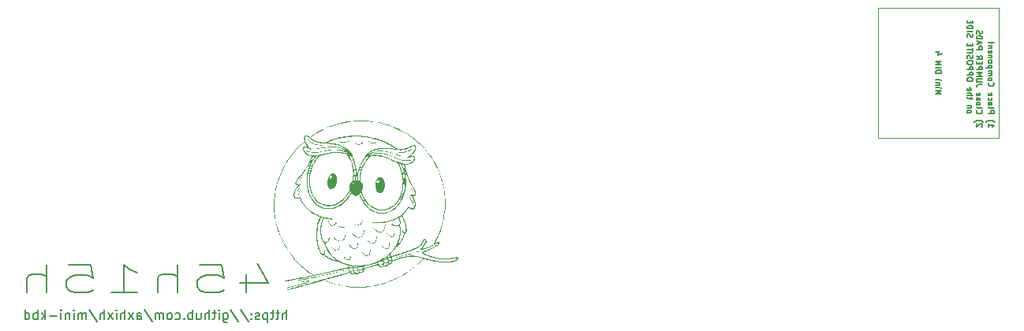
<source format=gbr>
%TF.GenerationSoftware,KiCad,Pcbnew,7.0.10*%
%TF.CreationDate,2024-01-08T12:38:43-05:00*%
%TF.ProjectId,mini,6d696e69-2e6b-4696-9361-645f70636258,2*%
%TF.SameCoordinates,Original*%
%TF.FileFunction,Legend,Bot*%
%TF.FilePolarity,Positive*%
%FSLAX46Y46*%
G04 Gerber Fmt 4.6, Leading zero omitted, Abs format (unit mm)*
G04 Created by KiCad (PCBNEW 7.0.10) date 2024-01-08 12:38:43*
%MOMM*%
%LPD*%
G01*
G04 APERTURE LIST*
%ADD10C,0.150000*%
%ADD11C,0.100000*%
G04 APERTURE END LIST*
D10*
X122260860Y-111513813D02*
X122260860Y-113513813D01*
X123451336Y-110370956D02*
X124641813Y-112513813D01*
X124641813Y-112513813D02*
X121546574Y-112513813D01*
X117260860Y-110513813D02*
X119641812Y-110513813D01*
X119641812Y-110513813D02*
X119879908Y-111942384D01*
X119879908Y-111942384D02*
X119641812Y-111799527D01*
X119641812Y-111799527D02*
X119165622Y-111656670D01*
X119165622Y-111656670D02*
X117975146Y-111656670D01*
X117975146Y-111656670D02*
X117498955Y-111799527D01*
X117498955Y-111799527D02*
X117260860Y-111942384D01*
X117260860Y-111942384D02*
X117022765Y-112228098D01*
X117022765Y-112228098D02*
X117022765Y-112942384D01*
X117022765Y-112942384D02*
X117260860Y-113228098D01*
X117260860Y-113228098D02*
X117498955Y-113370956D01*
X117498955Y-113370956D02*
X117975146Y-113513813D01*
X117975146Y-113513813D02*
X119165622Y-113513813D01*
X119165622Y-113513813D02*
X119641812Y-113370956D01*
X119641812Y-113370956D02*
X119879908Y-113228098D01*
X114879907Y-113513813D02*
X114879907Y-110513813D01*
X112737050Y-113513813D02*
X112737050Y-111942384D01*
X112737050Y-111942384D02*
X112975145Y-111656670D01*
X112975145Y-111656670D02*
X113451336Y-111513813D01*
X113451336Y-111513813D02*
X114165622Y-111513813D01*
X114165622Y-111513813D02*
X114641812Y-111656670D01*
X114641812Y-111656670D02*
X114879907Y-111799527D01*
X107737050Y-113513813D02*
X110594193Y-113513813D01*
X109165621Y-113513813D02*
X109165621Y-110513813D01*
X109165621Y-110513813D02*
X109641812Y-110942384D01*
X109641812Y-110942384D02*
X110118002Y-111228098D01*
X110118002Y-111228098D02*
X110594193Y-111370956D01*
X103213240Y-110513813D02*
X105594192Y-110513813D01*
X105594192Y-110513813D02*
X105832288Y-111942384D01*
X105832288Y-111942384D02*
X105594192Y-111799527D01*
X105594192Y-111799527D02*
X105118002Y-111656670D01*
X105118002Y-111656670D02*
X103927526Y-111656670D01*
X103927526Y-111656670D02*
X103451335Y-111799527D01*
X103451335Y-111799527D02*
X103213240Y-111942384D01*
X103213240Y-111942384D02*
X102975145Y-112228098D01*
X102975145Y-112228098D02*
X102975145Y-112942384D01*
X102975145Y-112942384D02*
X103213240Y-113228098D01*
X103213240Y-113228098D02*
X103451335Y-113370956D01*
X103451335Y-113370956D02*
X103927526Y-113513813D01*
X103927526Y-113513813D02*
X105118002Y-113513813D01*
X105118002Y-113513813D02*
X105594192Y-113370956D01*
X105594192Y-113370956D02*
X105832288Y-113228098D01*
X100832287Y-113513813D02*
X100832287Y-110513813D01*
X98689430Y-113513813D02*
X98689430Y-111942384D01*
X98689430Y-111942384D02*
X98927525Y-111656670D01*
X98927525Y-111656670D02*
X99403716Y-111513813D01*
X99403716Y-111513813D02*
X100118002Y-111513813D01*
X100118002Y-111513813D02*
X100594192Y-111656670D01*
X100594192Y-111656670D02*
X100832287Y-111799527D01*
X126570382Y-116388575D02*
X126570382Y-115388575D01*
X126141811Y-116388575D02*
X126141811Y-115864765D01*
X126141811Y-115864765D02*
X126189430Y-115769527D01*
X126189430Y-115769527D02*
X126284668Y-115721908D01*
X126284668Y-115721908D02*
X126427525Y-115721908D01*
X126427525Y-115721908D02*
X126522763Y-115769527D01*
X126522763Y-115769527D02*
X126570382Y-115817146D01*
X125808477Y-115721908D02*
X125427525Y-115721908D01*
X125665620Y-115388575D02*
X125665620Y-116245717D01*
X125665620Y-116245717D02*
X125618001Y-116340956D01*
X125618001Y-116340956D02*
X125522763Y-116388575D01*
X125522763Y-116388575D02*
X125427525Y-116388575D01*
X125237048Y-115721908D02*
X124856096Y-115721908D01*
X125094191Y-115388575D02*
X125094191Y-116245717D01*
X125094191Y-116245717D02*
X125046572Y-116340956D01*
X125046572Y-116340956D02*
X124951334Y-116388575D01*
X124951334Y-116388575D02*
X124856096Y-116388575D01*
X124522762Y-115721908D02*
X124522762Y-116721908D01*
X124522762Y-115769527D02*
X124427524Y-115721908D01*
X124427524Y-115721908D02*
X124237048Y-115721908D01*
X124237048Y-115721908D02*
X124141810Y-115769527D01*
X124141810Y-115769527D02*
X124094191Y-115817146D01*
X124094191Y-115817146D02*
X124046572Y-115912384D01*
X124046572Y-115912384D02*
X124046572Y-116198098D01*
X124046572Y-116198098D02*
X124094191Y-116293336D01*
X124094191Y-116293336D02*
X124141810Y-116340956D01*
X124141810Y-116340956D02*
X124237048Y-116388575D01*
X124237048Y-116388575D02*
X124427524Y-116388575D01*
X124427524Y-116388575D02*
X124522762Y-116340956D01*
X123665619Y-116340956D02*
X123570381Y-116388575D01*
X123570381Y-116388575D02*
X123379905Y-116388575D01*
X123379905Y-116388575D02*
X123284667Y-116340956D01*
X123284667Y-116340956D02*
X123237048Y-116245717D01*
X123237048Y-116245717D02*
X123237048Y-116198098D01*
X123237048Y-116198098D02*
X123284667Y-116102860D01*
X123284667Y-116102860D02*
X123379905Y-116055241D01*
X123379905Y-116055241D02*
X123522762Y-116055241D01*
X123522762Y-116055241D02*
X123618000Y-116007622D01*
X123618000Y-116007622D02*
X123665619Y-115912384D01*
X123665619Y-115912384D02*
X123665619Y-115864765D01*
X123665619Y-115864765D02*
X123618000Y-115769527D01*
X123618000Y-115769527D02*
X123522762Y-115721908D01*
X123522762Y-115721908D02*
X123379905Y-115721908D01*
X123379905Y-115721908D02*
X123284667Y-115769527D01*
X122808476Y-116293336D02*
X122760857Y-116340956D01*
X122760857Y-116340956D02*
X122808476Y-116388575D01*
X122808476Y-116388575D02*
X122856095Y-116340956D01*
X122856095Y-116340956D02*
X122808476Y-116293336D01*
X122808476Y-116293336D02*
X122808476Y-116388575D01*
X122808476Y-115769527D02*
X122760857Y-115817146D01*
X122760857Y-115817146D02*
X122808476Y-115864765D01*
X122808476Y-115864765D02*
X122856095Y-115817146D01*
X122856095Y-115817146D02*
X122808476Y-115769527D01*
X122808476Y-115769527D02*
X122808476Y-115864765D01*
X121618001Y-115340956D02*
X122475143Y-116626670D01*
X120570382Y-115340956D02*
X121427524Y-116626670D01*
X119808477Y-115721908D02*
X119808477Y-116531432D01*
X119808477Y-116531432D02*
X119856096Y-116626670D01*
X119856096Y-116626670D02*
X119903715Y-116674289D01*
X119903715Y-116674289D02*
X119998953Y-116721908D01*
X119998953Y-116721908D02*
X120141810Y-116721908D01*
X120141810Y-116721908D02*
X120237048Y-116674289D01*
X119808477Y-116340956D02*
X119903715Y-116388575D01*
X119903715Y-116388575D02*
X120094191Y-116388575D01*
X120094191Y-116388575D02*
X120189429Y-116340956D01*
X120189429Y-116340956D02*
X120237048Y-116293336D01*
X120237048Y-116293336D02*
X120284667Y-116198098D01*
X120284667Y-116198098D02*
X120284667Y-115912384D01*
X120284667Y-115912384D02*
X120237048Y-115817146D01*
X120237048Y-115817146D02*
X120189429Y-115769527D01*
X120189429Y-115769527D02*
X120094191Y-115721908D01*
X120094191Y-115721908D02*
X119903715Y-115721908D01*
X119903715Y-115721908D02*
X119808477Y-115769527D01*
X119332286Y-116388575D02*
X119332286Y-115721908D01*
X119332286Y-115388575D02*
X119379905Y-115436194D01*
X119379905Y-115436194D02*
X119332286Y-115483813D01*
X119332286Y-115483813D02*
X119284667Y-115436194D01*
X119284667Y-115436194D02*
X119332286Y-115388575D01*
X119332286Y-115388575D02*
X119332286Y-115483813D01*
X118998953Y-115721908D02*
X118618001Y-115721908D01*
X118856096Y-115388575D02*
X118856096Y-116245717D01*
X118856096Y-116245717D02*
X118808477Y-116340956D01*
X118808477Y-116340956D02*
X118713239Y-116388575D01*
X118713239Y-116388575D02*
X118618001Y-116388575D01*
X118284667Y-116388575D02*
X118284667Y-115388575D01*
X117856096Y-116388575D02*
X117856096Y-115864765D01*
X117856096Y-115864765D02*
X117903715Y-115769527D01*
X117903715Y-115769527D02*
X117998953Y-115721908D01*
X117998953Y-115721908D02*
X118141810Y-115721908D01*
X118141810Y-115721908D02*
X118237048Y-115769527D01*
X118237048Y-115769527D02*
X118284667Y-115817146D01*
X116951334Y-115721908D02*
X116951334Y-116388575D01*
X117379905Y-115721908D02*
X117379905Y-116245717D01*
X117379905Y-116245717D02*
X117332286Y-116340956D01*
X117332286Y-116340956D02*
X117237048Y-116388575D01*
X117237048Y-116388575D02*
X117094191Y-116388575D01*
X117094191Y-116388575D02*
X116998953Y-116340956D01*
X116998953Y-116340956D02*
X116951334Y-116293336D01*
X116475143Y-116388575D02*
X116475143Y-115388575D01*
X116475143Y-115769527D02*
X116379905Y-115721908D01*
X116379905Y-115721908D02*
X116189429Y-115721908D01*
X116189429Y-115721908D02*
X116094191Y-115769527D01*
X116094191Y-115769527D02*
X116046572Y-115817146D01*
X116046572Y-115817146D02*
X115998953Y-115912384D01*
X115998953Y-115912384D02*
X115998953Y-116198098D01*
X115998953Y-116198098D02*
X116046572Y-116293336D01*
X116046572Y-116293336D02*
X116094191Y-116340956D01*
X116094191Y-116340956D02*
X116189429Y-116388575D01*
X116189429Y-116388575D02*
X116379905Y-116388575D01*
X116379905Y-116388575D02*
X116475143Y-116340956D01*
X115570381Y-116293336D02*
X115522762Y-116340956D01*
X115522762Y-116340956D02*
X115570381Y-116388575D01*
X115570381Y-116388575D02*
X115618000Y-116340956D01*
X115618000Y-116340956D02*
X115570381Y-116293336D01*
X115570381Y-116293336D02*
X115570381Y-116388575D01*
X114665620Y-116340956D02*
X114760858Y-116388575D01*
X114760858Y-116388575D02*
X114951334Y-116388575D01*
X114951334Y-116388575D02*
X115046572Y-116340956D01*
X115046572Y-116340956D02*
X115094191Y-116293336D01*
X115094191Y-116293336D02*
X115141810Y-116198098D01*
X115141810Y-116198098D02*
X115141810Y-115912384D01*
X115141810Y-115912384D02*
X115094191Y-115817146D01*
X115094191Y-115817146D02*
X115046572Y-115769527D01*
X115046572Y-115769527D02*
X114951334Y-115721908D01*
X114951334Y-115721908D02*
X114760858Y-115721908D01*
X114760858Y-115721908D02*
X114665620Y-115769527D01*
X114094191Y-116388575D02*
X114189429Y-116340956D01*
X114189429Y-116340956D02*
X114237048Y-116293336D01*
X114237048Y-116293336D02*
X114284667Y-116198098D01*
X114284667Y-116198098D02*
X114284667Y-115912384D01*
X114284667Y-115912384D02*
X114237048Y-115817146D01*
X114237048Y-115817146D02*
X114189429Y-115769527D01*
X114189429Y-115769527D02*
X114094191Y-115721908D01*
X114094191Y-115721908D02*
X113951334Y-115721908D01*
X113951334Y-115721908D02*
X113856096Y-115769527D01*
X113856096Y-115769527D02*
X113808477Y-115817146D01*
X113808477Y-115817146D02*
X113760858Y-115912384D01*
X113760858Y-115912384D02*
X113760858Y-116198098D01*
X113760858Y-116198098D02*
X113808477Y-116293336D01*
X113808477Y-116293336D02*
X113856096Y-116340956D01*
X113856096Y-116340956D02*
X113951334Y-116388575D01*
X113951334Y-116388575D02*
X114094191Y-116388575D01*
X113332286Y-116388575D02*
X113332286Y-115721908D01*
X113332286Y-115817146D02*
X113284667Y-115769527D01*
X113284667Y-115769527D02*
X113189429Y-115721908D01*
X113189429Y-115721908D02*
X113046572Y-115721908D01*
X113046572Y-115721908D02*
X112951334Y-115769527D01*
X112951334Y-115769527D02*
X112903715Y-115864765D01*
X112903715Y-115864765D02*
X112903715Y-116388575D01*
X112903715Y-115864765D02*
X112856096Y-115769527D01*
X112856096Y-115769527D02*
X112760858Y-115721908D01*
X112760858Y-115721908D02*
X112618001Y-115721908D01*
X112618001Y-115721908D02*
X112522762Y-115769527D01*
X112522762Y-115769527D02*
X112475143Y-115864765D01*
X112475143Y-115864765D02*
X112475143Y-116388575D01*
X111284668Y-115340956D02*
X112141810Y-116626670D01*
X110522763Y-116388575D02*
X110522763Y-115864765D01*
X110522763Y-115864765D02*
X110570382Y-115769527D01*
X110570382Y-115769527D02*
X110665620Y-115721908D01*
X110665620Y-115721908D02*
X110856096Y-115721908D01*
X110856096Y-115721908D02*
X110951334Y-115769527D01*
X110522763Y-116340956D02*
X110618001Y-116388575D01*
X110618001Y-116388575D02*
X110856096Y-116388575D01*
X110856096Y-116388575D02*
X110951334Y-116340956D01*
X110951334Y-116340956D02*
X110998953Y-116245717D01*
X110998953Y-116245717D02*
X110998953Y-116150479D01*
X110998953Y-116150479D02*
X110951334Y-116055241D01*
X110951334Y-116055241D02*
X110856096Y-116007622D01*
X110856096Y-116007622D02*
X110618001Y-116007622D01*
X110618001Y-116007622D02*
X110522763Y-115960003D01*
X110141810Y-116388575D02*
X109618001Y-115721908D01*
X110141810Y-115721908D02*
X109618001Y-116388575D01*
X109237048Y-116388575D02*
X109237048Y-115388575D01*
X108808477Y-116388575D02*
X108808477Y-115864765D01*
X108808477Y-115864765D02*
X108856096Y-115769527D01*
X108856096Y-115769527D02*
X108951334Y-115721908D01*
X108951334Y-115721908D02*
X109094191Y-115721908D01*
X109094191Y-115721908D02*
X109189429Y-115769527D01*
X109189429Y-115769527D02*
X109237048Y-115817146D01*
X108332286Y-116388575D02*
X108332286Y-115721908D01*
X108332286Y-115388575D02*
X108379905Y-115436194D01*
X108379905Y-115436194D02*
X108332286Y-115483813D01*
X108332286Y-115483813D02*
X108284667Y-115436194D01*
X108284667Y-115436194D02*
X108332286Y-115388575D01*
X108332286Y-115388575D02*
X108332286Y-115483813D01*
X107951334Y-116388575D02*
X107427525Y-115721908D01*
X107951334Y-115721908D02*
X107427525Y-116388575D01*
X107046572Y-116388575D02*
X107046572Y-115388575D01*
X106618001Y-116388575D02*
X106618001Y-115864765D01*
X106618001Y-115864765D02*
X106665620Y-115769527D01*
X106665620Y-115769527D02*
X106760858Y-115721908D01*
X106760858Y-115721908D02*
X106903715Y-115721908D01*
X106903715Y-115721908D02*
X106998953Y-115769527D01*
X106998953Y-115769527D02*
X107046572Y-115817146D01*
X105427525Y-115340956D02*
X106284667Y-116626670D01*
X105094191Y-116388575D02*
X105094191Y-115721908D01*
X105094191Y-115817146D02*
X105046572Y-115769527D01*
X105046572Y-115769527D02*
X104951334Y-115721908D01*
X104951334Y-115721908D02*
X104808477Y-115721908D01*
X104808477Y-115721908D02*
X104713239Y-115769527D01*
X104713239Y-115769527D02*
X104665620Y-115864765D01*
X104665620Y-115864765D02*
X104665620Y-116388575D01*
X104665620Y-115864765D02*
X104618001Y-115769527D01*
X104618001Y-115769527D02*
X104522763Y-115721908D01*
X104522763Y-115721908D02*
X104379906Y-115721908D01*
X104379906Y-115721908D02*
X104284667Y-115769527D01*
X104284667Y-115769527D02*
X104237048Y-115864765D01*
X104237048Y-115864765D02*
X104237048Y-116388575D01*
X103760858Y-116388575D02*
X103760858Y-115721908D01*
X103760858Y-115388575D02*
X103808477Y-115436194D01*
X103808477Y-115436194D02*
X103760858Y-115483813D01*
X103760858Y-115483813D02*
X103713239Y-115436194D01*
X103713239Y-115436194D02*
X103760858Y-115388575D01*
X103760858Y-115388575D02*
X103760858Y-115483813D01*
X103284668Y-115721908D02*
X103284668Y-116388575D01*
X103284668Y-115817146D02*
X103237049Y-115769527D01*
X103237049Y-115769527D02*
X103141811Y-115721908D01*
X103141811Y-115721908D02*
X102998954Y-115721908D01*
X102998954Y-115721908D02*
X102903716Y-115769527D01*
X102903716Y-115769527D02*
X102856097Y-115864765D01*
X102856097Y-115864765D02*
X102856097Y-116388575D01*
X102379906Y-116388575D02*
X102379906Y-115721908D01*
X102379906Y-115388575D02*
X102427525Y-115436194D01*
X102427525Y-115436194D02*
X102379906Y-115483813D01*
X102379906Y-115483813D02*
X102332287Y-115436194D01*
X102332287Y-115436194D02*
X102379906Y-115388575D01*
X102379906Y-115388575D02*
X102379906Y-115483813D01*
X101903716Y-116007622D02*
X101141812Y-116007622D01*
X100665621Y-116388575D02*
X100665621Y-115388575D01*
X100570383Y-116007622D02*
X100284669Y-116388575D01*
X100284669Y-115721908D02*
X100665621Y-116102860D01*
X99856097Y-116388575D02*
X99856097Y-115388575D01*
X99856097Y-115769527D02*
X99760859Y-115721908D01*
X99760859Y-115721908D02*
X99570383Y-115721908D01*
X99570383Y-115721908D02*
X99475145Y-115769527D01*
X99475145Y-115769527D02*
X99427526Y-115817146D01*
X99427526Y-115817146D02*
X99379907Y-115912384D01*
X99379907Y-115912384D02*
X99379907Y-116198098D01*
X99379907Y-116198098D02*
X99427526Y-116293336D01*
X99427526Y-116293336D02*
X99475145Y-116340956D01*
X99475145Y-116340956D02*
X99570383Y-116388575D01*
X99570383Y-116388575D02*
X99760859Y-116388575D01*
X99760859Y-116388575D02*
X99856097Y-116340956D01*
X98522764Y-116388575D02*
X98522764Y-115388575D01*
X98522764Y-116340956D02*
X98618002Y-116388575D01*
X98618002Y-116388575D02*
X98808478Y-116388575D01*
X98808478Y-116388575D02*
X98903716Y-116340956D01*
X98903716Y-116340956D02*
X98951335Y-116293336D01*
X98951335Y-116293336D02*
X98998954Y-116198098D01*
X98998954Y-116198098D02*
X98998954Y-115912384D01*
X98998954Y-115912384D02*
X98951335Y-115817146D01*
X98951335Y-115817146D02*
X98903716Y-115769527D01*
X98903716Y-115769527D02*
X98808478Y-115721908D01*
X98808478Y-115721908D02*
X98618002Y-115721908D01*
X98618002Y-115721908D02*
X98522764Y-115769527D01*
X196276802Y-92190897D02*
X196876802Y-92190897D01*
X196876802Y-92190897D02*
X196448231Y-91990897D01*
X196448231Y-91990897D02*
X196876802Y-91790897D01*
X196876802Y-91790897D02*
X196276802Y-91790897D01*
X196276802Y-91505183D02*
X196676802Y-91505183D01*
X196876802Y-91505183D02*
X196848231Y-91533755D01*
X196848231Y-91533755D02*
X196819659Y-91505183D01*
X196819659Y-91505183D02*
X196848231Y-91476612D01*
X196848231Y-91476612D02*
X196876802Y-91505183D01*
X196876802Y-91505183D02*
X196819659Y-91505183D01*
X196676802Y-91219469D02*
X196276802Y-91219469D01*
X196619659Y-91219469D02*
X196648231Y-91190898D01*
X196648231Y-91190898D02*
X196676802Y-91133755D01*
X196676802Y-91133755D02*
X196676802Y-91048041D01*
X196676802Y-91048041D02*
X196648231Y-90990898D01*
X196648231Y-90990898D02*
X196591088Y-90962327D01*
X196591088Y-90962327D02*
X196276802Y-90962327D01*
X196276802Y-90676612D02*
X196676802Y-90676612D01*
X196876802Y-90676612D02*
X196848231Y-90705184D01*
X196848231Y-90705184D02*
X196819659Y-90676612D01*
X196819659Y-90676612D02*
X196848231Y-90648041D01*
X196848231Y-90648041D02*
X196876802Y-90676612D01*
X196876802Y-90676612D02*
X196819659Y-90676612D01*
X196276802Y-89933755D02*
X196876802Y-89933755D01*
X196876802Y-89933755D02*
X196876802Y-89790898D01*
X196876802Y-89790898D02*
X196848231Y-89705184D01*
X196848231Y-89705184D02*
X196791088Y-89648041D01*
X196791088Y-89648041D02*
X196733945Y-89619470D01*
X196733945Y-89619470D02*
X196619659Y-89590898D01*
X196619659Y-89590898D02*
X196533945Y-89590898D01*
X196533945Y-89590898D02*
X196419659Y-89619470D01*
X196419659Y-89619470D02*
X196362516Y-89648041D01*
X196362516Y-89648041D02*
X196305374Y-89705184D01*
X196305374Y-89705184D02*
X196276802Y-89790898D01*
X196276802Y-89790898D02*
X196276802Y-89933755D01*
X196276802Y-89333755D02*
X196876802Y-89333755D01*
X196276802Y-89048041D02*
X196876802Y-89048041D01*
X196876802Y-89048041D02*
X196276802Y-88705184D01*
X196276802Y-88705184D02*
X196876802Y-88705184D01*
X196676802Y-87705185D02*
X196276802Y-87705185D01*
X196905374Y-87848042D02*
X196476802Y-87990899D01*
X196476802Y-87990899D02*
X196476802Y-87619470D01*
X199627802Y-94106500D02*
X199656374Y-94163643D01*
X199656374Y-94163643D02*
X199684945Y-94192214D01*
X199684945Y-94192214D02*
X199742088Y-94220786D01*
X199742088Y-94220786D02*
X199913516Y-94220786D01*
X199913516Y-94220786D02*
X199970659Y-94192214D01*
X199970659Y-94192214D02*
X199999231Y-94163643D01*
X199999231Y-94163643D02*
X200027802Y-94106500D01*
X200027802Y-94106500D02*
X200027802Y-94020786D01*
X200027802Y-94020786D02*
X199999231Y-93963643D01*
X199999231Y-93963643D02*
X199970659Y-93935072D01*
X199970659Y-93935072D02*
X199913516Y-93906500D01*
X199913516Y-93906500D02*
X199742088Y-93906500D01*
X199742088Y-93906500D02*
X199684945Y-93935072D01*
X199684945Y-93935072D02*
X199656374Y-93963643D01*
X199656374Y-93963643D02*
X199627802Y-94020786D01*
X199627802Y-94020786D02*
X199627802Y-94106500D01*
X200027802Y-93649357D02*
X199627802Y-93649357D01*
X199970659Y-93649357D02*
X199999231Y-93620786D01*
X199999231Y-93620786D02*
X200027802Y-93563643D01*
X200027802Y-93563643D02*
X200027802Y-93477929D01*
X200027802Y-93477929D02*
X199999231Y-93420786D01*
X199999231Y-93420786D02*
X199942088Y-93392215D01*
X199942088Y-93392215D02*
X199627802Y-93392215D01*
X200027802Y-92735072D02*
X200027802Y-92506500D01*
X200227802Y-92649357D02*
X199713516Y-92649357D01*
X199713516Y-92649357D02*
X199656374Y-92620786D01*
X199656374Y-92620786D02*
X199627802Y-92563643D01*
X199627802Y-92563643D02*
X199627802Y-92506500D01*
X199627802Y-92306500D02*
X200227802Y-92306500D01*
X199627802Y-92049358D02*
X199942088Y-92049358D01*
X199942088Y-92049358D02*
X199999231Y-92077929D01*
X199999231Y-92077929D02*
X200027802Y-92135072D01*
X200027802Y-92135072D02*
X200027802Y-92220786D01*
X200027802Y-92220786D02*
X199999231Y-92277929D01*
X199999231Y-92277929D02*
X199970659Y-92306500D01*
X199656374Y-91535072D02*
X199627802Y-91592215D01*
X199627802Y-91592215D02*
X199627802Y-91706501D01*
X199627802Y-91706501D02*
X199656374Y-91763643D01*
X199656374Y-91763643D02*
X199713516Y-91792215D01*
X199713516Y-91792215D02*
X199942088Y-91792215D01*
X199942088Y-91792215D02*
X199999231Y-91763643D01*
X199999231Y-91763643D02*
X200027802Y-91706501D01*
X200027802Y-91706501D02*
X200027802Y-91592215D01*
X200027802Y-91592215D02*
X199999231Y-91535072D01*
X199999231Y-91535072D02*
X199942088Y-91506501D01*
X199942088Y-91506501D02*
X199884945Y-91506501D01*
X199884945Y-91506501D02*
X199827802Y-91792215D01*
X200227802Y-90677929D02*
X200227802Y-90563643D01*
X200227802Y-90563643D02*
X200199231Y-90506500D01*
X200199231Y-90506500D02*
X200142088Y-90449357D01*
X200142088Y-90449357D02*
X200027802Y-90420786D01*
X200027802Y-90420786D02*
X199827802Y-90420786D01*
X199827802Y-90420786D02*
X199713516Y-90449357D01*
X199713516Y-90449357D02*
X199656374Y-90506500D01*
X199656374Y-90506500D02*
X199627802Y-90563643D01*
X199627802Y-90563643D02*
X199627802Y-90677929D01*
X199627802Y-90677929D02*
X199656374Y-90735072D01*
X199656374Y-90735072D02*
X199713516Y-90792214D01*
X199713516Y-90792214D02*
X199827802Y-90820786D01*
X199827802Y-90820786D02*
X200027802Y-90820786D01*
X200027802Y-90820786D02*
X200142088Y-90792214D01*
X200142088Y-90792214D02*
X200199231Y-90735072D01*
X200199231Y-90735072D02*
X200227802Y-90677929D01*
X199627802Y-90163643D02*
X200227802Y-90163643D01*
X200227802Y-90163643D02*
X200227802Y-89935072D01*
X200227802Y-89935072D02*
X200199231Y-89877929D01*
X200199231Y-89877929D02*
X200170659Y-89849358D01*
X200170659Y-89849358D02*
X200113516Y-89820786D01*
X200113516Y-89820786D02*
X200027802Y-89820786D01*
X200027802Y-89820786D02*
X199970659Y-89849358D01*
X199970659Y-89849358D02*
X199942088Y-89877929D01*
X199942088Y-89877929D02*
X199913516Y-89935072D01*
X199913516Y-89935072D02*
X199913516Y-90163643D01*
X199627802Y-89563643D02*
X200227802Y-89563643D01*
X200227802Y-89563643D02*
X200227802Y-89335072D01*
X200227802Y-89335072D02*
X200199231Y-89277929D01*
X200199231Y-89277929D02*
X200170659Y-89249358D01*
X200170659Y-89249358D02*
X200113516Y-89220786D01*
X200113516Y-89220786D02*
X200027802Y-89220786D01*
X200027802Y-89220786D02*
X199970659Y-89249358D01*
X199970659Y-89249358D02*
X199942088Y-89277929D01*
X199942088Y-89277929D02*
X199913516Y-89335072D01*
X199913516Y-89335072D02*
X199913516Y-89563643D01*
X200227802Y-88849358D02*
X200227802Y-88735072D01*
X200227802Y-88735072D02*
X200199231Y-88677929D01*
X200199231Y-88677929D02*
X200142088Y-88620786D01*
X200142088Y-88620786D02*
X200027802Y-88592215D01*
X200027802Y-88592215D02*
X199827802Y-88592215D01*
X199827802Y-88592215D02*
X199713516Y-88620786D01*
X199713516Y-88620786D02*
X199656374Y-88677929D01*
X199656374Y-88677929D02*
X199627802Y-88735072D01*
X199627802Y-88735072D02*
X199627802Y-88849358D01*
X199627802Y-88849358D02*
X199656374Y-88906501D01*
X199656374Y-88906501D02*
X199713516Y-88963643D01*
X199713516Y-88963643D02*
X199827802Y-88992215D01*
X199827802Y-88992215D02*
X200027802Y-88992215D01*
X200027802Y-88992215D02*
X200142088Y-88963643D01*
X200142088Y-88963643D02*
X200199231Y-88906501D01*
X200199231Y-88906501D02*
X200227802Y-88849358D01*
X199656374Y-88363644D02*
X199627802Y-88277930D01*
X199627802Y-88277930D02*
X199627802Y-88135072D01*
X199627802Y-88135072D02*
X199656374Y-88077930D01*
X199656374Y-88077930D02*
X199684945Y-88049358D01*
X199684945Y-88049358D02*
X199742088Y-88020787D01*
X199742088Y-88020787D02*
X199799231Y-88020787D01*
X199799231Y-88020787D02*
X199856374Y-88049358D01*
X199856374Y-88049358D02*
X199884945Y-88077930D01*
X199884945Y-88077930D02*
X199913516Y-88135072D01*
X199913516Y-88135072D02*
X199942088Y-88249358D01*
X199942088Y-88249358D02*
X199970659Y-88306501D01*
X199970659Y-88306501D02*
X199999231Y-88335072D01*
X199999231Y-88335072D02*
X200056374Y-88363644D01*
X200056374Y-88363644D02*
X200113516Y-88363644D01*
X200113516Y-88363644D02*
X200170659Y-88335072D01*
X200170659Y-88335072D02*
X200199231Y-88306501D01*
X200199231Y-88306501D02*
X200227802Y-88249358D01*
X200227802Y-88249358D02*
X200227802Y-88106501D01*
X200227802Y-88106501D02*
X200199231Y-88020787D01*
X199627802Y-87763643D02*
X200227802Y-87763643D01*
X200227802Y-87563644D02*
X200227802Y-87220787D01*
X199627802Y-87392215D02*
X200227802Y-87392215D01*
X199942088Y-87020786D02*
X199942088Y-86820786D01*
X199627802Y-86735072D02*
X199627802Y-87020786D01*
X199627802Y-87020786D02*
X200227802Y-87020786D01*
X200227802Y-87020786D02*
X200227802Y-86735072D01*
X199656374Y-86049358D02*
X199627802Y-85963644D01*
X199627802Y-85963644D02*
X199627802Y-85820786D01*
X199627802Y-85820786D02*
X199656374Y-85763644D01*
X199656374Y-85763644D02*
X199684945Y-85735072D01*
X199684945Y-85735072D02*
X199742088Y-85706501D01*
X199742088Y-85706501D02*
X199799231Y-85706501D01*
X199799231Y-85706501D02*
X199856374Y-85735072D01*
X199856374Y-85735072D02*
X199884945Y-85763644D01*
X199884945Y-85763644D02*
X199913516Y-85820786D01*
X199913516Y-85820786D02*
X199942088Y-85935072D01*
X199942088Y-85935072D02*
X199970659Y-85992215D01*
X199970659Y-85992215D02*
X199999231Y-86020786D01*
X199999231Y-86020786D02*
X200056374Y-86049358D01*
X200056374Y-86049358D02*
X200113516Y-86049358D01*
X200113516Y-86049358D02*
X200170659Y-86020786D01*
X200170659Y-86020786D02*
X200199231Y-85992215D01*
X200199231Y-85992215D02*
X200227802Y-85935072D01*
X200227802Y-85935072D02*
X200227802Y-85792215D01*
X200227802Y-85792215D02*
X200199231Y-85706501D01*
X199627802Y-85449357D02*
X200227802Y-85449357D01*
X199627802Y-85163643D02*
X200227802Y-85163643D01*
X200227802Y-85163643D02*
X200227802Y-85020786D01*
X200227802Y-85020786D02*
X200199231Y-84935072D01*
X200199231Y-84935072D02*
X200142088Y-84877929D01*
X200142088Y-84877929D02*
X200084945Y-84849358D01*
X200084945Y-84849358D02*
X199970659Y-84820786D01*
X199970659Y-84820786D02*
X199884945Y-84820786D01*
X199884945Y-84820786D02*
X199770659Y-84849358D01*
X199770659Y-84849358D02*
X199713516Y-84877929D01*
X199713516Y-84877929D02*
X199656374Y-84935072D01*
X199656374Y-84935072D02*
X199627802Y-85020786D01*
X199627802Y-85020786D02*
X199627802Y-85163643D01*
X199942088Y-84563643D02*
X199942088Y-84363643D01*
X199627802Y-84277929D02*
X199627802Y-84563643D01*
X199627802Y-84563643D02*
X200227802Y-84563643D01*
X200227802Y-84563643D02*
X200227802Y-84277929D01*
X201877802Y-95377929D02*
X201877802Y-95720786D01*
X201877802Y-95549357D02*
X202477802Y-95549357D01*
X202477802Y-95549357D02*
X202392088Y-95606500D01*
X202392088Y-95606500D02*
X202334945Y-95663643D01*
X202334945Y-95663643D02*
X202306374Y-95720786D01*
X201649231Y-95177928D02*
X201677802Y-95149357D01*
X201677802Y-95149357D02*
X201763516Y-95092214D01*
X201763516Y-95092214D02*
X201820659Y-95063643D01*
X201820659Y-95063643D02*
X201906374Y-95035071D01*
X201906374Y-95035071D02*
X202049231Y-95006500D01*
X202049231Y-95006500D02*
X202163516Y-95006500D01*
X202163516Y-95006500D02*
X202306374Y-95035071D01*
X202306374Y-95035071D02*
X202392088Y-95063643D01*
X202392088Y-95063643D02*
X202449231Y-95092214D01*
X202449231Y-95092214D02*
X202534945Y-95149357D01*
X202534945Y-95149357D02*
X202563516Y-95177928D01*
X201877802Y-94263642D02*
X202477802Y-94263642D01*
X202477802Y-94263642D02*
X202477802Y-94035071D01*
X202477802Y-94035071D02*
X202449231Y-93977928D01*
X202449231Y-93977928D02*
X202420659Y-93949357D01*
X202420659Y-93949357D02*
X202363516Y-93920785D01*
X202363516Y-93920785D02*
X202277802Y-93920785D01*
X202277802Y-93920785D02*
X202220659Y-93949357D01*
X202220659Y-93949357D02*
X202192088Y-93977928D01*
X202192088Y-93977928D02*
X202163516Y-94035071D01*
X202163516Y-94035071D02*
X202163516Y-94263642D01*
X201877802Y-93577928D02*
X201906374Y-93635071D01*
X201906374Y-93635071D02*
X201963516Y-93663642D01*
X201963516Y-93663642D02*
X202477802Y-93663642D01*
X201877802Y-93092214D02*
X202192088Y-93092214D01*
X202192088Y-93092214D02*
X202249231Y-93120785D01*
X202249231Y-93120785D02*
X202277802Y-93177928D01*
X202277802Y-93177928D02*
X202277802Y-93292214D01*
X202277802Y-93292214D02*
X202249231Y-93349356D01*
X201906374Y-93092214D02*
X201877802Y-93149356D01*
X201877802Y-93149356D02*
X201877802Y-93292214D01*
X201877802Y-93292214D02*
X201906374Y-93349356D01*
X201906374Y-93349356D02*
X201963516Y-93377928D01*
X201963516Y-93377928D02*
X202020659Y-93377928D01*
X202020659Y-93377928D02*
X202077802Y-93349356D01*
X202077802Y-93349356D02*
X202106374Y-93292214D01*
X202106374Y-93292214D02*
X202106374Y-93149356D01*
X202106374Y-93149356D02*
X202134945Y-93092214D01*
X201906374Y-92549357D02*
X201877802Y-92606499D01*
X201877802Y-92606499D02*
X201877802Y-92720785D01*
X201877802Y-92720785D02*
X201906374Y-92777928D01*
X201906374Y-92777928D02*
X201934945Y-92806499D01*
X201934945Y-92806499D02*
X201992088Y-92835071D01*
X201992088Y-92835071D02*
X202163516Y-92835071D01*
X202163516Y-92835071D02*
X202220659Y-92806499D01*
X202220659Y-92806499D02*
X202249231Y-92777928D01*
X202249231Y-92777928D02*
X202277802Y-92720785D01*
X202277802Y-92720785D02*
X202277802Y-92606499D01*
X202277802Y-92606499D02*
X202249231Y-92549357D01*
X201906374Y-92063642D02*
X201877802Y-92120785D01*
X201877802Y-92120785D02*
X201877802Y-92235071D01*
X201877802Y-92235071D02*
X201906374Y-92292213D01*
X201906374Y-92292213D02*
X201963516Y-92320785D01*
X201963516Y-92320785D02*
X202192088Y-92320785D01*
X202192088Y-92320785D02*
X202249231Y-92292213D01*
X202249231Y-92292213D02*
X202277802Y-92235071D01*
X202277802Y-92235071D02*
X202277802Y-92120785D01*
X202277802Y-92120785D02*
X202249231Y-92063642D01*
X202249231Y-92063642D02*
X202192088Y-92035071D01*
X202192088Y-92035071D02*
X202134945Y-92035071D01*
X202134945Y-92035071D02*
X202077802Y-92320785D01*
X201934945Y-90977927D02*
X201906374Y-91006499D01*
X201906374Y-91006499D02*
X201877802Y-91092213D01*
X201877802Y-91092213D02*
X201877802Y-91149356D01*
X201877802Y-91149356D02*
X201906374Y-91235070D01*
X201906374Y-91235070D02*
X201963516Y-91292213D01*
X201963516Y-91292213D02*
X202020659Y-91320784D01*
X202020659Y-91320784D02*
X202134945Y-91349356D01*
X202134945Y-91349356D02*
X202220659Y-91349356D01*
X202220659Y-91349356D02*
X202334945Y-91320784D01*
X202334945Y-91320784D02*
X202392088Y-91292213D01*
X202392088Y-91292213D02*
X202449231Y-91235070D01*
X202449231Y-91235070D02*
X202477802Y-91149356D01*
X202477802Y-91149356D02*
X202477802Y-91092213D01*
X202477802Y-91092213D02*
X202449231Y-91006499D01*
X202449231Y-91006499D02*
X202420659Y-90977927D01*
X201877802Y-90635070D02*
X201906374Y-90692213D01*
X201906374Y-90692213D02*
X201934945Y-90720784D01*
X201934945Y-90720784D02*
X201992088Y-90749356D01*
X201992088Y-90749356D02*
X202163516Y-90749356D01*
X202163516Y-90749356D02*
X202220659Y-90720784D01*
X202220659Y-90720784D02*
X202249231Y-90692213D01*
X202249231Y-90692213D02*
X202277802Y-90635070D01*
X202277802Y-90635070D02*
X202277802Y-90549356D01*
X202277802Y-90549356D02*
X202249231Y-90492213D01*
X202249231Y-90492213D02*
X202220659Y-90463642D01*
X202220659Y-90463642D02*
X202163516Y-90435070D01*
X202163516Y-90435070D02*
X201992088Y-90435070D01*
X201992088Y-90435070D02*
X201934945Y-90463642D01*
X201934945Y-90463642D02*
X201906374Y-90492213D01*
X201906374Y-90492213D02*
X201877802Y-90549356D01*
X201877802Y-90549356D02*
X201877802Y-90635070D01*
X201877802Y-90177927D02*
X202277802Y-90177927D01*
X202220659Y-90177927D02*
X202249231Y-90149356D01*
X202249231Y-90149356D02*
X202277802Y-90092213D01*
X202277802Y-90092213D02*
X202277802Y-90006499D01*
X202277802Y-90006499D02*
X202249231Y-89949356D01*
X202249231Y-89949356D02*
X202192088Y-89920785D01*
X202192088Y-89920785D02*
X201877802Y-89920785D01*
X202192088Y-89920785D02*
X202249231Y-89892213D01*
X202249231Y-89892213D02*
X202277802Y-89835070D01*
X202277802Y-89835070D02*
X202277802Y-89749356D01*
X202277802Y-89749356D02*
X202249231Y-89692213D01*
X202249231Y-89692213D02*
X202192088Y-89663642D01*
X202192088Y-89663642D02*
X201877802Y-89663642D01*
X202277802Y-89377927D02*
X201677802Y-89377927D01*
X202249231Y-89377927D02*
X202277802Y-89320785D01*
X202277802Y-89320785D02*
X202277802Y-89206499D01*
X202277802Y-89206499D02*
X202249231Y-89149356D01*
X202249231Y-89149356D02*
X202220659Y-89120785D01*
X202220659Y-89120785D02*
X202163516Y-89092213D01*
X202163516Y-89092213D02*
X201992088Y-89092213D01*
X201992088Y-89092213D02*
X201934945Y-89120785D01*
X201934945Y-89120785D02*
X201906374Y-89149356D01*
X201906374Y-89149356D02*
X201877802Y-89206499D01*
X201877802Y-89206499D02*
X201877802Y-89320785D01*
X201877802Y-89320785D02*
X201906374Y-89377927D01*
X201877802Y-88749356D02*
X201906374Y-88806499D01*
X201906374Y-88806499D02*
X201934945Y-88835070D01*
X201934945Y-88835070D02*
X201992088Y-88863642D01*
X201992088Y-88863642D02*
X202163516Y-88863642D01*
X202163516Y-88863642D02*
X202220659Y-88835070D01*
X202220659Y-88835070D02*
X202249231Y-88806499D01*
X202249231Y-88806499D02*
X202277802Y-88749356D01*
X202277802Y-88749356D02*
X202277802Y-88663642D01*
X202277802Y-88663642D02*
X202249231Y-88606499D01*
X202249231Y-88606499D02*
X202220659Y-88577928D01*
X202220659Y-88577928D02*
X202163516Y-88549356D01*
X202163516Y-88549356D02*
X201992088Y-88549356D01*
X201992088Y-88549356D02*
X201934945Y-88577928D01*
X201934945Y-88577928D02*
X201906374Y-88606499D01*
X201906374Y-88606499D02*
X201877802Y-88663642D01*
X201877802Y-88663642D02*
X201877802Y-88749356D01*
X202277802Y-88292213D02*
X201877802Y-88292213D01*
X202220659Y-88292213D02*
X202249231Y-88263642D01*
X202249231Y-88263642D02*
X202277802Y-88206499D01*
X202277802Y-88206499D02*
X202277802Y-88120785D01*
X202277802Y-88120785D02*
X202249231Y-88063642D01*
X202249231Y-88063642D02*
X202192088Y-88035071D01*
X202192088Y-88035071D02*
X201877802Y-88035071D01*
X201906374Y-87520785D02*
X201877802Y-87577928D01*
X201877802Y-87577928D02*
X201877802Y-87692214D01*
X201877802Y-87692214D02*
X201906374Y-87749356D01*
X201906374Y-87749356D02*
X201963516Y-87777928D01*
X201963516Y-87777928D02*
X202192088Y-87777928D01*
X202192088Y-87777928D02*
X202249231Y-87749356D01*
X202249231Y-87749356D02*
X202277802Y-87692214D01*
X202277802Y-87692214D02*
X202277802Y-87577928D01*
X202277802Y-87577928D02*
X202249231Y-87520785D01*
X202249231Y-87520785D02*
X202192088Y-87492214D01*
X202192088Y-87492214D02*
X202134945Y-87492214D01*
X202134945Y-87492214D02*
X202077802Y-87777928D01*
X202277802Y-87235070D02*
X201877802Y-87235070D01*
X202220659Y-87235070D02*
X202249231Y-87206499D01*
X202249231Y-87206499D02*
X202277802Y-87149356D01*
X202277802Y-87149356D02*
X202277802Y-87063642D01*
X202277802Y-87063642D02*
X202249231Y-87006499D01*
X202249231Y-87006499D02*
X202192088Y-86977928D01*
X202192088Y-86977928D02*
X201877802Y-86977928D01*
X202277802Y-86777928D02*
X202277802Y-86549356D01*
X202477802Y-86692213D02*
X201963516Y-86692213D01*
X201963516Y-86692213D02*
X201906374Y-86663642D01*
X201906374Y-86663642D02*
X201877802Y-86606499D01*
X201877802Y-86606499D02*
X201877802Y-86549356D01*
X201170659Y-95720786D02*
X201199231Y-95692214D01*
X201199231Y-95692214D02*
X201227802Y-95635072D01*
X201227802Y-95635072D02*
X201227802Y-95492214D01*
X201227802Y-95492214D02*
X201199231Y-95435072D01*
X201199231Y-95435072D02*
X201170659Y-95406500D01*
X201170659Y-95406500D02*
X201113516Y-95377929D01*
X201113516Y-95377929D02*
X201056374Y-95377929D01*
X201056374Y-95377929D02*
X200970659Y-95406500D01*
X200970659Y-95406500D02*
X200627802Y-95749357D01*
X200627802Y-95749357D02*
X200627802Y-95377929D01*
X200399231Y-95177928D02*
X200427802Y-95149357D01*
X200427802Y-95149357D02*
X200513516Y-95092214D01*
X200513516Y-95092214D02*
X200570659Y-95063643D01*
X200570659Y-95063643D02*
X200656374Y-95035071D01*
X200656374Y-95035071D02*
X200799231Y-95006500D01*
X200799231Y-95006500D02*
X200913516Y-95006500D01*
X200913516Y-95006500D02*
X201056374Y-95035071D01*
X201056374Y-95035071D02*
X201142088Y-95063643D01*
X201142088Y-95063643D02*
X201199231Y-95092214D01*
X201199231Y-95092214D02*
X201284945Y-95149357D01*
X201284945Y-95149357D02*
X201313516Y-95177928D01*
X200684945Y-93920785D02*
X200656374Y-93949357D01*
X200656374Y-93949357D02*
X200627802Y-94035071D01*
X200627802Y-94035071D02*
X200627802Y-94092214D01*
X200627802Y-94092214D02*
X200656374Y-94177928D01*
X200656374Y-94177928D02*
X200713516Y-94235071D01*
X200713516Y-94235071D02*
X200770659Y-94263642D01*
X200770659Y-94263642D02*
X200884945Y-94292214D01*
X200884945Y-94292214D02*
X200970659Y-94292214D01*
X200970659Y-94292214D02*
X201084945Y-94263642D01*
X201084945Y-94263642D02*
X201142088Y-94235071D01*
X201142088Y-94235071D02*
X201199231Y-94177928D01*
X201199231Y-94177928D02*
X201227802Y-94092214D01*
X201227802Y-94092214D02*
X201227802Y-94035071D01*
X201227802Y-94035071D02*
X201199231Y-93949357D01*
X201199231Y-93949357D02*
X201170659Y-93920785D01*
X200627802Y-93577928D02*
X200656374Y-93635071D01*
X200656374Y-93635071D02*
X200713516Y-93663642D01*
X200713516Y-93663642D02*
X201227802Y-93663642D01*
X200627802Y-93263642D02*
X200656374Y-93320785D01*
X200656374Y-93320785D02*
X200684945Y-93349356D01*
X200684945Y-93349356D02*
X200742088Y-93377928D01*
X200742088Y-93377928D02*
X200913516Y-93377928D01*
X200913516Y-93377928D02*
X200970659Y-93349356D01*
X200970659Y-93349356D02*
X200999231Y-93320785D01*
X200999231Y-93320785D02*
X201027802Y-93263642D01*
X201027802Y-93263642D02*
X201027802Y-93177928D01*
X201027802Y-93177928D02*
X200999231Y-93120785D01*
X200999231Y-93120785D02*
X200970659Y-93092214D01*
X200970659Y-93092214D02*
X200913516Y-93063642D01*
X200913516Y-93063642D02*
X200742088Y-93063642D01*
X200742088Y-93063642D02*
X200684945Y-93092214D01*
X200684945Y-93092214D02*
X200656374Y-93120785D01*
X200656374Y-93120785D02*
X200627802Y-93177928D01*
X200627802Y-93177928D02*
X200627802Y-93263642D01*
X200656374Y-92835071D02*
X200627802Y-92777928D01*
X200627802Y-92777928D02*
X200627802Y-92663642D01*
X200627802Y-92663642D02*
X200656374Y-92606499D01*
X200656374Y-92606499D02*
X200713516Y-92577928D01*
X200713516Y-92577928D02*
X200742088Y-92577928D01*
X200742088Y-92577928D02*
X200799231Y-92606499D01*
X200799231Y-92606499D02*
X200827802Y-92663642D01*
X200827802Y-92663642D02*
X200827802Y-92749357D01*
X200827802Y-92749357D02*
X200856374Y-92806499D01*
X200856374Y-92806499D02*
X200913516Y-92835071D01*
X200913516Y-92835071D02*
X200942088Y-92835071D01*
X200942088Y-92835071D02*
X200999231Y-92806499D01*
X200999231Y-92806499D02*
X201027802Y-92749357D01*
X201027802Y-92749357D02*
X201027802Y-92663642D01*
X201027802Y-92663642D02*
X200999231Y-92606499D01*
X200656374Y-92092214D02*
X200627802Y-92149357D01*
X200627802Y-92149357D02*
X200627802Y-92263643D01*
X200627802Y-92263643D02*
X200656374Y-92320785D01*
X200656374Y-92320785D02*
X200713516Y-92349357D01*
X200713516Y-92349357D02*
X200942088Y-92349357D01*
X200942088Y-92349357D02*
X200999231Y-92320785D01*
X200999231Y-92320785D02*
X201027802Y-92263643D01*
X201027802Y-92263643D02*
X201027802Y-92149357D01*
X201027802Y-92149357D02*
X200999231Y-92092214D01*
X200999231Y-92092214D02*
X200942088Y-92063643D01*
X200942088Y-92063643D02*
X200884945Y-92063643D01*
X200884945Y-92063643D02*
X200827802Y-92349357D01*
X201227802Y-91177928D02*
X200799231Y-91177928D01*
X200799231Y-91177928D02*
X200713516Y-91206499D01*
X200713516Y-91206499D02*
X200656374Y-91263642D01*
X200656374Y-91263642D02*
X200627802Y-91349356D01*
X200627802Y-91349356D02*
X200627802Y-91406499D01*
X201227802Y-90892213D02*
X200742088Y-90892213D01*
X200742088Y-90892213D02*
X200684945Y-90863642D01*
X200684945Y-90863642D02*
X200656374Y-90835071D01*
X200656374Y-90835071D02*
X200627802Y-90777928D01*
X200627802Y-90777928D02*
X200627802Y-90663642D01*
X200627802Y-90663642D02*
X200656374Y-90606499D01*
X200656374Y-90606499D02*
X200684945Y-90577928D01*
X200684945Y-90577928D02*
X200742088Y-90549356D01*
X200742088Y-90549356D02*
X201227802Y-90549356D01*
X200627802Y-90263642D02*
X201227802Y-90263642D01*
X201227802Y-90263642D02*
X200799231Y-90063642D01*
X200799231Y-90063642D02*
X201227802Y-89863642D01*
X201227802Y-89863642D02*
X200627802Y-89863642D01*
X200627802Y-89577928D02*
X201227802Y-89577928D01*
X201227802Y-89577928D02*
X201227802Y-89349357D01*
X201227802Y-89349357D02*
X201199231Y-89292214D01*
X201199231Y-89292214D02*
X201170659Y-89263643D01*
X201170659Y-89263643D02*
X201113516Y-89235071D01*
X201113516Y-89235071D02*
X201027802Y-89235071D01*
X201027802Y-89235071D02*
X200970659Y-89263643D01*
X200970659Y-89263643D02*
X200942088Y-89292214D01*
X200942088Y-89292214D02*
X200913516Y-89349357D01*
X200913516Y-89349357D02*
X200913516Y-89577928D01*
X200942088Y-88977928D02*
X200942088Y-88777928D01*
X200627802Y-88692214D02*
X200627802Y-88977928D01*
X200627802Y-88977928D02*
X201227802Y-88977928D01*
X201227802Y-88977928D02*
X201227802Y-88692214D01*
X200627802Y-88092214D02*
X200913516Y-88292214D01*
X200627802Y-88435071D02*
X201227802Y-88435071D01*
X201227802Y-88435071D02*
X201227802Y-88206500D01*
X201227802Y-88206500D02*
X201199231Y-88149357D01*
X201199231Y-88149357D02*
X201170659Y-88120786D01*
X201170659Y-88120786D02*
X201113516Y-88092214D01*
X201113516Y-88092214D02*
X201027802Y-88092214D01*
X201027802Y-88092214D02*
X200970659Y-88120786D01*
X200970659Y-88120786D02*
X200942088Y-88149357D01*
X200942088Y-88149357D02*
X200913516Y-88206500D01*
X200913516Y-88206500D02*
X200913516Y-88435071D01*
X200627802Y-87377928D02*
X201227802Y-87377928D01*
X201227802Y-87377928D02*
X201227802Y-87149357D01*
X201227802Y-87149357D02*
X201199231Y-87092214D01*
X201199231Y-87092214D02*
X201170659Y-87063643D01*
X201170659Y-87063643D02*
X201113516Y-87035071D01*
X201113516Y-87035071D02*
X201027802Y-87035071D01*
X201027802Y-87035071D02*
X200970659Y-87063643D01*
X200970659Y-87063643D02*
X200942088Y-87092214D01*
X200942088Y-87092214D02*
X200913516Y-87149357D01*
X200913516Y-87149357D02*
X200913516Y-87377928D01*
X200799231Y-86806500D02*
X200799231Y-86520786D01*
X200627802Y-86863643D02*
X201227802Y-86663643D01*
X201227802Y-86663643D02*
X200627802Y-86463643D01*
X200627802Y-86263642D02*
X201227802Y-86263642D01*
X201227802Y-86263642D02*
X201227802Y-86120785D01*
X201227802Y-86120785D02*
X201199231Y-86035071D01*
X201199231Y-86035071D02*
X201142088Y-85977928D01*
X201142088Y-85977928D02*
X201084945Y-85949357D01*
X201084945Y-85949357D02*
X200970659Y-85920785D01*
X200970659Y-85920785D02*
X200884945Y-85920785D01*
X200884945Y-85920785D02*
X200770659Y-85949357D01*
X200770659Y-85949357D02*
X200713516Y-85977928D01*
X200713516Y-85977928D02*
X200656374Y-86035071D01*
X200656374Y-86035071D02*
X200627802Y-86120785D01*
X200627802Y-86120785D02*
X200627802Y-86263642D01*
X200656374Y-85692214D02*
X200627802Y-85606500D01*
X200627802Y-85606500D02*
X200627802Y-85463642D01*
X200627802Y-85463642D02*
X200656374Y-85406500D01*
X200656374Y-85406500D02*
X200684945Y-85377928D01*
X200684945Y-85377928D02*
X200742088Y-85349357D01*
X200742088Y-85349357D02*
X200799231Y-85349357D01*
X200799231Y-85349357D02*
X200856374Y-85377928D01*
X200856374Y-85377928D02*
X200884945Y-85406500D01*
X200884945Y-85406500D02*
X200913516Y-85463642D01*
X200913516Y-85463642D02*
X200942088Y-85577928D01*
X200942088Y-85577928D02*
X200970659Y-85635071D01*
X200970659Y-85635071D02*
X200999231Y-85663642D01*
X200999231Y-85663642D02*
X201056374Y-85692214D01*
X201056374Y-85692214D02*
X201113516Y-85692214D01*
X201113516Y-85692214D02*
X201170659Y-85663642D01*
X201170659Y-85663642D02*
X201199231Y-85635071D01*
X201199231Y-85635071D02*
X201227802Y-85577928D01*
X201227802Y-85577928D02*
X201227802Y-85435071D01*
X201227802Y-85435071D02*
X201199231Y-85349357D01*
D11*
%TO.C,AdamTech-MDJ004FS1*%
X203046574Y-82933756D02*
X190096574Y-82933756D01*
X190096574Y-82933756D02*
X190096574Y-96933756D01*
X190096574Y-96933756D02*
X203046574Y-96933756D01*
X203046574Y-96933756D02*
X203046574Y-82933756D01*
%TO.C,LOGO2*%
G36*
X133002504Y-111061792D02*
G01*
X133009395Y-111085823D01*
X132783151Y-111153483D01*
X132709877Y-111175223D01*
X132653356Y-111191505D01*
X132611263Y-111202872D01*
X132581273Y-111209868D01*
X132561060Y-111213035D01*
X132548300Y-111212918D01*
X132540754Y-111210118D01*
X132527813Y-111193295D01*
X132526025Y-111182763D01*
X132528602Y-111177005D01*
X132536772Y-111170883D01*
X132552722Y-111163644D01*
X132578636Y-111154543D01*
X132616700Y-111142828D01*
X132669101Y-111127753D01*
X132738024Y-111108568D01*
X132761532Y-111102095D01*
X132995613Y-111037760D01*
X133002504Y-111061792D01*
G37*
G36*
X127970753Y-102630332D02*
G01*
X127980108Y-102638067D01*
X127987479Y-102652374D01*
X127986070Y-102674718D01*
X127977931Y-102703710D01*
X127957534Y-102776154D01*
X127944336Y-102849145D01*
X127937088Y-102930509D01*
X127935492Y-102969987D01*
X127933453Y-103018716D01*
X127930228Y-103051071D01*
X127925090Y-103070677D01*
X127917316Y-103081152D01*
X127912698Y-103083883D01*
X127891434Y-103085425D01*
X127881941Y-103078266D01*
X127874441Y-103056335D01*
X127871047Y-103018872D01*
X127871387Y-102969839D01*
X127875091Y-102913198D01*
X127881784Y-102852908D01*
X127891096Y-102792931D01*
X127902653Y-102737230D01*
X127916086Y-102689763D01*
X127919281Y-102680751D01*
X127936066Y-102644774D01*
X127952933Y-102628171D01*
X127970753Y-102630332D01*
G37*
G36*
X127961547Y-102246973D02*
G01*
X127966793Y-102267249D01*
X127959708Y-102293816D01*
X127945303Y-102316154D01*
X127919067Y-102353636D01*
X127889500Y-102405659D01*
X127858844Y-102467556D01*
X127829335Y-102534659D01*
X127803213Y-102602300D01*
X127791512Y-102636759D01*
X127772787Y-102690799D01*
X127756661Y-102726950D01*
X127741994Y-102746972D01*
X127727645Y-102752624D01*
X127718331Y-102749642D01*
X127708173Y-102737354D01*
X127705952Y-102714565D01*
X127711900Y-102679025D01*
X127726249Y-102628485D01*
X127732967Y-102607830D01*
X127757572Y-102540201D01*
X127785636Y-102473547D01*
X127815698Y-102410433D01*
X127846293Y-102353428D01*
X127875956Y-102305101D01*
X127903222Y-102268017D01*
X127926627Y-102244745D01*
X127944050Y-102237776D01*
X127961547Y-102246973D01*
G37*
G36*
X139935791Y-102206931D02*
G01*
X139955971Y-102225579D01*
X139977229Y-102256757D01*
X140000975Y-102299127D01*
X140025744Y-102349109D01*
X140050066Y-102403123D01*
X140072472Y-102457589D01*
X140091495Y-102508927D01*
X140105667Y-102553555D01*
X140113517Y-102587896D01*
X140113580Y-102608368D01*
X140113282Y-102609125D01*
X140102247Y-102626421D01*
X140087257Y-102628117D01*
X140081029Y-102626254D01*
X140073059Y-102615828D01*
X140059919Y-102590278D01*
X140043321Y-102553251D01*
X140024983Y-102508402D01*
X140021847Y-102500343D01*
X139999694Y-102446141D01*
X139975123Y-102391085D01*
X139951277Y-102341966D01*
X139933033Y-102308446D01*
X139909179Y-102266218D01*
X139896628Y-102237277D01*
X139894856Y-102218783D01*
X139903343Y-102207891D01*
X139913792Y-102203633D01*
X139935791Y-102206931D01*
G37*
G36*
X128251254Y-101083067D02*
G01*
X128264497Y-101099303D01*
X128266099Y-101114480D01*
X128259373Y-101128098D01*
X128243000Y-101152652D01*
X128220051Y-101183646D01*
X128210925Y-101195320D01*
X128185543Y-101230502D01*
X128155012Y-101277665D01*
X128123029Y-101330853D01*
X128093296Y-101384111D01*
X128091051Y-101388339D01*
X128061516Y-101442846D01*
X128038767Y-101481212D01*
X128021208Y-101505451D01*
X128007246Y-101517582D01*
X127995283Y-101519622D01*
X127989131Y-101517259D01*
X127979477Y-101506460D01*
X127978304Y-101487777D01*
X127986223Y-101459009D01*
X128003846Y-101417958D01*
X128031784Y-101362425D01*
X128032681Y-101360715D01*
X128063655Y-101304805D01*
X128097291Y-101249265D01*
X128131511Y-101197036D01*
X128164234Y-101151056D01*
X128193381Y-101114266D01*
X128216876Y-101089605D01*
X128230948Y-101080347D01*
X128251254Y-101083067D01*
G37*
G36*
X139857440Y-103296488D02*
G01*
X139882912Y-103326335D01*
X139899979Y-103354642D01*
X139927492Y-103411558D01*
X139955692Y-103479231D01*
X139982013Y-103550679D01*
X140003888Y-103618916D01*
X140018754Y-103676959D01*
X140019220Y-103679235D01*
X140026925Y-103719097D01*
X140030053Y-103743663D01*
X140028273Y-103757180D01*
X140021258Y-103763896D01*
X140012443Y-103767003D01*
X139993903Y-103771383D01*
X139987119Y-103771664D01*
X139983598Y-103761923D01*
X139975369Y-103736470D01*
X139963516Y-103698736D01*
X139949124Y-103652151D01*
X139942644Y-103630973D01*
X139919010Y-103558486D01*
X139894954Y-103493745D01*
X139872347Y-103441638D01*
X139863751Y-103424729D01*
X139837267Y-103375544D01*
X139819322Y-103340917D01*
X139808834Y-103317874D01*
X139804718Y-103303438D01*
X139805893Y-103294635D01*
X139811278Y-103288490D01*
X139813532Y-103286735D01*
X139833663Y-103282776D01*
X139857440Y-103296488D01*
G37*
G36*
X140146509Y-103562612D02*
G01*
X140153527Y-103573854D01*
X140161349Y-103597251D01*
X140172086Y-103636281D01*
X140172873Y-103639210D01*
X140182733Y-103685887D01*
X140191057Y-103743893D01*
X140197363Y-103807140D01*
X140201169Y-103869536D01*
X140201995Y-103924988D01*
X140199360Y-103967405D01*
X140198996Y-103969980D01*
X140189248Y-103991269D01*
X140172156Y-104001577D01*
X140154414Y-103997823D01*
X140149444Y-103992821D01*
X140145207Y-103986632D01*
X140142144Y-103978935D01*
X140139951Y-103966426D01*
X140138326Y-103945800D01*
X140136964Y-103913755D01*
X140135565Y-103866987D01*
X140134590Y-103830806D01*
X140131763Y-103775799D01*
X140126575Y-103717434D01*
X140119962Y-103665439D01*
X140117118Y-103648563D01*
X140110162Y-103609294D01*
X140107620Y-103585284D01*
X140109964Y-103572185D01*
X140117664Y-103565649D01*
X140126434Y-103562667D01*
X140138181Y-103560043D01*
X140146509Y-103562612D01*
G37*
G36*
X135418651Y-97269017D02*
G01*
X135451272Y-97281842D01*
X135499659Y-97306469D01*
X135532166Y-97324564D01*
X135642109Y-97380738D01*
X135745273Y-97420500D01*
X135840955Y-97443790D01*
X135928457Y-97450542D01*
X136007078Y-97440699D01*
X136076121Y-97414194D01*
X136127953Y-97377445D01*
X136163130Y-97348004D01*
X136188227Y-97333071D01*
X136205724Y-97331587D01*
X136216224Y-97339775D01*
X136221259Y-97361088D01*
X136209925Y-97386215D01*
X136185038Y-97413321D01*
X136149413Y-97440569D01*
X136105867Y-97466121D01*
X136057214Y-97488141D01*
X136006272Y-97504794D01*
X135955855Y-97514241D01*
X135947588Y-97514995D01*
X135884069Y-97513420D01*
X135809175Y-97501143D01*
X135727414Y-97479625D01*
X135643286Y-97450325D01*
X135561295Y-97414704D01*
X135485948Y-97374224D01*
X135457137Y-97355970D01*
X135415852Y-97325586D01*
X135392768Y-97301518D01*
X135387394Y-97282982D01*
X135399232Y-97269194D01*
X135401608Y-97267912D01*
X135418651Y-97269017D01*
G37*
G36*
X141082962Y-108997028D02*
G01*
X141086444Y-108999951D01*
X141093059Y-109010107D01*
X141095284Y-109019185D01*
X141091418Y-109027925D01*
X141079757Y-109037067D01*
X141058601Y-109047346D01*
X141026246Y-109059505D01*
X140980989Y-109074279D01*
X140921131Y-109092409D01*
X140844965Y-109114632D01*
X140777339Y-109134081D01*
X140690783Y-109158775D01*
X140621432Y-109178225D01*
X140567318Y-109192899D01*
X140526481Y-109203265D01*
X140496954Y-109209791D01*
X140476774Y-109212948D01*
X140463977Y-109213202D01*
X140456601Y-109211023D01*
X140456124Y-109210715D01*
X140443293Y-109193974D01*
X140441570Y-109183680D01*
X140444060Y-109178612D01*
X140451906Y-109172876D01*
X140466972Y-109165844D01*
X140491118Y-109156892D01*
X140526207Y-109145391D01*
X140574100Y-109130717D01*
X140636662Y-109112243D01*
X140715751Y-109089344D01*
X140759470Y-109076787D01*
X140846514Y-109051912D01*
X140916325Y-109032216D01*
X140970864Y-109017239D01*
X141012086Y-109006519D01*
X141041949Y-108999599D01*
X141062411Y-108996017D01*
X141075430Y-108995313D01*
X141082962Y-108997028D01*
G37*
G36*
X140091889Y-98047928D02*
G01*
X140097957Y-98063615D01*
X140098142Y-98064875D01*
X140097010Y-98077207D01*
X140088251Y-98090611D01*
X140069115Y-98107837D01*
X140036849Y-98131634D01*
X140018741Y-98144238D01*
X139884305Y-98228019D01*
X139738121Y-98303072D01*
X139585004Y-98367478D01*
X139429770Y-98419316D01*
X139277234Y-98456666D01*
X139203595Y-98469291D01*
X139069090Y-98483127D01*
X138923763Y-98487958D01*
X138774614Y-98483850D01*
X138628648Y-98470868D01*
X138573887Y-98463384D01*
X138525203Y-98454990D01*
X138493814Y-98446430D01*
X138477058Y-98436170D01*
X138472277Y-98422676D01*
X138475884Y-98406849D01*
X138481061Y-98396404D01*
X138489928Y-98391158D01*
X138507067Y-98390582D01*
X138537058Y-98394143D01*
X138558257Y-98397301D01*
X138763684Y-98420158D01*
X138961293Y-98424802D01*
X139151902Y-98411058D01*
X139336331Y-98378755D01*
X139515399Y-98327718D01*
X139689924Y-98257773D01*
X139860726Y-98168747D01*
X139976430Y-98096373D01*
X140023167Y-98066498D01*
X140056591Y-98048827D01*
X140078799Y-98042818D01*
X140091889Y-98047928D01*
G37*
G36*
X133876909Y-97220955D02*
G01*
X133882112Y-97225858D01*
X133949624Y-97326373D01*
X134014700Y-97408231D01*
X134078483Y-97472451D01*
X134142112Y-97520052D01*
X134206730Y-97552055D01*
X134265149Y-97568094D01*
X134336066Y-97570731D01*
X134410536Y-97554213D01*
X134487810Y-97518922D01*
X134567136Y-97465235D01*
X134647768Y-97393533D01*
X134682951Y-97356933D01*
X134720939Y-97317828D01*
X134749273Y-97294217D01*
X134769750Y-97285195D01*
X134784168Y-97289861D01*
X134792177Y-97302004D01*
X134793877Y-97315054D01*
X134786704Y-97332082D01*
X134768663Y-97356501D01*
X134743245Y-97385669D01*
X134659933Y-97469594D01*
X134576506Y-97537294D01*
X134494184Y-97588063D01*
X134414182Y-97621195D01*
X134337719Y-97635984D01*
X134310570Y-97636665D01*
X134226595Y-97624705D01*
X134144152Y-97592915D01*
X134063479Y-97541424D01*
X133984818Y-97470363D01*
X133969136Y-97453580D01*
X133929709Y-97407442D01*
X133894325Y-97360794D01*
X133865191Y-97317050D01*
X133844511Y-97279621D01*
X133834490Y-97251925D01*
X133833963Y-97244284D01*
X133842720Y-97228447D01*
X133859961Y-97219551D01*
X133876909Y-97220955D01*
G37*
G36*
X134752711Y-105800008D02*
G01*
X134753358Y-105801416D01*
X134753937Y-105815860D01*
X134745832Y-105840069D01*
X134728120Y-105876178D01*
X134699872Y-105926320D01*
X134697130Y-105931002D01*
X134633565Y-106030796D01*
X134570744Y-106111714D01*
X134507456Y-106174783D01*
X134442494Y-106221033D01*
X134374648Y-106251491D01*
X134302710Y-106267185D01*
X134301823Y-106267287D01*
X134242129Y-106267584D01*
X134170645Y-106257173D01*
X134091834Y-106236991D01*
X134010161Y-106207983D01*
X133999527Y-106203596D01*
X133952180Y-106182703D01*
X133920942Y-106166111D01*
X133902879Y-106152004D01*
X133895185Y-106139018D01*
X133892699Y-106118824D01*
X133900702Y-106108360D01*
X133920830Y-106107659D01*
X133954720Y-106116747D01*
X134004009Y-106135657D01*
X134017322Y-106141239D01*
X134115122Y-106177487D01*
X134201933Y-106198197D01*
X134279309Y-106203409D01*
X134348807Y-106193159D01*
X134411987Y-106167486D01*
X134437996Y-106151442D01*
X134478683Y-106117102D01*
X134524392Y-106067231D01*
X134572702Y-106004866D01*
X134621198Y-105933040D01*
X134650625Y-105884525D01*
X134681764Y-105833953D01*
X134706483Y-105801073D01*
X134725840Y-105785027D01*
X134740896Y-105784959D01*
X134752711Y-105800008D01*
G37*
G36*
X128861791Y-97040769D02*
G01*
X128890524Y-97065248D01*
X128918578Y-97093031D01*
X129021654Y-97189149D01*
X129138961Y-97282207D01*
X129265544Y-97368961D01*
X129396449Y-97446162D01*
X129526724Y-97510566D01*
X129604427Y-97542430D01*
X129725040Y-97581487D01*
X129859972Y-97614229D01*
X130004268Y-97639694D01*
X130152975Y-97656917D01*
X130215931Y-97661482D01*
X130264992Y-97664783D01*
X130297826Y-97668400D01*
X130318196Y-97673291D01*
X130329865Y-97680410D01*
X130336593Y-97690717D01*
X130337304Y-97692345D01*
X130342094Y-97710509D01*
X130332902Y-97719891D01*
X130320347Y-97723908D01*
X130298522Y-97726410D01*
X130262882Y-97727006D01*
X130219520Y-97725675D01*
X130197542Y-97724330D01*
X130004014Y-97704191D01*
X129824727Y-97672083D01*
X129657256Y-97627089D01*
X129499172Y-97568294D01*
X129348050Y-97494784D01*
X129201463Y-97405644D01*
X129056985Y-97299956D01*
X129043065Y-97288849D01*
X128996135Y-97249750D01*
X128947003Y-97206520D01*
X128902108Y-97164942D01*
X128873223Y-97136393D01*
X128841728Y-97103240D01*
X128822358Y-97080799D01*
X128812977Y-97065752D01*
X128811449Y-97054787D01*
X128814916Y-97045861D01*
X128826394Y-97032171D01*
X128841217Y-97030109D01*
X128861791Y-97040769D01*
G37*
G36*
X133300437Y-97163421D02*
G01*
X133303630Y-97167317D01*
X133309189Y-97183144D01*
X133301768Y-97201188D01*
X133279845Y-97223250D01*
X133241897Y-97251130D01*
X133221378Y-97264646D01*
X133190801Y-97283533D01*
X133161541Y-97299268D01*
X133129325Y-97313614D01*
X133089879Y-97328330D01*
X133038932Y-97345178D01*
X132985622Y-97361804D01*
X132900715Y-97386722D01*
X132831477Y-97404337D01*
X132775222Y-97415287D01*
X132745436Y-97419033D01*
X132628002Y-97422031D01*
X132518187Y-97408709D01*
X132417542Y-97379494D01*
X132327623Y-97334817D01*
X132260767Y-97284993D01*
X132228685Y-97252104D01*
X132213351Y-97225765D01*
X132215103Y-97206942D01*
X132230146Y-97197608D01*
X132250617Y-97197912D01*
X132274332Y-97212012D01*
X132288928Y-97224965D01*
X132332679Y-97259025D01*
X132389225Y-97292173D01*
X132451526Y-97320941D01*
X132512541Y-97341859D01*
X132538662Y-97347973D01*
X132598558Y-97357457D01*
X132654336Y-97361472D01*
X132710365Y-97359608D01*
X132771024Y-97351448D01*
X132840683Y-97336582D01*
X132923718Y-97314593D01*
X132939583Y-97310088D01*
X133002942Y-97291746D01*
X133050984Y-97277070D01*
X133087690Y-97264475D01*
X133117041Y-97252374D01*
X133143017Y-97239183D01*
X133169601Y-97223316D01*
X133189482Y-97210563D01*
X133231770Y-97183464D01*
X133260778Y-97166424D01*
X133279737Y-97158220D01*
X133291880Y-97157627D01*
X133300437Y-97163421D01*
G37*
G36*
X133524347Y-109491503D02*
G01*
X133528164Y-109502848D01*
X133529803Y-109526805D01*
X133526636Y-109565474D01*
X133519537Y-109614390D01*
X133509379Y-109669088D01*
X133497040Y-109725104D01*
X133483388Y-109777973D01*
X133469303Y-109823230D01*
X133461371Y-109844010D01*
X133428105Y-109910250D01*
X133390056Y-109959687D01*
X133344145Y-109995449D01*
X133287523Y-110020585D01*
X133242210Y-110033521D01*
X133206229Y-110038045D01*
X133173039Y-110035516D01*
X133121691Y-110020243D01*
X133061049Y-109989926D01*
X132993168Y-109945990D01*
X132920102Y-109889859D01*
X132843906Y-109822960D01*
X132787599Y-109768254D01*
X132755154Y-109732477D01*
X132738802Y-109706419D01*
X132738067Y-109688593D01*
X132752479Y-109677512D01*
X132758162Y-109675685D01*
X132771329Y-109675602D01*
X132787784Y-109683691D01*
X132810565Y-109702108D01*
X132842707Y-109733005D01*
X132851631Y-109741992D01*
X132901771Y-109789643D01*
X132956904Y-109836811D01*
X133013179Y-109880622D01*
X133066745Y-109918205D01*
X133113750Y-109946686D01*
X133146494Y-109961892D01*
X133206656Y-109973438D01*
X133265322Y-109965431D01*
X133319827Y-109938274D01*
X133324316Y-109934994D01*
X133361122Y-109896316D01*
X133393848Y-109839197D01*
X133422025Y-109764871D01*
X133445175Y-109674571D01*
X133461728Y-109577722D01*
X133468350Y-109535836D01*
X133475348Y-109509534D01*
X133484394Y-109494441D01*
X133496685Y-109486383D01*
X133514768Y-109481795D01*
X133524347Y-109491503D01*
G37*
G36*
X136272382Y-107513767D02*
G01*
X136277644Y-107536237D01*
X136277881Y-107573826D01*
X136273603Y-107628746D01*
X136273449Y-107630300D01*
X136257737Y-107750597D01*
X136236137Y-107857451D01*
X136209101Y-107949312D01*
X136177084Y-108024623D01*
X136142535Y-108079337D01*
X136080316Y-108146563D01*
X136014382Y-108196060D01*
X135945968Y-108227149D01*
X135876307Y-108239149D01*
X135852788Y-108238775D01*
X135778490Y-108225948D01*
X135695885Y-108196995D01*
X135607037Y-108152893D01*
X135514013Y-108094616D01*
X135453014Y-108050156D01*
X135390508Y-107999550D01*
X135342688Y-107955348D01*
X135310092Y-107918268D01*
X135293256Y-107889021D01*
X135292717Y-107868324D01*
X135308070Y-107857150D01*
X135326242Y-107860279D01*
X135352621Y-107878666D01*
X135375789Y-107900149D01*
X135436410Y-107955092D01*
X135504737Y-108008515D01*
X135577027Y-108058125D01*
X135649535Y-108101629D01*
X135718518Y-108136730D01*
X135780230Y-108161139D01*
X135817427Y-108170692D01*
X135882996Y-108175110D01*
X135941835Y-108162684D01*
X135997648Y-108132277D01*
X136030896Y-108105229D01*
X136075730Y-108058212D01*
X136112893Y-108004375D01*
X136143347Y-107941213D01*
X136168055Y-107866225D01*
X136187984Y-107776905D01*
X136204093Y-107670750D01*
X136206848Y-107648085D01*
X136213723Y-107592603D01*
X136219667Y-107553901D01*
X136225514Y-107528836D01*
X136232098Y-107514266D01*
X136240256Y-107507048D01*
X136244760Y-107505334D01*
X136261590Y-107504203D01*
X136272382Y-107513767D01*
G37*
G36*
X137657528Y-108138451D02*
G01*
X137665731Y-108155542D01*
X137669503Y-108185521D01*
X137669005Y-108230329D01*
X137664400Y-108291913D01*
X137660904Y-108326815D01*
X137647058Y-108434340D01*
X137629689Y-108525436D01*
X137607915Y-108603491D01*
X137580854Y-108671901D01*
X137561158Y-108710738D01*
X137517978Y-108774922D01*
X137468959Y-108820588D01*
X137412661Y-108848729D01*
X137347645Y-108860336D01*
X137343927Y-108860508D01*
X137274763Y-108853974D01*
X137198414Y-108829231D01*
X137115443Y-108786511D01*
X137038773Y-108735242D01*
X136968071Y-108680911D01*
X136908734Y-108630354D01*
X136861644Y-108584648D01*
X136827684Y-108544870D01*
X136807734Y-108512098D01*
X136802679Y-108487409D01*
X136813400Y-108471883D01*
X136820770Y-108468891D01*
X136835109Y-108471476D01*
X136856500Y-108486796D01*
X136886856Y-108516342D01*
X136901183Y-108531657D01*
X136951657Y-108581937D01*
X137009572Y-108632009D01*
X137071301Y-108679371D01*
X137133215Y-108721518D01*
X137191687Y-108755952D01*
X137243091Y-108780170D01*
X137276335Y-108790435D01*
X137338791Y-108794986D01*
X137397466Y-108784273D01*
X137429790Y-108769944D01*
X137466042Y-108738812D01*
X137499718Y-108689997D01*
X137530063Y-108625739D01*
X137556318Y-108548271D01*
X137577728Y-108459830D01*
X137593537Y-108362651D01*
X137602987Y-108258971D01*
X137603050Y-108257849D01*
X137607195Y-108203270D01*
X137613027Y-108166081D01*
X137621405Y-108143689D01*
X137633194Y-108133501D01*
X137644732Y-108132304D01*
X137657528Y-108138451D01*
G37*
G36*
X132282354Y-108534273D02*
G01*
X132286140Y-108555574D01*
X132285413Y-108591352D01*
X132277599Y-108639874D01*
X132264105Y-108695771D01*
X132246337Y-108753678D01*
X132225700Y-108808232D01*
X132212155Y-108837871D01*
X132177395Y-108896391D01*
X132135583Y-108948892D01*
X132090784Y-108990934D01*
X132047160Y-109018036D01*
X132015943Y-109028094D01*
X131978725Y-109035480D01*
X131969561Y-109036573D01*
X131920008Y-109034078D01*
X131862326Y-109019413D01*
X131802535Y-108994541D01*
X131753887Y-108966390D01*
X131706414Y-108931854D01*
X131655126Y-108889983D01*
X131602714Y-108843463D01*
X131551868Y-108794980D01*
X131505276Y-108747219D01*
X131465632Y-108702866D01*
X131435624Y-108664609D01*
X131417943Y-108635132D01*
X131415485Y-108628543D01*
X131416846Y-108607151D01*
X131430517Y-108593659D01*
X131450136Y-108593625D01*
X131453550Y-108595327D01*
X131467322Y-108607381D01*
X131488612Y-108630366D01*
X131512811Y-108659309D01*
X131512831Y-108659334D01*
X131570205Y-108725469D01*
X131633508Y-108788301D01*
X131699692Y-108845497D01*
X131765707Y-108894720D01*
X131828508Y-108933635D01*
X131885046Y-108959907D01*
X131917108Y-108969120D01*
X131974768Y-108970920D01*
X132028737Y-108953809D01*
X132078242Y-108918664D01*
X132122507Y-108866360D01*
X132160759Y-108797771D01*
X132192221Y-108713776D01*
X132212071Y-108635661D01*
X132222287Y-108589527D01*
X132230857Y-108559401D01*
X132239370Y-108541552D01*
X132249415Y-108532251D01*
X132257508Y-108529026D01*
X132274426Y-108526232D01*
X132282354Y-108534273D01*
G37*
G36*
X135594634Y-108944473D02*
G01*
X135605186Y-108958791D01*
X135609135Y-108986758D01*
X135606714Y-109030154D01*
X135598158Y-109090765D01*
X135597381Y-109095425D01*
X135572145Y-109215597D01*
X135539470Y-109321574D01*
X135499915Y-109412536D01*
X135454044Y-109487659D01*
X135402418Y-109546121D01*
X135345601Y-109587103D01*
X135284152Y-109609780D01*
X135242530Y-109614309D01*
X135185928Y-109608221D01*
X135121970Y-109590252D01*
X135057412Y-109562698D01*
X135009612Y-109535124D01*
X134965864Y-109503554D01*
X134918706Y-109465077D01*
X134870598Y-109422206D01*
X134823994Y-109377457D01*
X134781353Y-109333347D01*
X134745131Y-109292390D01*
X134717787Y-109257100D01*
X134701776Y-109229995D01*
X134698657Y-109216822D01*
X134708217Y-109202650D01*
X134722408Y-109195422D01*
X134735479Y-109194506D01*
X134749335Y-109201501D01*
X134767392Y-109219133D01*
X134793067Y-109250132D01*
X134796711Y-109254739D01*
X134827497Y-109290465D01*
X134867465Y-109332263D01*
X134910248Y-109373622D01*
X134932856Y-109393983D01*
X135013719Y-109458177D01*
X135089740Y-109505779D01*
X135160036Y-109536410D01*
X135223723Y-109549692D01*
X135279920Y-109545248D01*
X135283765Y-109544202D01*
X135334234Y-109519649D01*
X135381469Y-109476660D01*
X135424747Y-109416644D01*
X135463351Y-109341003D01*
X135496559Y-109251146D01*
X135523651Y-109148479D01*
X135543521Y-109037155D01*
X135550467Y-108992695D01*
X135557001Y-108964543D01*
X135564406Y-108949080D01*
X135573965Y-108942684D01*
X135577244Y-108942019D01*
X135594634Y-108944473D01*
G37*
G36*
X132925252Y-107268220D02*
G01*
X132933838Y-107285067D01*
X132933752Y-107305028D01*
X132927772Y-107339875D01*
X132916971Y-107385747D01*
X132902426Y-107438784D01*
X132885210Y-107495126D01*
X132866399Y-107550912D01*
X132847068Y-107602281D01*
X132842183Y-107614215D01*
X132791689Y-107717412D01*
X132731961Y-107808681D01*
X132664769Y-107885908D01*
X132591883Y-107946977D01*
X132535718Y-107980327D01*
X132493072Y-108000000D01*
X132457122Y-108012240D01*
X132417744Y-108020006D01*
X132386295Y-108023968D01*
X132317588Y-108025183D01*
X132245563Y-108013126D01*
X132167155Y-107987021D01*
X132079302Y-107946091D01*
X131998381Y-107899932D01*
X131914062Y-107844497D01*
X131831115Y-107783416D01*
X131754312Y-107720318D01*
X131688426Y-107658835D01*
X131655946Y-107624031D01*
X131625883Y-107586319D01*
X131611110Y-107558830D01*
X131611056Y-107539600D01*
X131625150Y-107526665D01*
X131627364Y-107525621D01*
X131640985Y-107522799D01*
X131655202Y-107529339D01*
X131674260Y-107547960D01*
X131688960Y-107565076D01*
X131748266Y-107628348D01*
X131820951Y-107693555D01*
X131902714Y-107757699D01*
X131989249Y-107817780D01*
X132076256Y-107870799D01*
X132159431Y-107913757D01*
X132230104Y-107942228D01*
X132313325Y-107960063D01*
X132395172Y-107958312D01*
X132474556Y-107937386D01*
X132550387Y-107897697D01*
X132621577Y-107839654D01*
X132680874Y-107771941D01*
X132721245Y-107710378D01*
X132761214Y-107634605D01*
X132798425Y-107550313D01*
X132830521Y-107463196D01*
X132855147Y-107378948D01*
X132867171Y-107321815D01*
X132877141Y-107290226D01*
X132892532Y-107269446D01*
X132909762Y-107261453D01*
X132925252Y-107268220D01*
G37*
G36*
X134268698Y-108161755D02*
G01*
X134277683Y-108169829D01*
X134278707Y-108184757D01*
X134276202Y-108215217D01*
X134270646Y-108257142D01*
X134262520Y-108306470D01*
X134259942Y-108320558D01*
X134236257Y-108435134D01*
X134211024Y-108531379D01*
X134183265Y-108610956D01*
X134152000Y-108675525D01*
X134116253Y-108726750D01*
X134075042Y-108766289D01*
X134027389Y-108795807D01*
X133972318Y-108816964D01*
X133966551Y-108818631D01*
X133924748Y-108828530D01*
X133884526Y-108834930D01*
X133854587Y-108836447D01*
X133854567Y-108836445D01*
X133801632Y-108825528D01*
X133739448Y-108799892D01*
X133670324Y-108761132D01*
X133596574Y-108710848D01*
X133520510Y-108650640D01*
X133444444Y-108582105D01*
X133370686Y-108506842D01*
X133358522Y-108493469D01*
X133317678Y-108445014D01*
X133292665Y-108407872D01*
X133283227Y-108381481D01*
X133289110Y-108365267D01*
X133298605Y-108360533D01*
X133310258Y-108362182D01*
X133327838Y-108373584D01*
X133353291Y-108396385D01*
X133388564Y-108432233D01*
X133409110Y-108454082D01*
X133500714Y-108546878D01*
X133588016Y-108623444D01*
X133673948Y-108686193D01*
X133736606Y-108724170D01*
X133792321Y-108752363D01*
X133838882Y-108768250D01*
X133882118Y-108772771D01*
X133927857Y-108766864D01*
X133956021Y-108759562D01*
X134002022Y-108741099D01*
X134042017Y-108713362D01*
X134076907Y-108674701D01*
X134107593Y-108623464D01*
X134134978Y-108557998D01*
X134159962Y-108476652D01*
X134183446Y-108377773D01*
X134194755Y-108322029D01*
X134206600Y-108262657D01*
X134216101Y-108220129D01*
X134224207Y-108191559D01*
X134231859Y-108174061D01*
X134240001Y-108164752D01*
X134247355Y-108161305D01*
X134268698Y-108161755D01*
G37*
G36*
X138163559Y-106852381D02*
G01*
X138172795Y-106862013D01*
X138180580Y-106885631D01*
X138182328Y-106892529D01*
X138188622Y-106935703D01*
X138190621Y-106993263D01*
X138188501Y-107060100D01*
X138182435Y-107131102D01*
X138172598Y-107201163D01*
X138171563Y-107207080D01*
X138152663Y-107283700D01*
X138124723Y-107357673D01*
X138090289Y-107423357D01*
X138051910Y-107475112D01*
X138049160Y-107478049D01*
X138006690Y-107511761D01*
X137955377Y-107536295D01*
X137902813Y-107548527D01*
X137876878Y-107548941D01*
X137829850Y-107542265D01*
X137783652Y-107528649D01*
X137732923Y-107506093D01*
X137672353Y-107472627D01*
X137620221Y-107439335D01*
X137565648Y-107399930D01*
X137511257Y-107356798D01*
X137459672Y-107312326D01*
X137413518Y-107268898D01*
X137375420Y-107228903D01*
X137348001Y-107194726D01*
X137333888Y-107168753D01*
X137332749Y-107163847D01*
X137337522Y-107143563D01*
X137348773Y-107136748D01*
X137362417Y-107138404D01*
X137382352Y-107150957D01*
X137410848Y-107176109D01*
X137439347Y-107204403D01*
X137513706Y-107275436D01*
X137589405Y-107338562D01*
X137664033Y-107392252D01*
X137735185Y-107434972D01*
X137800451Y-107465192D01*
X137857426Y-107481381D01*
X137878392Y-107483631D01*
X137924011Y-107481050D01*
X137961991Y-107467492D01*
X137995961Y-107440535D01*
X138029552Y-107397755D01*
X138046159Y-107371628D01*
X138068206Y-107331900D01*
X138084291Y-107293336D01*
X138096813Y-107248946D01*
X138108172Y-107191742D01*
X138108430Y-107190264D01*
X138116799Y-107131729D01*
X138123097Y-107067119D01*
X138126430Y-107006683D01*
X138126705Y-106981299D01*
X138126297Y-106937706D01*
X138126042Y-106900903D01*
X138125971Y-106875988D01*
X138126028Y-106868931D01*
X138134846Y-106856922D01*
X138148936Y-106851959D01*
X138163559Y-106852381D01*
G37*
G36*
X134932433Y-106856314D02*
G01*
X134935275Y-106882953D01*
X134930653Y-106925289D01*
X134918707Y-106984769D01*
X134917847Y-106988537D01*
X134880483Y-107125566D01*
X134834777Y-107248089D01*
X134781300Y-107354953D01*
X134720626Y-107445006D01*
X134657159Y-107513644D01*
X134621979Y-107544332D01*
X134592915Y-107565129D01*
X134562217Y-107580561D01*
X134522135Y-107595149D01*
X134511520Y-107598618D01*
X134464175Y-107611956D01*
X134418874Y-107621319D01*
X134383770Y-107625035D01*
X134382977Y-107625041D01*
X134311982Y-107617884D01*
X134230761Y-107596642D01*
X134141994Y-107562513D01*
X134048361Y-107516690D01*
X133952543Y-107460369D01*
X133857221Y-107394743D01*
X133843742Y-107384634D01*
X133791471Y-107342964D01*
X133738908Y-107297403D01*
X133688292Y-107250279D01*
X133641862Y-107203921D01*
X133601858Y-107160657D01*
X133570519Y-107122819D01*
X133550085Y-107092732D01*
X133542796Y-107072728D01*
X133542840Y-107071724D01*
X133552347Y-107057998D01*
X133566048Y-107051186D01*
X133578845Y-107050691D01*
X133593490Y-107058169D01*
X133613163Y-107076102D01*
X133641044Y-107106976D01*
X133648323Y-107115433D01*
X133724566Y-107196818D01*
X133809835Y-107274458D01*
X133901241Y-107346525D01*
X133995895Y-107411191D01*
X134090910Y-107466629D01*
X134183395Y-107511009D01*
X134270463Y-107542505D01*
X134349225Y-107559287D01*
X134349858Y-107559363D01*
X134427562Y-107558873D01*
X134501864Y-107539005D01*
X134572148Y-107500188D01*
X134637800Y-107442850D01*
X134698203Y-107367415D01*
X134748696Y-107282236D01*
X134790513Y-107189236D01*
X134827190Y-107083773D01*
X134856292Y-106973202D01*
X134864947Y-106930910D01*
X134873485Y-106889975D01*
X134881551Y-106864701D01*
X134891030Y-106850891D01*
X134903797Y-106844348D01*
X134921988Y-106843929D01*
X134932433Y-106856314D01*
G37*
G36*
X140311208Y-109315784D02*
G01*
X140371333Y-109318061D01*
X140413993Y-109321808D01*
X140441706Y-109327652D01*
X140456990Y-109336227D01*
X140462362Y-109348160D01*
X140462335Y-109353637D01*
X140454332Y-109367738D01*
X140432105Y-109376806D01*
X140393950Y-109381188D01*
X140338156Y-109381229D01*
X140327956Y-109380875D01*
X140186170Y-109380480D01*
X140027477Y-109389488D01*
X139852585Y-109407831D01*
X139662207Y-109435447D01*
X139582843Y-109448904D01*
X139541233Y-109456681D01*
X139496120Y-109466076D01*
X139445600Y-109477579D01*
X139387770Y-109491683D01*
X139320727Y-109508877D01*
X139242569Y-109529651D01*
X139151394Y-109554497D01*
X139045297Y-109583905D01*
X138922375Y-109618364D01*
X138890240Y-109627418D01*
X138774102Y-109660112D01*
X138675704Y-109687670D01*
X138593559Y-109710467D01*
X138526185Y-109728879D01*
X138472092Y-109743281D01*
X138429797Y-109754047D01*
X138397814Y-109761554D01*
X138374657Y-109766176D01*
X138358841Y-109768288D01*
X138348880Y-109768267D01*
X138343287Y-109766487D01*
X138342385Y-109765800D01*
X138335326Y-109758849D01*
X138331479Y-109752330D01*
X138332196Y-109745744D01*
X138338832Y-109738592D01*
X138352742Y-109730376D01*
X138375280Y-109720597D01*
X138407799Y-109708756D01*
X138451654Y-109694357D01*
X138508198Y-109676898D01*
X138578785Y-109655882D01*
X138664771Y-109630811D01*
X138767508Y-109601186D01*
X138867210Y-109572570D01*
X138998497Y-109535078D01*
X139112948Y-109502801D01*
X139212875Y-109475192D01*
X139300598Y-109451709D01*
X139378427Y-109431803D01*
X139448680Y-109414930D01*
X139513673Y-109400545D01*
X139575718Y-109388101D01*
X139637134Y-109377052D01*
X139700234Y-109366854D01*
X139767334Y-109356961D01*
X139803797Y-109351864D01*
X139971312Y-109331735D01*
X140124172Y-109319484D01*
X140260872Y-109315217D01*
X140311208Y-109315784D01*
G37*
G36*
X137224507Y-106191359D02*
G01*
X137226167Y-106221331D01*
X137219192Y-106268111D01*
X137217034Y-106278430D01*
X137180445Y-106426082D01*
X137137260Y-106561971D01*
X137088194Y-106684525D01*
X137033961Y-106792169D01*
X136975277Y-106883326D01*
X136912854Y-106956421D01*
X136906963Y-106962170D01*
X136875732Y-106991007D01*
X136849826Y-107010724D01*
X136822245Y-107025414D01*
X136785990Y-107039177D01*
X136761571Y-107047266D01*
X136712397Y-107061904D01*
X136674881Y-107069447D01*
X136642427Y-107070983D01*
X136625255Y-107069758D01*
X136559429Y-107056356D01*
X136482623Y-107029505D01*
X136397248Y-106990610D01*
X136305720Y-106941074D01*
X136210452Y-106882298D01*
X136113859Y-106815687D01*
X136018353Y-106742646D01*
X135926350Y-106664574D01*
X135923026Y-106661591D01*
X135877005Y-106617060D01*
X135848528Y-106582014D01*
X135837563Y-106556393D01*
X135844077Y-106540139D01*
X135854003Y-106535470D01*
X135870266Y-106539202D01*
X135897794Y-106556967D01*
X135937308Y-106589260D01*
X135955379Y-106605230D01*
X136088702Y-106716728D01*
X136226417Y-106814846D01*
X136376224Y-106905064D01*
X136377581Y-106905819D01*
X136451116Y-106945355D01*
X136511628Y-106974325D01*
X136562548Y-106993540D01*
X136607304Y-107003810D01*
X136649325Y-107005944D01*
X136692039Y-107000753D01*
X136734813Y-106990230D01*
X136776125Y-106977389D01*
X136805402Y-106964717D01*
X136830117Y-106947985D01*
X136857745Y-106922962D01*
X136863358Y-106917492D01*
X136910683Y-106862928D01*
X136958536Y-106792567D01*
X137004558Y-106710408D01*
X137046388Y-106620444D01*
X137062513Y-106580317D01*
X137079059Y-106535955D01*
X137093503Y-106494139D01*
X137107028Y-106450793D01*
X137120814Y-106401838D01*
X137136044Y-106343199D01*
X137153897Y-106270796D01*
X137162362Y-106235726D01*
X137175257Y-106197305D01*
X137190779Y-106178576D01*
X137194236Y-106177172D01*
X137213951Y-106177028D01*
X137224507Y-106191359D01*
G37*
G36*
X131688163Y-100685546D02*
G01*
X131758742Y-100720755D01*
X131824362Y-100774719D01*
X131834418Y-100785214D01*
X131885741Y-100853063D01*
X131929722Y-100936634D01*
X131965472Y-101032723D01*
X131992106Y-101138120D01*
X132008738Y-101249620D01*
X132014479Y-101364017D01*
X132012540Y-101429263D01*
X131997704Y-101567641D01*
X131970680Y-101701489D01*
X131932456Y-101828848D01*
X131884025Y-101947755D01*
X131826376Y-102056251D01*
X131760503Y-102152375D01*
X131687394Y-102234166D01*
X131608042Y-102299663D01*
X131556928Y-102330811D01*
X131505628Y-102354755D01*
X131458705Y-102367958D01*
X131405733Y-102373133D01*
X131393036Y-102373451D01*
X131313267Y-102365313D01*
X131239884Y-102338566D01*
X131173414Y-102293722D01*
X131114381Y-102231294D01*
X131063313Y-102151792D01*
X131020736Y-102055732D01*
X130999374Y-101989973D01*
X130968902Y-101847875D01*
X130956849Y-101699178D01*
X130963172Y-101544978D01*
X130987831Y-101386369D01*
X131011265Y-101297257D01*
X131028613Y-101231292D01*
X131048806Y-101177336D01*
X131061183Y-101150092D01*
X131179399Y-101150092D01*
X131184750Y-101212195D01*
X131192121Y-101245398D01*
X131200681Y-101265297D01*
X131214189Y-101278427D01*
X131227544Y-101286502D01*
X131266460Y-101297159D01*
X131309196Y-101289662D01*
X131352608Y-101264604D01*
X131355426Y-101262342D01*
X131394263Y-101220240D01*
X131426190Y-101165808D01*
X131449234Y-101104766D01*
X131461428Y-101042836D01*
X131460801Y-100985736D01*
X131457009Y-100967285D01*
X131438408Y-100925894D01*
X131411170Y-100900739D01*
X131377629Y-100891335D01*
X131340119Y-100897195D01*
X131300972Y-100917835D01*
X131262525Y-100952768D01*
X131227109Y-101001508D01*
X131218377Y-101016958D01*
X131189940Y-101084646D01*
X131179399Y-101150092D01*
X131061183Y-101150092D01*
X131077567Y-101114030D01*
X131112023Y-101046636D01*
X131149301Y-100980415D01*
X131186529Y-100920630D01*
X131220834Y-100872540D01*
X131231660Y-100859399D01*
X131305326Y-100785359D01*
X131381653Y-100729136D01*
X131459370Y-100690887D01*
X131537207Y-100670769D01*
X131613894Y-100668936D01*
X131688163Y-100685546D01*
G37*
G36*
X136731890Y-101107434D02*
G01*
X136805869Y-101142397D01*
X136876478Y-101195356D01*
X136942620Y-101265646D01*
X137003198Y-101352597D01*
X137003378Y-101352896D01*
X137024613Y-101395195D01*
X137047335Y-101452537D01*
X137070188Y-101520166D01*
X137091807Y-101593327D01*
X137110836Y-101667266D01*
X137125911Y-101737229D01*
X137135674Y-101798461D01*
X137138101Y-101823761D01*
X137141912Y-101983040D01*
X137130799Y-102130701D01*
X137104336Y-102268900D01*
X137062099Y-102399794D01*
X137003664Y-102525538D01*
X136997831Y-102536248D01*
X136965580Y-102592288D01*
X136937132Y-102635204D01*
X136908548Y-102670312D01*
X136875889Y-102702930D01*
X136871151Y-102707254D01*
X136835903Y-102737841D01*
X136806737Y-102758604D01*
X136775818Y-102774081D01*
X136735310Y-102788810D01*
X136723952Y-102792523D01*
X136660599Y-102809940D01*
X136613067Y-102816121D01*
X136601635Y-102815743D01*
X136521706Y-102798885D01*
X136445791Y-102762781D01*
X136374487Y-102707889D01*
X136308400Y-102634671D01*
X136249982Y-102546810D01*
X136225525Y-102496918D01*
X136200347Y-102432412D01*
X136175958Y-102358551D01*
X136153874Y-102280592D01*
X136135609Y-102203796D01*
X136122674Y-102133420D01*
X136117203Y-102085540D01*
X136113544Y-101952217D01*
X136121098Y-101822884D01*
X136130570Y-101757896D01*
X136139139Y-101699096D01*
X136157752Y-101620986D01*
X136246880Y-101620986D01*
X136247578Y-101675138D01*
X136260505Y-101720638D01*
X136285554Y-101754078D01*
X136290616Y-101758036D01*
X136326353Y-101773474D01*
X136364785Y-101769795D01*
X136406461Y-101746842D01*
X136441266Y-101715779D01*
X136477573Y-101669541D01*
X136504646Y-101616787D01*
X136522110Y-101561109D01*
X136529592Y-101506095D01*
X136526713Y-101455337D01*
X136513101Y-101412425D01*
X136488379Y-101380949D01*
X136477048Y-101373307D01*
X136439361Y-101362942D01*
X136399573Y-101370971D01*
X136359541Y-101396181D01*
X136321120Y-101437361D01*
X136286163Y-101493301D01*
X136282591Y-101500340D01*
X136258516Y-101561586D01*
X136246880Y-101620986D01*
X136157752Y-101620986D01*
X136166946Y-101582406D01*
X136203797Y-101474366D01*
X136248969Y-101376534D01*
X136301737Y-101290459D01*
X136361383Y-101217699D01*
X136427180Y-101159806D01*
X136498407Y-101118336D01*
X136574343Y-101094840D01*
X136578208Y-101094172D01*
X136655637Y-101091137D01*
X136731890Y-101107434D01*
G37*
G36*
X132067884Y-111290141D02*
G01*
X132071887Y-111293068D01*
X132072122Y-111293369D01*
X132076177Y-111311772D01*
X132073441Y-111323127D01*
X132070687Y-111328646D01*
X132066349Y-111333569D01*
X132058396Y-111338507D01*
X132044792Y-111344068D01*
X132023505Y-111350862D01*
X131992501Y-111359499D01*
X131949746Y-111370588D01*
X131893206Y-111384738D01*
X131820848Y-111402560D01*
X131752622Y-111419278D01*
X131615665Y-111452451D01*
X131466109Y-111487963D01*
X131303101Y-111526008D01*
X131125785Y-111566779D01*
X130933302Y-111610471D01*
X130724802Y-111657279D01*
X130499425Y-111707395D01*
X130256319Y-111761014D01*
X129994627Y-111818329D01*
X129940669Y-111830104D01*
X129671874Y-111887985D01*
X129405890Y-111943722D01*
X129138664Y-111998123D01*
X128866140Y-112051993D01*
X128584262Y-112106140D01*
X128288975Y-112161368D01*
X128106581Y-112194831D01*
X128031904Y-112208483D01*
X127963352Y-112221095D01*
X127903463Y-112232193D01*
X127854782Y-112241304D01*
X127819847Y-112247954D01*
X127801202Y-112251668D01*
X127799043Y-112252173D01*
X127782757Y-112248656D01*
X127772675Y-112233017D01*
X127773166Y-112213054D01*
X127774941Y-112209185D01*
X127779540Y-112204161D01*
X127788895Y-112199042D01*
X127804849Y-112193408D01*
X127829243Y-112186841D01*
X127863920Y-112178926D01*
X127910719Y-112169242D01*
X127971486Y-112157373D01*
X128048060Y-112142902D01*
X128142284Y-112125411D01*
X128153809Y-112123284D01*
X128366651Y-112083843D01*
X128563118Y-112047028D01*
X128746554Y-112012166D01*
X128920312Y-111978576D01*
X129087736Y-111945585D01*
X129252177Y-111912514D01*
X129416982Y-111878687D01*
X129585500Y-111843426D01*
X129761078Y-111806057D01*
X129947066Y-111765900D01*
X130146811Y-111722280D01*
X130251643Y-111699234D01*
X130429859Y-111659932D01*
X130590321Y-111624429D01*
X130734826Y-111592316D01*
X130865173Y-111563183D01*
X130983158Y-111536621D01*
X131090579Y-111512221D01*
X131189235Y-111489571D01*
X131280923Y-111468264D01*
X131367440Y-111447891D01*
X131450585Y-111428040D01*
X131532154Y-111408301D01*
X131579696Y-111396684D01*
X131689309Y-111369856D01*
X131781124Y-111347523D01*
X131856748Y-111329345D01*
X131917789Y-111314986D01*
X131965857Y-111304110D01*
X132002559Y-111296377D01*
X132029504Y-111291452D01*
X132048302Y-111288995D01*
X132060559Y-111288671D01*
X132067884Y-111290141D01*
G37*
G36*
X131069399Y-105731252D02*
G01*
X131077304Y-105737996D01*
X131086551Y-105753935D01*
X131098739Y-105781632D01*
X131115466Y-105823652D01*
X131130391Y-105862077D01*
X131179004Y-105973224D01*
X131232131Y-106068219D01*
X131289119Y-106146521D01*
X131349318Y-106207585D01*
X131412076Y-106250872D01*
X131476745Y-106275841D01*
X131542670Y-106281948D01*
X131609204Y-106268652D01*
X131616032Y-106266172D01*
X131666246Y-106240761D01*
X131712083Y-106203167D01*
X131756099Y-106150844D01*
X131799460Y-106083634D01*
X131829792Y-106034022D01*
X131853928Y-106002071D01*
X131874282Y-105987391D01*
X131893272Y-105989591D01*
X131913314Y-106008283D01*
X131936822Y-106043075D01*
X131946823Y-106059849D01*
X132022043Y-106174389D01*
X132102713Y-106269986D01*
X132189412Y-106347099D01*
X132282720Y-106406183D01*
X132383215Y-106447695D01*
X132464776Y-106467775D01*
X132563566Y-106479893D01*
X132655954Y-106478055D01*
X132749267Y-106461755D01*
X132812216Y-106443706D01*
X132907416Y-106412912D01*
X132917537Y-106437206D01*
X132921871Y-106455607D01*
X132912785Y-106468231D01*
X132898859Y-106476372D01*
X132864833Y-106490454D01*
X132817395Y-106505609D01*
X132762948Y-106520208D01*
X132707897Y-106532624D01*
X132658647Y-106541229D01*
X132632720Y-106544011D01*
X132517187Y-106541880D01*
X132402955Y-106521241D01*
X132293545Y-106483139D01*
X132192480Y-106428621D01*
X132154947Y-106402275D01*
X132109768Y-106366047D01*
X132068631Y-106327934D01*
X132028892Y-106284827D01*
X131987903Y-106233621D01*
X131943019Y-106171205D01*
X131891594Y-106094473D01*
X131887352Y-106087982D01*
X131878357Y-106089334D01*
X131861726Y-106108526D01*
X131837867Y-106145083D01*
X131837651Y-106145440D01*
X131791354Y-106212421D01*
X131742250Y-106262920D01*
X131686211Y-106300413D01*
X131621313Y-106327644D01*
X131579264Y-106340798D01*
X131548314Y-106347411D01*
X131520978Y-106348338D01*
X131489775Y-106344435D01*
X131483681Y-106343377D01*
X131408392Y-106320412D01*
X131336924Y-106278763D01*
X131268858Y-106218092D01*
X131203780Y-106138061D01*
X131173102Y-106092070D01*
X131143081Y-106039940D01*
X131112646Y-105979529D01*
X131084304Y-105916546D01*
X131060566Y-105856702D01*
X131043940Y-105805706D01*
X131039730Y-105788528D01*
X131035342Y-105760001D01*
X131038637Y-105744281D01*
X131050941Y-105735215D01*
X131051220Y-105735089D01*
X131061237Y-105731138D01*
X131069399Y-105731252D01*
G37*
G36*
X128962513Y-112222884D02*
G01*
X128996218Y-112229962D01*
X129005054Y-112233949D01*
X129025543Y-112247802D01*
X129032093Y-112262739D01*
X129031035Y-112277637D01*
X129021418Y-112304042D01*
X128999770Y-112330572D01*
X128965011Y-112357791D01*
X128916059Y-112386259D01*
X128851833Y-112416540D01*
X128771253Y-112449194D01*
X128673237Y-112484784D01*
X128558209Y-112523382D01*
X128486987Y-112546416D01*
X128418583Y-112568274D01*
X128356354Y-112587905D01*
X128303658Y-112604254D01*
X128263855Y-112616269D01*
X128243228Y-112622139D01*
X128218152Y-112628763D01*
X128176610Y-112639683D01*
X128121489Y-112654144D01*
X128055672Y-112671390D01*
X127982046Y-112690663D01*
X127903495Y-112711210D01*
X127861033Y-112722310D01*
X127772773Y-112745188D01*
X127670151Y-112771476D01*
X127558249Y-112799889D01*
X127442147Y-112829147D01*
X127326926Y-112857967D01*
X127217665Y-112885068D01*
X127153415Y-112900868D01*
X127065477Y-112922475D01*
X126981170Y-112943320D01*
X126903040Y-112962763D01*
X126833632Y-112980167D01*
X126775494Y-112994890D01*
X126731173Y-113006296D01*
X126703214Y-113013744D01*
X126699724Y-113014727D01*
X126634284Y-113033492D01*
X126625041Y-113001258D01*
X126615798Y-112969025D01*
X126662427Y-112959311D01*
X126681685Y-112954882D01*
X126718130Y-112946100D01*
X126769556Y-112933508D01*
X126833763Y-112917653D01*
X126908545Y-112899080D01*
X126991696Y-112878334D01*
X127081017Y-112855961D01*
X127150533Y-112838491D01*
X127246296Y-112814432D01*
X127340274Y-112790899D01*
X127429800Y-112768553D01*
X127512209Y-112748058D01*
X127584838Y-112730075D01*
X127645020Y-112715264D01*
X127690092Y-112704290D01*
X127708932Y-112699784D01*
X127759647Y-112687216D01*
X127823841Y-112670371D01*
X127899021Y-112649973D01*
X127982691Y-112626755D01*
X128072361Y-112601442D01*
X128165535Y-112574763D01*
X128259719Y-112547448D01*
X128352421Y-112520225D01*
X128441148Y-112493820D01*
X128523406Y-112468964D01*
X128596700Y-112446384D01*
X128658538Y-112426808D01*
X128706426Y-112410964D01*
X128737870Y-112399583D01*
X128740828Y-112398382D01*
X128788388Y-112377623D01*
X128835283Y-112355347D01*
X128878104Y-112333391D01*
X128913443Y-112313591D01*
X128937892Y-112297783D01*
X128948045Y-112287801D01*
X128948086Y-112286747D01*
X128936689Y-112282022D01*
X128907877Y-112281675D01*
X128863668Y-112285370D01*
X128806083Y-112292769D01*
X128737141Y-112303535D01*
X128658863Y-112317332D01*
X128573268Y-112333822D01*
X128482377Y-112352668D01*
X128388208Y-112373534D01*
X128292836Y-112396069D01*
X128225566Y-112411910D01*
X128175274Y-112422134D01*
X128139760Y-112426797D01*
X128116820Y-112425950D01*
X128104254Y-112419648D01*
X128099859Y-112407944D01*
X128099975Y-112400756D01*
X128107227Y-112390767D01*
X128128067Y-112379442D01*
X128163604Y-112366446D01*
X128214937Y-112351440D01*
X128283174Y-112334091D01*
X128369419Y-112314063D01*
X128427088Y-112301312D01*
X128559652Y-112273421D01*
X128673909Y-112251573D01*
X128770591Y-112235680D01*
X128850431Y-112225656D01*
X128914160Y-112221420D01*
X128962513Y-112222884D01*
G37*
G36*
X134825867Y-95047670D02*
G01*
X135260059Y-95068127D01*
X135692759Y-95108170D01*
X136123253Y-95167746D01*
X136550824Y-95246802D01*
X136974759Y-95345283D01*
X137394342Y-95463139D01*
X137478538Y-95489303D01*
X137850766Y-95616517D01*
X138221277Y-95762193D01*
X138587814Y-95925160D01*
X138948117Y-96104252D01*
X139299929Y-96298299D01*
X139640990Y-96506131D01*
X139969042Y-96726581D01*
X140208508Y-96902023D01*
X140519608Y-97151046D01*
X140820314Y-97416530D01*
X141109576Y-97697251D01*
X141386345Y-97991989D01*
X141649571Y-98299518D01*
X141898206Y-98618619D01*
X142131199Y-98948067D01*
X142347502Y-99286640D01*
X142534033Y-99610961D01*
X142728334Y-99987375D01*
X142904531Y-100370133D01*
X143062415Y-100758480D01*
X143201775Y-101151661D01*
X143322401Y-101548921D01*
X143424082Y-101949506D01*
X143506607Y-102352661D01*
X143569767Y-102757629D01*
X143613349Y-103163659D01*
X143636977Y-103565126D01*
X143641844Y-103987948D01*
X143627028Y-104407375D01*
X143592521Y-104823449D01*
X143538313Y-105236210D01*
X143464395Y-105645701D01*
X143370757Y-106051960D01*
X143257390Y-106455029D01*
X143124284Y-106854950D01*
X142971430Y-107251764D01*
X142798819Y-107645511D01*
X142615669Y-108018431D01*
X142513215Y-108216540D01*
X142596408Y-108173876D01*
X142693794Y-108127531D01*
X142777471Y-108095399D01*
X142847380Y-108077483D01*
X142903465Y-108073788D01*
X142945671Y-108084315D01*
X142973941Y-108109070D01*
X142988219Y-108148055D01*
X142988417Y-108149352D01*
X142985984Y-108200598D01*
X142964279Y-108256918D01*
X142923287Y-108318336D01*
X142862996Y-108384876D01*
X142825005Y-108420617D01*
X142753019Y-108479702D01*
X142663417Y-108543692D01*
X142557740Y-108611760D01*
X142437532Y-108683073D01*
X142304335Y-108756802D01*
X142159692Y-108832119D01*
X142005146Y-108908193D01*
X141842240Y-108984193D01*
X141672515Y-109059289D01*
X141513651Y-109126058D01*
X141451062Y-109151939D01*
X141394114Y-109175924D01*
X141345613Y-109196797D01*
X141308362Y-109213338D01*
X141285170Y-109224334D01*
X141279177Y-109227756D01*
X141276222Y-109233349D01*
X141281189Y-109241341D01*
X141295975Y-109252994D01*
X141322472Y-109269574D01*
X141362577Y-109292345D01*
X141418185Y-109322571D01*
X141433960Y-109331028D01*
X141499833Y-109365153D01*
X141572040Y-109400686D01*
X141644071Y-109434541D01*
X141709415Y-109463634D01*
X141745075Y-109478472D01*
X141918807Y-109543944D01*
X142101356Y-109605338D01*
X142289832Y-109662017D01*
X142481347Y-109713348D01*
X142673011Y-109758696D01*
X142861934Y-109797425D01*
X143045228Y-109828902D01*
X143220001Y-109852491D01*
X143383367Y-109867557D01*
X143532435Y-109873466D01*
X143543305Y-109873523D01*
X143619056Y-109873257D01*
X143689516Y-109871853D01*
X143757283Y-109869019D01*
X143824951Y-109864458D01*
X143895118Y-109857879D01*
X143970380Y-109848985D01*
X144053333Y-109837482D01*
X144146573Y-109823075D01*
X144252696Y-109805470D01*
X144374299Y-109784372D01*
X144454156Y-109770204D01*
X144564105Y-109750772D01*
X144656303Y-109734989D01*
X144732625Y-109722650D01*
X144794945Y-109713558D01*
X144845139Y-109707512D01*
X144885083Y-109704311D01*
X144916651Y-109703754D01*
X144941718Y-109705641D01*
X144962160Y-109709771D01*
X144976039Y-109714398D01*
X145014984Y-109737119D01*
X145036725Y-109767095D01*
X145042179Y-109803116D01*
X145032260Y-109843974D01*
X145007885Y-109888455D01*
X144969971Y-109935354D01*
X144919433Y-109983457D01*
X144857188Y-110031556D01*
X144784151Y-110078441D01*
X144701239Y-110122901D01*
X144648173Y-110147455D01*
X144586759Y-110170892D01*
X144510821Y-110194572D01*
X144425773Y-110217177D01*
X144337032Y-110237391D01*
X144250011Y-110253896D01*
X144170127Y-110265374D01*
X144157971Y-110266698D01*
X144027444Y-110277248D01*
X143881793Y-110283889D01*
X143725499Y-110286669D01*
X143563043Y-110285636D01*
X143398906Y-110280837D01*
X143237570Y-110272322D01*
X143083514Y-110260137D01*
X143028403Y-110254617D01*
X142860732Y-110235230D01*
X142698869Y-110213212D01*
X142539547Y-110187911D01*
X142379498Y-110158673D01*
X142215456Y-110124846D01*
X142044153Y-110085774D01*
X141862323Y-110040809D01*
X141666700Y-109989294D01*
X141572613Y-109963613D01*
X141503610Y-109944816D01*
X141440770Y-109928117D01*
X141386711Y-109914180D01*
X141344055Y-109903666D01*
X141315419Y-109897237D01*
X141303426Y-109895555D01*
X141293236Y-109903692D01*
X141272199Y-109923840D01*
X141243019Y-109953300D01*
X141208400Y-109989377D01*
X141193559Y-110005139D01*
X140912209Y-110292481D01*
X140617705Y-110568100D01*
X140313216Y-110829120D01*
X140099980Y-110998418D01*
X139761811Y-111246150D01*
X139410473Y-111479925D01*
X139047475Y-111699008D01*
X138674332Y-111902663D01*
X138292553Y-112090158D01*
X137903653Y-112260758D01*
X137509145Y-112413729D01*
X137110538Y-112548335D01*
X136709348Y-112663844D01*
X136625399Y-112685483D01*
X136203252Y-112781802D01*
X135777643Y-112858485D01*
X135348988Y-112915519D01*
X134917707Y-112952889D01*
X134484215Y-112970581D01*
X134048931Y-112968581D01*
X133612273Y-112946873D01*
X133174658Y-112905442D01*
X132736504Y-112844275D01*
X132623950Y-112825380D01*
X132287283Y-112759136D01*
X131941521Y-112675820D01*
X131587550Y-112575693D01*
X131226260Y-112459012D01*
X130858540Y-112326034D01*
X130708085Y-112267641D01*
X130546157Y-112203571D01*
X130534518Y-112198966D01*
X129357334Y-112527310D01*
X129190119Y-112574003D01*
X129016183Y-112622672D01*
X128837907Y-112672646D01*
X128657676Y-112723254D01*
X128477868Y-112773823D01*
X128300867Y-112823682D01*
X128129055Y-112872161D01*
X127964814Y-112918586D01*
X127810526Y-112962288D01*
X127668573Y-113002594D01*
X127541337Y-113038833D01*
X127440157Y-113067764D01*
X126700165Y-113279877D01*
X126690838Y-113235738D01*
X126685615Y-113208569D01*
X126683230Y-113191058D01*
X126683366Y-113188141D01*
X126693494Y-113184290D01*
X126722031Y-113175286D01*
X126768126Y-113161369D01*
X126830927Y-113142778D01*
X126909585Y-113119756D01*
X127003249Y-113092543D01*
X127111068Y-113061377D01*
X127232194Y-113026503D01*
X127365773Y-112988158D01*
X127510956Y-112946583D01*
X127666892Y-112902021D01*
X127832732Y-112854711D01*
X128007623Y-112804892D01*
X128190717Y-112752807D01*
X128381161Y-112698696D01*
X128578107Y-112642798D01*
X128780702Y-112585356D01*
X128988097Y-112526608D01*
X129199441Y-112466797D01*
X129413883Y-112406161D01*
X129630574Y-112344943D01*
X129848661Y-112283383D01*
X130067296Y-112221721D01*
X130240188Y-112173001D01*
X130652770Y-112173001D01*
X130662243Y-112178213D01*
X130687828Y-112189357D01*
X130726903Y-112205370D01*
X130776841Y-112225188D01*
X130835019Y-112247749D01*
X130873465Y-112262416D01*
X131162924Y-112368633D01*
X131440252Y-112462902D01*
X131708707Y-112546053D01*
X131971545Y-112618915D01*
X132232023Y-112682313D01*
X132493399Y-112737080D01*
X132758930Y-112784041D01*
X133031871Y-112824025D01*
X133131762Y-112836771D01*
X133556270Y-112879254D01*
X133983339Y-112902842D01*
X134411411Y-112907610D01*
X134838927Y-112893631D01*
X135264330Y-112860982D01*
X135686062Y-112809733D01*
X136102566Y-112739960D01*
X136380047Y-112682411D01*
X136440645Y-112668029D01*
X136516434Y-112648750D01*
X136604153Y-112625508D01*
X136700541Y-112599234D01*
X136802337Y-112570861D01*
X136906279Y-112541319D01*
X137009105Y-112511543D01*
X137107555Y-112482463D01*
X137198366Y-112455013D01*
X137278279Y-112430122D01*
X137344031Y-112408725D01*
X137375203Y-112397996D01*
X137776239Y-112246047D01*
X138168928Y-112077864D01*
X138552350Y-111894018D01*
X138925588Y-111695076D01*
X139287726Y-111481608D01*
X139637845Y-111254184D01*
X139975028Y-111013371D01*
X140298357Y-110759740D01*
X140606917Y-110493860D01*
X140899787Y-110216300D01*
X140912404Y-110203723D01*
X140993443Y-110122346D01*
X141060677Y-110053869D01*
X141114846Y-109997468D01*
X141156691Y-109952314D01*
X141186951Y-109917584D01*
X141206368Y-109892450D01*
X141215681Y-109876088D01*
X141215633Y-109867670D01*
X141214476Y-109866821D01*
X141200546Y-109862038D01*
X141170171Y-109853051D01*
X141126262Y-109840675D01*
X141071735Y-109825721D01*
X141009503Y-109809005D01*
X140968501Y-109798159D01*
X140798454Y-109755299D01*
X140643490Y-109720393D01*
X140500539Y-109693012D01*
X140366524Y-109672727D01*
X140238373Y-109659111D01*
X140113011Y-109651735D01*
X139987363Y-109650171D01*
X139916658Y-109651645D01*
X139858703Y-109653873D01*
X139803233Y-109656974D01*
X139748834Y-109661270D01*
X139694090Y-109667085D01*
X139637586Y-109674742D01*
X139577905Y-109684564D01*
X139513632Y-109696875D01*
X139443350Y-109711996D01*
X139365647Y-109730252D01*
X139279105Y-109751965D01*
X139182307Y-109777459D01*
X139073840Y-109807056D01*
X138952288Y-109841079D01*
X138816235Y-109879852D01*
X138664265Y-109923697D01*
X138494963Y-109972939D01*
X138445034Y-109987512D01*
X137953371Y-110131094D01*
X137935363Y-110190874D01*
X137899984Y-110276655D01*
X137849136Y-110354301D01*
X137785641Y-110420246D01*
X137715601Y-110469121D01*
X137671937Y-110489208D01*
X137620718Y-110506701D01*
X137570040Y-110519247D01*
X137527998Y-110524489D01*
X137525160Y-110524523D01*
X137496866Y-110527562D01*
X137480723Y-110538455D01*
X137478217Y-110541972D01*
X137436293Y-110589991D01*
X137379453Y-110630209D01*
X137311774Y-110661102D01*
X137237328Y-110681148D01*
X137160191Y-110688821D01*
X137096685Y-110684648D01*
X137041833Y-110676443D01*
X137016605Y-110713753D01*
X136977619Y-110756092D01*
X136925037Y-110791444D01*
X136865004Y-110816041D01*
X136840081Y-110822062D01*
X136772145Y-110827167D01*
X136707052Y-110815372D01*
X136643538Y-110786017D01*
X136580332Y-110738440D01*
X136516168Y-110671982D01*
X136489428Y-110639299D01*
X136454824Y-110595232D01*
X136436086Y-110571370D01*
X135936540Y-110708077D01*
X135828969Y-110737438D01*
X135718116Y-110767554D01*
X135607271Y-110797543D01*
X135499720Y-110826518D01*
X135398751Y-110853597D01*
X135307653Y-110877894D01*
X135229714Y-110898526D01*
X135175589Y-110912697D01*
X134914183Y-110980611D01*
X134907993Y-111061353D01*
X134895698Y-111142228D01*
X134872617Y-111216687D01*
X134840453Y-111280446D01*
X134802000Y-111328188D01*
X134751887Y-111364337D01*
X134691942Y-111389761D01*
X134627496Y-111403503D01*
X134563877Y-111404611D01*
X134506414Y-111392130D01*
X134488637Y-111384320D01*
X134474965Y-111378192D01*
X134463184Y-111377812D01*
X134448287Y-111385088D01*
X134425267Y-111401929D01*
X134408925Y-111414707D01*
X134339650Y-111459075D01*
X134263697Y-111490206D01*
X134185525Y-111507047D01*
X134109594Y-111508545D01*
X134054843Y-111498398D01*
X134026438Y-111490796D01*
X134005448Y-111488997D01*
X133984190Y-111493935D01*
X133954977Y-111506543D01*
X133943638Y-111511901D01*
X133861060Y-111540416D01*
X133773611Y-111551258D01*
X133684709Y-111544954D01*
X133597773Y-111522031D01*
X133516222Y-111483016D01*
X133451984Y-111436104D01*
X133406156Y-111395883D01*
X132815241Y-111558924D01*
X132668592Y-111599462D01*
X132518730Y-111641032D01*
X132366868Y-111683290D01*
X132214220Y-111725889D01*
X132062000Y-111768487D01*
X131911420Y-111810738D01*
X131763694Y-111852298D01*
X131620036Y-111892823D01*
X131481659Y-111931967D01*
X131349775Y-111969386D01*
X131225599Y-112004736D01*
X131110345Y-112037672D01*
X131005225Y-112067850D01*
X130911452Y-112094924D01*
X130830241Y-112118550D01*
X130762804Y-112138384D01*
X130710355Y-112154082D01*
X130674108Y-112165299D01*
X130655275Y-112171688D01*
X130652770Y-112173001D01*
X130240188Y-112173001D01*
X130285626Y-112160197D01*
X130502803Y-112099053D01*
X130717975Y-112038528D01*
X130930292Y-111978865D01*
X131138903Y-111920301D01*
X131342957Y-111863080D01*
X131541604Y-111807441D01*
X131733994Y-111753624D01*
X131919276Y-111701871D01*
X132096599Y-111652421D01*
X132265114Y-111605516D01*
X132423968Y-111561396D01*
X132572313Y-111520302D01*
X132709296Y-111482473D01*
X132834068Y-111448151D01*
X132871212Y-111437966D01*
X133334287Y-111311096D01*
X133329427Y-111294184D01*
X133320332Y-111262540D01*
X133439784Y-111262540D01*
X133447659Y-111275287D01*
X133465131Y-111297789D01*
X133486889Y-111323412D01*
X133549571Y-111379859D01*
X133622583Y-111420255D01*
X133702804Y-111443352D01*
X133787112Y-111447900D01*
X133796257Y-111447234D01*
X133834472Y-111443372D01*
X133857986Y-111438929D01*
X133872086Y-111432531D01*
X133879725Y-111425552D01*
X133884003Y-111414799D01*
X133871219Y-111405859D01*
X133870586Y-111405579D01*
X133846825Y-111389166D01*
X133817807Y-111360613D01*
X133788162Y-111325163D01*
X133762522Y-111288061D01*
X133760983Y-111285379D01*
X133754576Y-111274216D01*
X133744708Y-111255739D01*
X133864350Y-111255739D01*
X133876667Y-111274050D01*
X133902625Y-111298227D01*
X133938037Y-111325063D01*
X133978723Y-111351353D01*
X134015129Y-111371274D01*
X134085338Y-111398671D01*
X134151404Y-111408025D01*
X134216378Y-111399110D01*
X134283304Y-111371700D01*
X134322407Y-111348426D01*
X134353114Y-111327356D01*
X134369005Y-111313143D01*
X134372698Y-111302850D01*
X134369115Y-111296022D01*
X134357703Y-111281117D01*
X134338851Y-111255172D01*
X134316487Y-111223603D01*
X134314834Y-111221242D01*
X134282729Y-111175309D01*
X134272433Y-111160579D01*
X134126480Y-111202132D01*
X134054443Y-111221664D01*
X133997779Y-111234690D01*
X133953194Y-111241874D01*
X133920772Y-111243900D01*
X133885855Y-111245126D01*
X133868000Y-111248885D01*
X133864350Y-111255739D01*
X133744708Y-111255739D01*
X133730999Y-111230069D01*
X133660509Y-111245258D01*
X133612392Y-111252521D01*
X133557346Y-111256290D01*
X133532666Y-111256110D01*
X133513314Y-111255969D01*
X133471213Y-111254830D01*
X133446327Y-111257212D01*
X133439784Y-111262540D01*
X133320332Y-111262540D01*
X133303909Y-111205401D01*
X133286486Y-111144780D01*
X133270183Y-111086395D01*
X133255637Y-111031186D01*
X133243925Y-110983488D01*
X133236125Y-110947634D01*
X133233589Y-110932087D01*
X133228494Y-110885711D01*
X133103740Y-110914603D01*
X132839603Y-110975870D01*
X132592595Y-111033373D01*
X132360316Y-111087674D01*
X132140368Y-111139337D01*
X131930352Y-111188925D01*
X131838586Y-111210714D01*
X131727872Y-111237003D01*
X131530528Y-111284134D01*
X131468465Y-111299014D01*
X131052428Y-111398005D01*
X130652886Y-111491289D01*
X130267326Y-111579382D01*
X129893235Y-111662800D01*
X129528101Y-111742058D01*
X129169411Y-111817672D01*
X128814654Y-111890158D01*
X128461314Y-111960032D01*
X128106880Y-112027810D01*
X127748840Y-112094005D01*
X127384680Y-112159136D01*
X127011889Y-112223718D01*
X126738790Y-112269821D01*
X126663560Y-112282413D01*
X126594806Y-112293962D01*
X126534974Y-112304055D01*
X126486514Y-112312277D01*
X126451872Y-112318213D01*
X126433499Y-112321449D01*
X126431231Y-112321901D01*
X126426099Y-112314051D01*
X126419234Y-112292173D01*
X126415057Y-112274524D01*
X126410255Y-112241634D01*
X126413709Y-112224702D01*
X126418424Y-112221537D01*
X126430893Y-112219088D01*
X126461022Y-112213673D01*
X126506746Y-112205649D01*
X126566002Y-112195372D01*
X126636726Y-112183199D01*
X126716856Y-112169488D01*
X126804327Y-112154593D01*
X126870922Y-112143300D01*
X127304250Y-112068752D01*
X127718397Y-111995089D01*
X128114152Y-111922160D01*
X128492310Y-111849822D01*
X128853662Y-111777926D01*
X128977002Y-111752696D01*
X129057723Y-111736104D01*
X129134700Y-111720356D01*
X129205077Y-111706032D01*
X129266002Y-111693708D01*
X129314622Y-111683964D01*
X129348081Y-111677378D01*
X129359003Y-111675308D01*
X129416858Y-111664713D01*
X129289160Y-111578456D01*
X128968849Y-111353515D01*
X128665460Y-111122526D01*
X128376264Y-110883161D01*
X128098533Y-110633089D01*
X127829538Y-110369984D01*
X127639204Y-110170594D01*
X127554673Y-110078930D01*
X127480471Y-109996920D01*
X127413082Y-109920425D01*
X127348988Y-109845305D01*
X127284675Y-109767422D01*
X127216626Y-109682639D01*
X127141324Y-109586814D01*
X127120402Y-109559940D01*
X126867220Y-109219060D01*
X126632009Y-108870789D01*
X126414219Y-108514112D01*
X126213306Y-108148019D01*
X126028719Y-107771495D01*
X125859912Y-107383530D01*
X125706337Y-106983110D01*
X125668596Y-106876146D01*
X125641421Y-106794293D01*
X125611255Y-106697422D01*
X125579104Y-106589242D01*
X125545975Y-106473464D01*
X125545043Y-106470093D01*
X125512874Y-106353795D01*
X125480807Y-106233946D01*
X125450781Y-106117627D01*
X125423802Y-106008548D01*
X125400877Y-105910418D01*
X125383012Y-105826946D01*
X125380538Y-105814416D01*
X125318987Y-105466210D01*
X125272080Y-105128109D01*
X125239659Y-104796767D01*
X125221566Y-104468837D01*
X125218421Y-104205858D01*
X125280723Y-104205858D01*
X125285152Y-104478975D01*
X125308991Y-104875101D01*
X125352707Y-105271165D01*
X125416180Y-105666645D01*
X125499292Y-106061025D01*
X125601925Y-106453783D01*
X125723960Y-106844397D01*
X125865278Y-107232350D01*
X125973120Y-107496229D01*
X126138976Y-107860629D01*
X126323604Y-108221495D01*
X126525857Y-108577024D01*
X126744584Y-108925414D01*
X126978633Y-109264861D01*
X127226855Y-109593563D01*
X127488099Y-109909718D01*
X127581091Y-110015609D01*
X127789175Y-110239653D01*
X128013477Y-110463969D01*
X128250510Y-110685404D01*
X128496786Y-110900798D01*
X128748821Y-111106997D01*
X128990492Y-111291553D01*
X129043740Y-111330240D01*
X129105080Y-111373911D01*
X129171231Y-111420313D01*
X129238913Y-111467194D01*
X129304845Y-111512300D01*
X129365747Y-111553378D01*
X129418337Y-111588178D01*
X129459337Y-111614444D01*
X129472021Y-111622215D01*
X129507901Y-111643739D01*
X129772012Y-111585919D01*
X129851688Y-111568391D01*
X129945487Y-111547615D01*
X130048038Y-111524790D01*
X130153965Y-111501115D01*
X130257894Y-111477790D01*
X130354451Y-111456013D01*
X130368258Y-111452888D01*
X130426759Y-111439623D01*
X130482601Y-111426916D01*
X130537255Y-111414420D01*
X130592196Y-111401788D01*
X130648899Y-111388673D01*
X130708838Y-111374728D01*
X130773487Y-111359605D01*
X130844320Y-111342957D01*
X130922812Y-111324437D01*
X131010437Y-111303698D01*
X131108668Y-111280392D01*
X131218981Y-111254173D01*
X131342850Y-111224693D01*
X131481747Y-111191606D01*
X131637149Y-111154563D01*
X131810504Y-111113223D01*
X131923689Y-111086328D01*
X132048212Y-111056914D01*
X132179053Y-111026154D01*
X132311196Y-110995223D01*
X132439622Y-110965296D01*
X132559314Y-110937546D01*
X132665253Y-110913147D01*
X132678153Y-110910192D01*
X132768766Y-110889313D01*
X132836767Y-110873454D01*
X133333692Y-110873454D01*
X133335538Y-110904922D01*
X133340635Y-110946524D01*
X133348302Y-110993595D01*
X133357857Y-111041473D01*
X133368620Y-111085493D01*
X133369791Y-111089697D01*
X133395089Y-111179255D01*
X133446617Y-111186625D01*
X133508584Y-111192609D01*
X133571291Y-111193690D01*
X133627611Y-111189981D01*
X133664594Y-111183289D01*
X133706080Y-111172135D01*
X133690476Y-111141007D01*
X133683181Y-111120127D01*
X133674067Y-111085134D01*
X133664226Y-111041466D01*
X133654743Y-110994558D01*
X133646710Y-110949842D01*
X133641214Y-110912754D01*
X133640610Y-110904992D01*
X133744962Y-110904992D01*
X133750325Y-110935653D01*
X133760544Y-110979461D01*
X133774995Y-111033469D01*
X133776602Y-111039154D01*
X133815216Y-111175090D01*
X133873291Y-111178082D01*
X133916902Y-111178762D01*
X133962222Y-111177115D01*
X133981767Y-111175449D01*
X134021009Y-111169179D01*
X134068962Y-111158795D01*
X134119340Y-111145957D01*
X134122951Y-111144899D01*
X134388782Y-111144899D01*
X134393220Y-111154321D01*
X134407139Y-111174696D01*
X134425575Y-111199088D01*
X134469554Y-111245193D01*
X134518584Y-111279867D01*
X134567656Y-111299766D01*
X134579849Y-111302113D01*
X134623854Y-111301399D01*
X134670855Y-111289733D01*
X134712492Y-111269821D01*
X134734249Y-111252125D01*
X134758895Y-111215881D01*
X134780680Y-111166402D01*
X134796947Y-111110447D01*
X134802872Y-111077225D01*
X134805905Y-111049249D01*
X134806569Y-111031334D01*
X134805819Y-111028076D01*
X134796042Y-111031598D01*
X134773400Y-111042430D01*
X134742590Y-111058311D01*
X134739306Y-111060056D01*
X134693654Y-111080276D01*
X134635771Y-111100038D01*
X134572331Y-111117601D01*
X134510006Y-111131223D01*
X134455472Y-111139163D01*
X134431096Y-111140477D01*
X134405384Y-111141532D01*
X134390209Y-111143983D01*
X134388782Y-111144899D01*
X134122951Y-111144899D01*
X134165857Y-111132327D01*
X134202228Y-111119564D01*
X134215065Y-111113811D01*
X134241111Y-111100342D01*
X134203123Y-110967859D01*
X134203091Y-110967748D01*
X134165070Y-110835155D01*
X134073912Y-110854502D01*
X133977269Y-110871326D01*
X133885184Y-110880310D01*
X133804066Y-110880846D01*
X133799102Y-110880560D01*
X133764449Y-110881005D01*
X133746821Y-110888045D01*
X133745080Y-110890426D01*
X133744962Y-110904992D01*
X133640610Y-110904992D01*
X133639345Y-110888728D01*
X133639460Y-110886404D01*
X133630613Y-110878819D01*
X133603021Y-110875098D01*
X133573111Y-110874875D01*
X133528772Y-110873938D01*
X133492281Y-110871241D01*
X133475813Y-110870025D01*
X133425248Y-110863964D01*
X133422399Y-110863530D01*
X133384148Y-110858344D01*
X133354294Y-110855681D01*
X133337628Y-110855915D01*
X133335776Y-110856783D01*
X133333692Y-110873454D01*
X132836767Y-110873454D01*
X132855831Y-110869008D01*
X132936848Y-110849878D01*
X133009322Y-110832521D01*
X133070751Y-110817537D01*
X133118640Y-110805528D01*
X133150491Y-110797093D01*
X133158011Y-110794907D01*
X133227865Y-110773506D01*
X133232031Y-110739278D01*
X133336894Y-110739278D01*
X133337220Y-110766749D01*
X133339598Y-110780306D01*
X133339854Y-110780603D01*
X133356408Y-110787660D01*
X133388117Y-110794774D01*
X133430144Y-110801425D01*
X133477654Y-110807097D01*
X133525809Y-110811275D01*
X133569774Y-110813440D01*
X133604711Y-110813078D01*
X133622329Y-110810773D01*
X133631718Y-110798504D01*
X133636935Y-110774647D01*
X133739890Y-110774647D01*
X133744806Y-110798831D01*
X133760621Y-110811376D01*
X133790858Y-110816273D01*
X133814959Y-110817154D01*
X133881495Y-110816355D01*
X133885118Y-110816109D01*
X134270976Y-110816109D01*
X134275146Y-110852118D01*
X134282360Y-110891987D01*
X134294889Y-110941545D01*
X134310229Y-110992073D01*
X134325870Y-111034855D01*
X134331104Y-111046708D01*
X134340510Y-111064435D01*
X134351155Y-111074203D01*
X134368530Y-111077991D01*
X134398123Y-111077777D01*
X134415095Y-111076992D01*
X134467475Y-111073911D01*
X134507782Y-111069671D01*
X134543940Y-111062813D01*
X134583874Y-111051875D01*
X134628833Y-111037584D01*
X134680033Y-111018534D01*
X134727435Y-110996807D01*
X134761758Y-110976936D01*
X134788519Y-110957415D01*
X134802479Y-110941619D01*
X134807578Y-110922331D01*
X134807750Y-110895121D01*
X134807765Y-110892642D01*
X134804486Y-110855753D01*
X134797213Y-110809983D01*
X134788215Y-110768210D01*
X134772099Y-110703848D01*
X134770422Y-110697155D01*
X134887405Y-110697155D01*
X134888590Y-110725551D01*
X134894433Y-110761160D01*
X134901371Y-110800067D01*
X134906406Y-110833971D01*
X134908471Y-110855664D01*
X134908475Y-110855962D01*
X134909239Y-110866020D01*
X134913538Y-110871560D01*
X134924755Y-110872413D01*
X134946272Y-110868407D01*
X134981473Y-110859371D01*
X135013543Y-110850651D01*
X135050005Y-110840779D01*
X135102364Y-110826732D01*
X135167171Y-110809430D01*
X135240982Y-110789788D01*
X135320352Y-110768724D01*
X135401835Y-110747157D01*
X135427839Y-110740288D01*
X135521436Y-110715379D01*
X135628112Y-110686663D01*
X135741710Y-110655820D01*
X135856076Y-110624524D01*
X135965055Y-110594455D01*
X136062489Y-110567293D01*
X136063095Y-110567123D01*
X136077281Y-110563141D01*
X136566740Y-110563141D01*
X136580024Y-110586326D01*
X136608343Y-110623862D01*
X136647397Y-110660073D01*
X136691933Y-110691378D01*
X136736695Y-110714192D01*
X136776431Y-110724932D01*
X136783803Y-110725318D01*
X136817756Y-110723978D01*
X136843444Y-110717798D01*
X136871425Y-110703775D01*
X136882333Y-110697295D01*
X136919404Y-110664755D01*
X136950594Y-110617928D01*
X136953899Y-110609628D01*
X136972725Y-110562344D01*
X136980369Y-110526835D01*
X136985455Y-110483847D01*
X136984912Y-110458006D01*
X136977791Y-110447014D01*
X136963146Y-110448572D01*
X136950545Y-110454473D01*
X136841968Y-110505788D01*
X136740809Y-110539853D01*
X136645368Y-110557226D01*
X136631136Y-110558450D01*
X136566740Y-110563141D01*
X136077281Y-110563141D01*
X136388888Y-110475673D01*
X136373299Y-110441132D01*
X136360898Y-110412580D01*
X136345218Y-110375056D01*
X136333981Y-110347430D01*
X136322248Y-110318175D01*
X136310254Y-110288270D01*
X136281571Y-110302204D01*
X136153573Y-110359533D01*
X136009114Y-110415617D01*
X135851731Y-110469421D01*
X135684958Y-110519912D01*
X135512336Y-110566058D01*
X135337399Y-110606825D01*
X135163686Y-110641182D01*
X135062922Y-110658070D01*
X135008455Y-110666645D01*
X134960545Y-110674372D01*
X134922866Y-110680644D01*
X134899093Y-110684855D01*
X134893046Y-110686136D01*
X134887405Y-110697155D01*
X134770422Y-110697155D01*
X134769986Y-110695415D01*
X134593053Y-110749547D01*
X134509488Y-110774217D01*
X134441981Y-110792070D01*
X134388019Y-110803715D01*
X134345087Y-110809760D01*
X134343548Y-110809895D01*
X134270976Y-110816109D01*
X133885118Y-110816109D01*
X133949211Y-110811757D01*
X134013683Y-110803991D01*
X134070483Y-110793687D01*
X134115188Y-110781476D01*
X134138872Y-110770999D01*
X134140278Y-110769258D01*
X134153400Y-110753016D01*
X134152811Y-110737983D01*
X134147937Y-110729333D01*
X134255066Y-110729333D01*
X134256263Y-110735999D01*
X134256933Y-110738302D01*
X134268818Y-110748976D01*
X134284086Y-110751367D01*
X134335169Y-110748383D01*
X134372340Y-110745013D01*
X134401684Y-110740483D01*
X134429285Y-110734015D01*
X134437138Y-110731861D01*
X134456824Y-110726015D01*
X134464761Y-110722205D01*
X134459092Y-110720053D01*
X134437961Y-110719176D01*
X134399516Y-110719196D01*
X134376346Y-110719392D01*
X134324654Y-110719919D01*
X134289820Y-110720679D01*
X134268704Y-110722171D01*
X134258166Y-110724889D01*
X134255066Y-110729333D01*
X134147937Y-110729333D01*
X134146593Y-110726948D01*
X134132854Y-110720177D01*
X134107293Y-110716448D01*
X134070710Y-110714687D01*
X134029405Y-110712866D01*
X133974896Y-110709658D01*
X133913890Y-110705541D01*
X133853095Y-110700986D01*
X133799220Y-110696467D01*
X133764181Y-110693042D01*
X133752216Y-110697143D01*
X133745128Y-110715191D01*
X133742354Y-110734832D01*
X133739890Y-110774647D01*
X133636935Y-110774647D01*
X133638260Y-110768590D01*
X133640595Y-110742689D01*
X133644314Y-110678311D01*
X133599592Y-110672273D01*
X133570412Y-110668077D01*
X133528177Y-110661686D01*
X133479566Y-110654121D01*
X133449499Y-110649344D01*
X133344127Y-110632454D01*
X133338707Y-110703470D01*
X133336894Y-110739278D01*
X133232031Y-110739278D01*
X133235736Y-110708831D01*
X133241165Y-110662521D01*
X133241987Y-110631881D01*
X133235282Y-110612650D01*
X133218134Y-110600569D01*
X133187628Y-110591381D01*
X133149390Y-110582747D01*
X133084663Y-110566639D01*
X133006331Y-110544544D01*
X132919296Y-110518056D01*
X132828457Y-110488770D01*
X132738717Y-110458280D01*
X132654978Y-110428182D01*
X132582141Y-110400070D01*
X132560533Y-110391164D01*
X132500328Y-110364666D01*
X132431024Y-110332331D01*
X132360950Y-110298138D01*
X132298431Y-110266067D01*
X132295071Y-110264281D01*
X132240905Y-110235862D01*
X132199947Y-110215838D01*
X132168042Y-110202678D01*
X132141035Y-110194853D01*
X132114771Y-110190832D01*
X132091526Y-110189327D01*
X132032777Y-110184569D01*
X131960997Y-110175173D01*
X131882320Y-110162211D01*
X131802886Y-110146751D01*
X131728827Y-110129862D01*
X131687577Y-110118937D01*
X131534282Y-110068854D01*
X131380906Y-110006221D01*
X131230581Y-109932879D01*
X131086436Y-109850668D01*
X130951600Y-109761430D01*
X130829204Y-109667005D01*
X130722377Y-109569235D01*
X130683710Y-109528505D01*
X130656694Y-109499883D01*
X130638609Y-109484531D01*
X130625868Y-109480123D01*
X130615241Y-109484091D01*
X130577685Y-109505647D01*
X130545187Y-109514227D01*
X130509574Y-109511855D01*
X130505869Y-109511160D01*
X130445062Y-109489554D01*
X130384036Y-109449070D01*
X130323274Y-109390825D01*
X130263263Y-109315927D01*
X130204486Y-109225491D01*
X130147432Y-109120626D01*
X130092582Y-109002447D01*
X130040423Y-108872064D01*
X129991441Y-108730590D01*
X129959732Y-108624623D01*
X129946121Y-108579135D01*
X129904946Y-108418814D01*
X129868405Y-108250737D01*
X129836980Y-108076018D01*
X129815391Y-107928729D01*
X129786242Y-107647751D01*
X129773899Y-107372104D01*
X129776035Y-107243936D01*
X129877669Y-107243936D01*
X129878678Y-107416628D01*
X129891643Y-107654778D01*
X129916447Y-107900151D01*
X129952130Y-108144596D01*
X129984317Y-108316882D01*
X130016719Y-108458893D01*
X130054573Y-108597427D01*
X130097079Y-108730754D01*
X130143431Y-108857143D01*
X130192827Y-108974862D01*
X130244464Y-109082178D01*
X130297538Y-109177363D01*
X130351247Y-109258684D01*
X130404787Y-109324411D01*
X130457354Y-109372810D01*
X130481850Y-109389288D01*
X130515440Y-109404908D01*
X130539641Y-109404885D01*
X130558282Y-109388583D01*
X130566115Y-109375308D01*
X130575743Y-109348045D01*
X130585368Y-109306190D01*
X130594123Y-109255131D01*
X130601145Y-109200257D01*
X130605569Y-109146959D01*
X130606519Y-109123403D01*
X130611498Y-109076636D01*
X130624349Y-109047670D01*
X130645769Y-109035631D01*
X130674340Y-109038972D01*
X130696946Y-109051431D01*
X130708925Y-109067396D01*
X130710664Y-109086685D01*
X130710273Y-109120708D01*
X130708127Y-109164357D01*
X130704601Y-109212521D01*
X130700071Y-109260092D01*
X130694912Y-109301962D01*
X130689499Y-109333021D01*
X130689352Y-109333667D01*
X130680068Y-109374018D01*
X130750479Y-109448695D01*
X130876476Y-109568978D01*
X131019139Y-109680839D01*
X131176479Y-109783079D01*
X131346514Y-109874500D01*
X131527256Y-109953902D01*
X131675014Y-110006923D01*
X131711379Y-110017788D01*
X131756082Y-110029741D01*
X131804810Y-110041800D01*
X131853244Y-110052983D01*
X131897070Y-110062310D01*
X131931969Y-110068795D01*
X131953627Y-110071461D01*
X131957655Y-110071227D01*
X131954907Y-110065340D01*
X131938816Y-110052617D01*
X131923167Y-110042304D01*
X131791883Y-109951892D01*
X131659399Y-109844304D01*
X131527986Y-109722062D01*
X131399910Y-109587687D01*
X131277441Y-109443701D01*
X131162846Y-109292624D01*
X131058392Y-109136979D01*
X130966350Y-108979286D01*
X130965415Y-108977550D01*
X130918205Y-108887346D01*
X130877546Y-108803660D01*
X130841373Y-108721477D01*
X130807622Y-108635786D01*
X130774228Y-108541574D01*
X130739126Y-108433830D01*
X130731652Y-108409998D01*
X130660153Y-108180828D01*
X130610178Y-108150213D01*
X130543430Y-108098071D01*
X130481890Y-108026626D01*
X130425565Y-107935886D01*
X130374458Y-107825857D01*
X130328573Y-107696547D01*
X130290498Y-107558615D01*
X130251634Y-107376585D01*
X130225023Y-107196349D01*
X130210649Y-107015045D01*
X130208495Y-106829817D01*
X130218547Y-106637802D01*
X130240787Y-106436143D01*
X130275200Y-106221982D01*
X130282777Y-106181404D01*
X130304911Y-106073314D01*
X130331374Y-105957339D01*
X130360572Y-105839806D01*
X130390908Y-105727040D01*
X130420789Y-105625366D01*
X130431697Y-105590939D01*
X130444102Y-105551520D01*
X130453842Y-105518293D01*
X130459364Y-105496645D01*
X130460028Y-105492638D01*
X130451060Y-105481066D01*
X130422537Y-105466603D01*
X130376000Y-105449786D01*
X130290653Y-105422037D01*
X130270706Y-105460925D01*
X130251890Y-105500666D01*
X130228330Y-105555145D01*
X130201700Y-105620154D01*
X130173678Y-105691490D01*
X130145937Y-105764946D01*
X130120153Y-105836316D01*
X130113089Y-105856582D01*
X130047083Y-106069437D01*
X129990888Y-106295609D01*
X129945177Y-106530620D01*
X129910622Y-106769994D01*
X129887896Y-107009258D01*
X129877669Y-107243936D01*
X129776035Y-107243936D01*
X129778463Y-107098264D01*
X129800035Y-106822705D01*
X129838716Y-106541902D01*
X129858181Y-106431698D01*
X129909069Y-106190797D01*
X129969249Y-105964287D01*
X130039900Y-105748275D01*
X130122200Y-105538869D01*
X130143923Y-105488923D01*
X130160986Y-105449064D01*
X130173895Y-105416291D01*
X130181120Y-105394657D01*
X130181916Y-105388212D01*
X130171548Y-105382635D01*
X130146204Y-105371302D01*
X130109520Y-105355779D01*
X130065129Y-105337635D01*
X130057833Y-105334706D01*
X129833223Y-105235749D01*
X129608983Y-105119587D01*
X129389079Y-104988690D01*
X129177477Y-104845524D01*
X128978143Y-104692562D01*
X128850242Y-104582965D01*
X128733472Y-104471533D01*
X128617784Y-104348757D01*
X128507072Y-104219267D01*
X128405230Y-104087695D01*
X128316154Y-103958670D01*
X128289494Y-103916247D01*
X128242328Y-103834738D01*
X128192976Y-103741797D01*
X128144727Y-103644120D01*
X128100873Y-103548402D01*
X128064703Y-103461344D01*
X128060057Y-103449217D01*
X128043402Y-103406862D01*
X128031275Y-103380828D01*
X128022113Y-103368386D01*
X128014348Y-103366810D01*
X128013109Y-103367395D01*
X127998304Y-103374502D01*
X127970194Y-103387145D01*
X127933885Y-103403042D01*
X127918777Y-103409557D01*
X127823414Y-103442002D01*
X127732018Y-103456036D01*
X127645693Y-103451633D01*
X127565546Y-103428767D01*
X127543738Y-103418739D01*
X127489161Y-103386181D01*
X127447081Y-103347892D01*
X127413968Y-103299527D01*
X127386292Y-103236744D01*
X127379042Y-103216002D01*
X127369161Y-103175430D01*
X127351764Y-103103996D01*
X127341756Y-102984450D01*
X127343472Y-102953453D01*
X127445965Y-102953453D01*
X127447308Y-103057118D01*
X127463142Y-103148482D01*
X127472906Y-103179971D01*
X127500743Y-103243017D01*
X127535508Y-103289202D01*
X127580567Y-103321345D01*
X127639289Y-103342267D01*
X127675339Y-103349484D01*
X127740787Y-103351159D01*
X127814955Y-103336997D01*
X127895321Y-103307701D01*
X127976738Y-103265530D01*
X128021759Y-103240151D01*
X128053819Y-103227304D01*
X128076558Y-103228361D01*
X128093617Y-103244699D01*
X128108635Y-103277690D01*
X128122772Y-103320691D01*
X128162202Y-103431762D01*
X128213790Y-103552065D01*
X128275148Y-103677111D01*
X128343889Y-103802406D01*
X128417622Y-103923460D01*
X128493960Y-104035780D01*
X128526178Y-104079209D01*
X128674411Y-104258035D01*
X128840082Y-104429598D01*
X129021588Y-104592767D01*
X129217331Y-104746410D01*
X129425709Y-104889396D01*
X129645123Y-105020595D01*
X129873974Y-105138875D01*
X130110659Y-105243106D01*
X130246177Y-105294970D01*
X130458724Y-105367909D01*
X130664338Y-105430369D01*
X130861253Y-105481920D01*
X131047703Y-105522134D01*
X131221920Y-105550586D01*
X131364072Y-105565579D01*
X131409477Y-105569457D01*
X131448368Y-105573694D01*
X131475820Y-105577701D01*
X131485808Y-105580143D01*
X131501032Y-105596149D01*
X131505044Y-105621073D01*
X131497482Y-105647037D01*
X131489356Y-105657839D01*
X131478545Y-105666811D01*
X131465038Y-105672151D01*
X131444586Y-105674273D01*
X131412943Y-105673601D01*
X131365863Y-105670554D01*
X131362902Y-105670337D01*
X131301884Y-105664198D01*
X131226016Y-105653969D01*
X131139833Y-105640482D01*
X131047869Y-105624570D01*
X130954660Y-105607061D01*
X130864742Y-105588788D01*
X130782648Y-105570583D01*
X130712914Y-105553275D01*
X130690737Y-105547146D01*
X130563592Y-105510687D01*
X130519368Y-105660334D01*
X130452719Y-105900988D01*
X130399153Y-106128343D01*
X130358487Y-106344067D01*
X130330541Y-106549828D01*
X130315133Y-106747297D01*
X130312082Y-106938142D01*
X130321204Y-107124032D01*
X130341280Y-107299583D01*
X130353029Y-107367343D01*
X130369302Y-107443560D01*
X130388979Y-107524294D01*
X130410936Y-107605611D01*
X130434050Y-107683570D01*
X130457202Y-107754235D01*
X130479267Y-107813666D01*
X130499126Y-107857928D01*
X130501814Y-107862961D01*
X130550789Y-107943530D01*
X130599132Y-108005246D01*
X130648090Y-108049167D01*
X130698913Y-108076355D01*
X130752850Y-108087867D01*
X130767750Y-108088423D01*
X130802896Y-108087336D01*
X130828344Y-108081816D01*
X130854338Y-108068956D01*
X130869828Y-108059442D01*
X130925695Y-108016274D01*
X130975968Y-107960093D01*
X131021919Y-107889020D01*
X131064817Y-107801176D01*
X131094016Y-107727873D01*
X131113941Y-107674223D01*
X131128463Y-107636404D01*
X131139062Y-107611466D01*
X131147218Y-107596463D01*
X131154410Y-107588445D01*
X131162118Y-107584465D01*
X131166703Y-107583047D01*
X131194369Y-107584329D01*
X131218671Y-107600308D01*
X131230370Y-107620736D01*
X131230344Y-107646035D01*
X131221336Y-107684942D01*
X131204881Y-107734054D01*
X131182517Y-107789968D01*
X131155781Y-107849284D01*
X131126210Y-107908598D01*
X131095341Y-107964509D01*
X131064711Y-108013613D01*
X131035859Y-108052509D01*
X131034650Y-108053938D01*
X130973492Y-108114107D01*
X130907319Y-108157832D01*
X130838700Y-108183482D01*
X130826554Y-108186005D01*
X130768244Y-108196642D01*
X130831431Y-108394388D01*
X130859641Y-108481271D01*
X130884476Y-108553844D01*
X130907962Y-108617050D01*
X130932130Y-108675837D01*
X130959008Y-108735145D01*
X130990624Y-108799925D01*
X131027317Y-108871847D01*
X131111031Y-109024131D01*
X131199788Y-109165582D01*
X131297228Y-109301397D01*
X131406992Y-109436774D01*
X131485293Y-109525478D01*
X131585355Y-109631273D01*
X131682300Y-109724157D01*
X131781802Y-109809180D01*
X131889533Y-109891397D01*
X131922563Y-109915041D01*
X132142705Y-110059254D01*
X132370970Y-110186289D01*
X132608310Y-110296537D01*
X132855674Y-110390391D01*
X133114013Y-110468242D01*
X133384278Y-110530484D01*
X133440915Y-110541290D01*
X133734753Y-110585393D01*
X134033638Y-110610398D01*
X134336737Y-110616324D01*
X134643215Y-110603188D01*
X134952237Y-110571008D01*
X135262969Y-110519803D01*
X135358989Y-110500180D01*
X135430950Y-110483267D01*
X135517052Y-110460544D01*
X135612775Y-110433404D01*
X135698508Y-110407751D01*
X135713602Y-110403235D01*
X135815015Y-110371429D01*
X135912494Y-110339378D01*
X136001520Y-110308471D01*
X136077577Y-110280100D01*
X136090271Y-110275078D01*
X136155080Y-110246910D01*
X136414021Y-110246910D01*
X136414763Y-110261358D01*
X136422747Y-110289357D01*
X136436258Y-110326583D01*
X136453578Y-110368706D01*
X136472991Y-110411400D01*
X136492778Y-110450336D01*
X136499457Y-110462246D01*
X136513844Y-110484460D01*
X136528388Y-110495692D01*
X136550389Y-110499597D01*
X136574719Y-110499924D01*
X136610534Y-110499327D01*
X136641901Y-110498146D01*
X136653361Y-110497387D01*
X136685943Y-110491060D01*
X136730715Y-110477823D01*
X136782021Y-110459793D01*
X136834205Y-110439093D01*
X136881610Y-110417839D01*
X136918580Y-110398152D01*
X136919156Y-110397801D01*
X136924513Y-110394391D01*
X137083657Y-110394391D01*
X137088221Y-110432023D01*
X137089671Y-110465486D01*
X137087939Y-110505314D01*
X137086403Y-110520155D01*
X137084158Y-110550358D01*
X137085452Y-110571906D01*
X137087793Y-110577726D01*
X137105726Y-110583779D01*
X137137607Y-110585547D01*
X137177914Y-110583302D01*
X137221123Y-110577317D01*
X137256562Y-110569343D01*
X137305535Y-110552166D01*
X137344437Y-110528959D01*
X137360794Y-110515630D01*
X137391163Y-110482776D01*
X137406685Y-110460254D01*
X137420743Y-110439858D01*
X137434697Y-110414529D01*
X137556269Y-110414529D01*
X137556280Y-110417358D01*
X137566140Y-110419996D01*
X137588415Y-110413601D01*
X137618897Y-110400262D01*
X137653379Y-110382068D01*
X137687651Y-110361109D01*
X137717509Y-110339475D01*
X137723898Y-110334112D01*
X137780739Y-110272200D01*
X137820937Y-110199706D01*
X137844608Y-110118146D01*
X137852447Y-110071297D01*
X137853156Y-110059198D01*
X137854142Y-110042361D01*
X137848416Y-110029853D01*
X137833991Y-110032289D01*
X137809592Y-110048184D01*
X137794444Y-110059781D01*
X137756370Y-110085970D01*
X137710303Y-110112620D01*
X137671926Y-110131354D01*
X137630111Y-110149619D01*
X137603606Y-110162395D01*
X137589358Y-110172132D01*
X137584320Y-110181273D01*
X137585441Y-110192267D01*
X137587351Y-110199200D01*
X137591277Y-110231770D01*
X137589590Y-110275277D01*
X137583108Y-110321721D01*
X137572649Y-110363102D01*
X137569773Y-110371047D01*
X137560637Y-110396981D01*
X137556269Y-110414529D01*
X137434697Y-110414529D01*
X137447383Y-110391502D01*
X137468932Y-110342338D01*
X137483237Y-110296993D01*
X137488147Y-110260092D01*
X137486273Y-110245777D01*
X137477549Y-110245450D01*
X137458573Y-110255000D01*
X137449288Y-110261120D01*
X137390722Y-110295597D01*
X137317983Y-110328034D01*
X137236894Y-110356039D01*
X137182455Y-110370735D01*
X137083657Y-110394391D01*
X136924513Y-110394391D01*
X136949624Y-110378405D01*
X136972710Y-110362383D01*
X136983616Y-110353071D01*
X136983746Y-110352858D01*
X136983396Y-110339249D01*
X136977780Y-110311463D01*
X136968292Y-110274178D01*
X136956331Y-110232073D01*
X136943293Y-110189826D01*
X136930575Y-110152118D01*
X136919572Y-110123627D01*
X136911683Y-110109033D01*
X136910738Y-110108263D01*
X136893014Y-110108345D01*
X136864323Y-110123204D01*
X136863244Y-110123905D01*
X136837940Y-110136553D01*
X136798184Y-110151941D01*
X136748068Y-110168908D01*
X136691679Y-110186298D01*
X136633109Y-110202957D01*
X136576446Y-110217726D01*
X136525783Y-110229450D01*
X136485208Y-110236972D01*
X136458810Y-110239134D01*
X136456438Y-110238939D01*
X136426271Y-110239204D01*
X136414021Y-110246910D01*
X136155080Y-110246910D01*
X136379133Y-110149530D01*
X136404219Y-110136772D01*
X136643523Y-110136772D01*
X136646293Y-110138460D01*
X136661893Y-110134488D01*
X136689390Y-110125656D01*
X136706387Y-110119977D01*
X136751083Y-110103771D01*
X136794028Y-110086159D01*
X136827583Y-110070325D01*
X136834152Y-110066704D01*
X136841049Y-110061958D01*
X137010637Y-110061958D01*
X137049385Y-110194288D01*
X137065621Y-110248497D01*
X137077932Y-110286083D01*
X137087438Y-110309773D01*
X137095261Y-110322296D01*
X137102521Y-110326382D01*
X137103685Y-110326435D01*
X137128318Y-110322882D01*
X137165728Y-110313785D01*
X137210076Y-110300913D01*
X137255525Y-110286034D01*
X137296236Y-110270917D01*
X137318038Y-110261498D01*
X137370788Y-110234594D01*
X137416684Y-110207438D01*
X137452105Y-110182400D01*
X137473436Y-110161853D01*
X137476037Y-110157887D01*
X137480240Y-110140223D01*
X137477356Y-110112144D01*
X137466957Y-110069877D01*
X137465505Y-110064785D01*
X137454842Y-110031577D01*
X137440695Y-109992612D01*
X137424978Y-109952556D01*
X137409604Y-109916072D01*
X137396487Y-109887826D01*
X137387540Y-109872481D01*
X137386044Y-109871132D01*
X137377369Y-109875883D01*
X137356073Y-109889594D01*
X137325945Y-109909794D01*
X137308829Y-109921502D01*
X137230349Y-109968266D01*
X137135689Y-110012085D01*
X137122293Y-110017503D01*
X137010637Y-110061958D01*
X136841049Y-110061958D01*
X136861681Y-110047760D01*
X136872104Y-110032131D01*
X136871718Y-110025382D01*
X136868293Y-110018480D01*
X136861067Y-110016858D01*
X136846726Y-110021666D01*
X136821955Y-110034055D01*
X136783442Y-110055171D01*
X136779465Y-110057385D01*
X136721555Y-110089729D01*
X136680218Y-110113208D01*
X136654519Y-110128622D01*
X136643523Y-110136772D01*
X136404219Y-110136772D01*
X136454425Y-110111238D01*
X136654502Y-110009481D01*
X136747419Y-109954651D01*
X136957116Y-109954651D01*
X136958586Y-109966672D01*
X136971765Y-109980185D01*
X136989731Y-109989412D01*
X137000038Y-109990473D01*
X137033754Y-109982569D01*
X137079269Y-109967051D01*
X137130933Y-109946066D01*
X137183088Y-109921764D01*
X137189876Y-109918337D01*
X137208840Y-109907894D01*
X137219887Y-109901810D01*
X137254134Y-109881113D01*
X137288490Y-109858999D01*
X137318833Y-109838219D01*
X137341037Y-109821526D01*
X137344429Y-109818164D01*
X137481922Y-109818164D01*
X137483884Y-109829026D01*
X137487865Y-109836758D01*
X137496058Y-109855074D01*
X137508821Y-109887830D01*
X137524443Y-109930476D01*
X137541214Y-109978464D01*
X137542127Y-109981140D01*
X137560096Y-110033753D01*
X137574108Y-110069342D01*
X137587321Y-110089575D01*
X137602889Y-110096117D01*
X137623973Y-110090638D01*
X137653727Y-110074804D01*
X137684761Y-110056471D01*
X137722489Y-110031987D01*
X137764312Y-110001538D01*
X137792946Y-109978569D01*
X137846972Y-109932605D01*
X137811038Y-109831143D01*
X137781536Y-109753593D01*
X137763660Y-109713727D01*
X137886083Y-109713727D01*
X137891022Y-109742514D01*
X137900572Y-109783370D01*
X137913347Y-109830481D01*
X137927156Y-109880722D01*
X137939029Y-109927788D01*
X137947670Y-109966286D01*
X137951727Y-109990223D01*
X137955654Y-110029807D01*
X138537448Y-109856101D01*
X138715825Y-109803196D01*
X138876847Y-109756291D01*
X139022133Y-109715069D01*
X139153303Y-109679213D01*
X139271978Y-109648407D01*
X139379778Y-109622333D01*
X139478324Y-109600674D01*
X139569233Y-109583114D01*
X139654129Y-109569335D01*
X139734631Y-109559022D01*
X139812358Y-109551855D01*
X139888932Y-109547520D01*
X139965972Y-109545699D01*
X140045099Y-109546074D01*
X140113508Y-109547828D01*
X140174844Y-109550302D01*
X140234059Y-109553721D01*
X140292548Y-109558385D01*
X140351709Y-109564594D01*
X140412939Y-109572647D01*
X140477634Y-109582845D01*
X140547190Y-109595488D01*
X140623006Y-109610877D01*
X140706477Y-109629309D01*
X140799000Y-109651087D01*
X140901972Y-109676510D01*
X141016789Y-109705878D01*
X141144849Y-109739491D01*
X141287548Y-109777648D01*
X141446283Y-109820650D01*
X141622449Y-109868797D01*
X141675130Y-109883253D01*
X141932355Y-109951052D01*
X142175420Y-110009094D01*
X142407335Y-110057879D01*
X142631106Y-110097915D01*
X142849741Y-110129703D01*
X143066245Y-110153750D01*
X143283629Y-110170560D01*
X143432983Y-110178093D01*
X143636725Y-110183675D01*
X143822438Y-110183236D01*
X143991205Y-110176657D01*
X144144108Y-110163816D01*
X144282229Y-110144589D01*
X144406649Y-110118857D01*
X144518452Y-110086495D01*
X144618720Y-110047384D01*
X144627159Y-110043555D01*
X144691859Y-110010919D01*
X144754847Y-109973822D01*
X144812826Y-109934667D01*
X144862497Y-109895854D01*
X144900564Y-109859785D01*
X144923726Y-109828862D01*
X144924768Y-109826824D01*
X144929905Y-109813096D01*
X144924347Y-109807154D01*
X144904004Y-109806115D01*
X144895627Y-109806297D01*
X144869752Y-109807648D01*
X144837945Y-109810681D01*
X144798262Y-109815703D01*
X144748752Y-109823014D01*
X144687471Y-109832918D01*
X144612470Y-109845719D01*
X144521803Y-109861718D01*
X144413522Y-109881220D01*
X144409187Y-109882006D01*
X144230601Y-109913020D01*
X144067999Y-109937994D01*
X143918307Y-109956951D01*
X143778450Y-109969913D01*
X143645351Y-109976901D01*
X143515937Y-109977938D01*
X143387132Y-109973046D01*
X143255861Y-109962247D01*
X143119049Y-109945564D01*
X142973621Y-109923015D01*
X142816502Y-109894628D01*
X142810410Y-109893462D01*
X142596143Y-109848431D01*
X142382339Y-109795788D01*
X142172600Y-109736644D01*
X141970526Y-109672107D01*
X141779717Y-109603287D01*
X141603773Y-109531292D01*
X141537073Y-109501255D01*
X141482965Y-109475120D01*
X141418388Y-109442310D01*
X141350085Y-109406339D01*
X141284795Y-109370724D01*
X141259900Y-109356720D01*
X141202797Y-109323801D01*
X141160992Y-109298465D01*
X141132083Y-109278988D01*
X141113662Y-109263642D01*
X141103328Y-109250704D01*
X141099449Y-109241585D01*
X141096625Y-109216223D01*
X141101172Y-109198544D01*
X141113018Y-109190536D01*
X141140537Y-109176350D01*
X141180875Y-109157320D01*
X141231168Y-109134784D01*
X141288558Y-109110074D01*
X141309902Y-109101112D01*
X141464149Y-109036372D01*
X141601938Y-108977582D01*
X141725544Y-108923668D01*
X141837234Y-108873558D01*
X141939281Y-108826175D01*
X142033956Y-108780449D01*
X142123527Y-108735305D01*
X142210266Y-108689668D01*
X142296445Y-108642465D01*
X142380339Y-108594920D01*
X142507770Y-108518887D01*
X142616846Y-108447894D01*
X142707400Y-108382068D01*
X142779268Y-108321539D01*
X142832285Y-108266435D01*
X142865484Y-108218398D01*
X142887961Y-108176310D01*
X142861500Y-108177193D01*
X142836556Y-108182663D01*
X142796214Y-108197397D01*
X142742329Y-108220537D01*
X142676755Y-108251230D01*
X142601346Y-108288620D01*
X142517957Y-108331852D01*
X142467437Y-108358850D01*
X142346941Y-108423769D01*
X142241919Y-108479955D01*
X142150357Y-108528389D01*
X142070245Y-108570047D01*
X141999572Y-108605909D01*
X141936326Y-108636953D01*
X141878494Y-108664158D01*
X141824067Y-108688501D01*
X141771032Y-108710963D01*
X141717377Y-108732520D01*
X141661091Y-108754153D01*
X141633626Y-108764449D01*
X141564555Y-108788539D01*
X141489473Y-108811879D01*
X141411224Y-108833852D01*
X141332652Y-108853838D01*
X141256603Y-108871217D01*
X141185921Y-108885369D01*
X141123453Y-108895677D01*
X141072040Y-108901519D01*
X141034530Y-108902277D01*
X141016484Y-108898823D01*
X141001560Y-108883535D01*
X140988622Y-108854821D01*
X140987214Y-108850174D01*
X140982485Y-108831573D01*
X140981889Y-108816253D01*
X140987219Y-108800100D01*
X141000263Y-108778999D01*
X141022814Y-108748839D01*
X141042094Y-108724118D01*
X141111835Y-108632795D01*
X141180344Y-108538842D01*
X141246066Y-108444674D01*
X141307443Y-108352704D01*
X141362920Y-108265348D01*
X141410941Y-108185022D01*
X141449951Y-108114139D01*
X141478392Y-108055115D01*
X141487270Y-108033222D01*
X141504960Y-107977028D01*
X141509791Y-107934936D01*
X141500995Y-107905119D01*
X141477805Y-107885746D01*
X141439451Y-107874989D01*
X141419851Y-107872702D01*
X141389773Y-107871486D01*
X141369390Y-107876262D01*
X141348656Y-107889814D01*
X141343524Y-107893870D01*
X141324701Y-107914562D01*
X141301180Y-107948724D01*
X141276187Y-107991460D01*
X141264646Y-108013521D01*
X141203860Y-108130049D01*
X141146372Y-108230445D01*
X141089875Y-108317775D01*
X141032068Y-108395105D01*
X140970644Y-108465501D01*
X140903299Y-108532031D01*
X140827728Y-108597760D01*
X140821978Y-108602486D01*
X140773078Y-108640538D01*
X140719890Y-108677799D01*
X140661278Y-108714753D01*
X140596106Y-108751885D01*
X140523237Y-108789679D01*
X140441535Y-108828620D01*
X140349864Y-108869192D01*
X140247087Y-108911880D01*
X140132069Y-108957169D01*
X140003671Y-109005542D01*
X139860759Y-109057485D01*
X139702197Y-109113482D01*
X139526847Y-109174018D01*
X139333573Y-109239577D01*
X139306928Y-109248543D01*
X139123668Y-109309716D01*
X138943744Y-109368925D01*
X138769558Y-109425407D01*
X138603516Y-109478396D01*
X138448021Y-109527129D01*
X138305477Y-109570840D01*
X138178290Y-109608765D01*
X138129513Y-109622934D01*
X138063950Y-109642100D01*
X138004793Y-109659967D01*
X137954761Y-109675667D01*
X137916574Y-109688329D01*
X137892952Y-109697088D01*
X137886479Y-109700505D01*
X137886083Y-109713727D01*
X137763660Y-109713727D01*
X137753255Y-109690524D01*
X137727279Y-109644313D01*
X137722810Y-109637798D01*
X137713606Y-109636251D01*
X137695348Y-109647229D01*
X137666195Y-109671906D01*
X137658910Y-109678574D01*
X137619517Y-109712262D01*
X137573860Y-109747420D01*
X137538801Y-109771784D01*
X137506594Y-109793099D01*
X137488563Y-109807374D01*
X137481922Y-109818164D01*
X137344429Y-109818164D01*
X137350978Y-109811673D01*
X137351128Y-109810747D01*
X137343537Y-109796907D01*
X137328675Y-109776119D01*
X137311132Y-109754121D01*
X137295498Y-109736648D01*
X137286364Y-109729436D01*
X137286077Y-109729467D01*
X137276096Y-109735470D01*
X137252828Y-109750740D01*
X137219378Y-109773152D01*
X137178852Y-109800582D01*
X137134355Y-109830902D01*
X137088990Y-109861988D01*
X137045865Y-109891715D01*
X137008083Y-109917955D01*
X136978751Y-109938584D01*
X136960974Y-109951476D01*
X136957116Y-109954651D01*
X136747419Y-109954651D01*
X136916231Y-109855035D01*
X137087180Y-109738695D01*
X137164173Y-109686297D01*
X137201783Y-109656898D01*
X137372440Y-109656898D01*
X137376944Y-109665376D01*
X137389737Y-109684293D01*
X137406891Y-109708264D01*
X137424476Y-109731904D01*
X137438564Y-109749828D01*
X137445222Y-109756654D01*
X137454143Y-109751263D01*
X137475380Y-109737710D01*
X137504530Y-109718809D01*
X137507724Y-109716724D01*
X137542710Y-109692128D01*
X137579390Y-109663478D01*
X137614413Y-109633773D01*
X137644428Y-109606017D01*
X137666083Y-109583207D01*
X137676029Y-109568347D01*
X137676214Y-109565836D01*
X137669289Y-109553998D01*
X137654305Y-109532521D01*
X137635554Y-109507147D01*
X137617331Y-109483614D01*
X137603927Y-109467662D01*
X137600209Y-109464224D01*
X137591549Y-109469419D01*
X137574011Y-109485245D01*
X137561345Y-109497977D01*
X137537593Y-109520627D01*
X137503795Y-109550297D01*
X137465817Y-109581900D01*
X137450310Y-109594303D01*
X137417614Y-109620216D01*
X137391582Y-109641055D01*
X137375683Y-109654031D01*
X137372440Y-109656898D01*
X137201783Y-109656898D01*
X137398182Y-109503375D01*
X137618111Y-109306373D01*
X137823813Y-109095398D01*
X137983831Y-108909513D01*
X138131845Y-108712322D01*
X138267477Y-108500396D01*
X138292722Y-108453960D01*
X138316085Y-108410988D01*
X138442583Y-108410988D01*
X138468303Y-108391844D01*
X138488351Y-108375104D01*
X138516322Y-108349515D01*
X138546207Y-108320576D01*
X138546587Y-108320198D01*
X138683919Y-108169095D01*
X138809112Y-108002236D01*
X138922267Y-107819485D01*
X138950162Y-107768536D01*
X139012377Y-107645172D01*
X139062254Y-107530314D01*
X139101780Y-107418514D01*
X139132944Y-107304325D01*
X139151401Y-107217133D01*
X139166240Y-107138822D01*
X139102766Y-107061858D01*
X139071231Y-107022432D01*
X139040874Y-106982448D01*
X139016556Y-106948379D01*
X139009118Y-106937087D01*
X138991964Y-106908374D01*
X138984367Y-106889383D01*
X138984366Y-106873483D01*
X138987171Y-106862757D01*
X139002129Y-106840029D01*
X139025324Y-106827910D01*
X139049273Y-106829795D01*
X139053939Y-106832453D01*
X139065120Y-106844003D01*
X139084877Y-106867965D01*
X139110126Y-106900498D01*
X139130342Y-106927578D01*
X139176155Y-106986313D01*
X139218247Y-107033191D01*
X139254967Y-107066623D01*
X139284658Y-107085026D01*
X139297867Y-107088184D01*
X139319810Y-107079255D01*
X139339843Y-107052844D01*
X139357323Y-107011430D01*
X139371605Y-106957493D01*
X139382044Y-106893511D01*
X139387996Y-106821963D01*
X139388815Y-106745328D01*
X139388642Y-106739092D01*
X139385207Y-106665336D01*
X139379197Y-106594960D01*
X139369967Y-106524537D01*
X139356877Y-106450641D01*
X139339282Y-106369849D01*
X139316542Y-106278737D01*
X139288012Y-106173878D01*
X139271930Y-106117157D01*
X139240194Y-106008497D01*
X139211102Y-105914379D01*
X139182801Y-105829899D01*
X139153433Y-105750146D01*
X139121143Y-105670214D01*
X139084076Y-105585194D01*
X139040376Y-105490179D01*
X139012904Y-105432013D01*
X138984425Y-105372364D01*
X138963079Y-105328587D01*
X138947539Y-105298435D01*
X138936474Y-105279658D01*
X138928553Y-105270008D01*
X138922448Y-105267237D01*
X138916828Y-105269097D01*
X138916605Y-105269230D01*
X138904970Y-105276926D01*
X138880199Y-105293749D01*
X138845595Y-105317442D01*
X138804466Y-105345747D01*
X138791235Y-105354876D01*
X138743633Y-105388388D01*
X138711157Y-105412952D01*
X138691957Y-105430187D01*
X138684178Y-105441712D01*
X138684832Y-105447755D01*
X138698684Y-105474057D01*
X138716502Y-105514713D01*
X138736451Y-105564939D01*
X138756699Y-105619949D01*
X138775410Y-105674957D01*
X138789598Y-105721121D01*
X138817167Y-105840891D01*
X138828093Y-105950475D01*
X138822372Y-106050788D01*
X138800003Y-106142740D01*
X138788291Y-106172998D01*
X138762811Y-106232703D01*
X138791222Y-106354210D01*
X138823188Y-106528135D01*
X138840912Y-106713347D01*
X138844565Y-106907273D01*
X138834320Y-107107337D01*
X138810350Y-107310963D01*
X138772825Y-107515577D01*
X138721920Y-107718601D01*
X138693706Y-107811850D01*
X138637127Y-107973724D01*
X138568462Y-108142638D01*
X138486547Y-108321402D01*
X138459487Y-108376818D01*
X138442583Y-108410988D01*
X138316085Y-108410988D01*
X138389815Y-108275375D01*
X138497950Y-108038905D01*
X138572522Y-107845682D01*
X138634434Y-107647355D01*
X138682370Y-107441319D01*
X138716010Y-107230960D01*
X138735034Y-107019671D01*
X138739123Y-106810836D01*
X138727954Y-106607847D01*
X138705501Y-106438189D01*
X138697541Y-106394569D01*
X138690178Y-106358950D01*
X138684332Y-106335522D01*
X138681354Y-106328362D01*
X138670016Y-106331080D01*
X138648728Y-106341782D01*
X138640659Y-106346560D01*
X138600675Y-106364900D01*
X138547103Y-106380946D01*
X138486330Y-106393440D01*
X138424740Y-106401122D01*
X138368720Y-106402736D01*
X138358196Y-106402182D01*
X138265784Y-106388656D01*
X138165931Y-106361634D01*
X138063911Y-106323061D01*
X137964992Y-106274881D01*
X137889248Y-106229141D01*
X137842048Y-106196290D01*
X137810616Y-106170516D01*
X137793110Y-106149419D01*
X137787684Y-106130601D01*
X137792498Y-106111659D01*
X137795101Y-106106594D01*
X137813589Y-106086268D01*
X137838853Y-106081766D01*
X137872442Y-106093276D01*
X137915906Y-106120993D01*
X137916640Y-106121532D01*
X137990672Y-106169654D01*
X138074017Y-106213095D01*
X138161505Y-106249825D01*
X138247969Y-106277816D01*
X138328238Y-106295038D01*
X138369421Y-106299268D01*
X138435549Y-106297480D01*
X138501001Y-106286458D01*
X138560430Y-106267699D01*
X138608486Y-106242693D01*
X138627807Y-106227136D01*
X138673703Y-106168709D01*
X138705243Y-106097648D01*
X138722213Y-106015462D01*
X138724401Y-105923654D01*
X138711597Y-105823729D01*
X138694495Y-105752885D01*
X138680404Y-105707627D01*
X138663040Y-105658155D01*
X138644119Y-105608692D01*
X138625356Y-105563462D01*
X138608466Y-105526687D01*
X138595166Y-105502592D01*
X138590380Y-105496602D01*
X138580088Y-105494450D01*
X138560644Y-105500940D01*
X138529116Y-105517225D01*
X138509660Y-105528374D01*
X138436078Y-105568963D01*
X138347450Y-105613837D01*
X138247747Y-105661080D01*
X138140939Y-105708776D01*
X138094731Y-105728563D01*
X138038836Y-105750475D01*
X137967609Y-105775742D01*
X137884523Y-105803347D01*
X137793051Y-105832274D01*
X137696666Y-105861508D01*
X137598837Y-105890036D01*
X137503040Y-105916837D01*
X137412745Y-105940900D01*
X137331426Y-105961207D01*
X137262555Y-105976744D01*
X137216510Y-105985421D01*
X137007980Y-106016149D01*
X136807151Y-106039921D01*
X136615724Y-106056660D01*
X136435402Y-106066287D01*
X136267885Y-106068722D01*
X136114874Y-106063886D01*
X135978071Y-106051700D01*
X135930569Y-106045108D01*
X135884600Y-106036587D01*
X135855116Y-106026640D01*
X135838618Y-106013030D01*
X135831607Y-105993514D01*
X135830573Y-105981097D01*
X135833690Y-105959787D01*
X135846375Y-105946211D01*
X135871086Y-105939708D01*
X135910281Y-105939615D01*
X135964671Y-105945053D01*
X136117033Y-105959379D01*
X136280694Y-105965251D01*
X136456842Y-105962610D01*
X136646660Y-105951395D01*
X136851334Y-105931544D01*
X137072049Y-105902999D01*
X137217738Y-105880865D01*
X137268031Y-105871202D01*
X137333654Y-105856143D01*
X137410998Y-105836722D01*
X137496454Y-105813972D01*
X137586412Y-105788925D01*
X137677263Y-105762616D01*
X137765399Y-105736076D01*
X137847211Y-105710341D01*
X137919089Y-105686442D01*
X137977425Y-105665414D01*
X137996452Y-105657918D01*
X138090069Y-105618625D01*
X138181587Y-105578129D01*
X138268544Y-105537665D01*
X138348475Y-105498466D01*
X138418918Y-105461764D01*
X138477407Y-105428795D01*
X138521480Y-105400793D01*
X138543278Y-105384070D01*
X138575760Y-105360520D01*
X138612817Y-105340384D01*
X138620350Y-105337211D01*
X138658323Y-105318472D01*
X138707980Y-105288089D01*
X138766524Y-105248211D01*
X138831157Y-105200992D01*
X138899083Y-105148582D01*
X138967504Y-105093132D01*
X139033624Y-105036795D01*
X139094647Y-104981719D01*
X139141853Y-104936064D01*
X139250980Y-104819956D01*
X139354082Y-104698195D01*
X139448007Y-104574847D01*
X139529603Y-104453983D01*
X139577338Y-104373681D01*
X139605506Y-104325182D01*
X139628226Y-104293725D01*
X139648764Y-104278347D01*
X139670383Y-104278088D01*
X139696348Y-104291986D01*
X139729923Y-104319080D01*
X139738193Y-104326308D01*
X139817516Y-104388005D01*
X139895674Y-104433042D01*
X139971332Y-104461071D01*
X140043162Y-104471737D01*
X140109827Y-104464692D01*
X140169449Y-104439916D01*
X140200578Y-104412817D01*
X140232555Y-104370568D01*
X140262884Y-104317741D01*
X140289076Y-104258904D01*
X140308635Y-104198629D01*
X140314145Y-104174634D01*
X140331736Y-104035691D01*
X140330644Y-103893683D01*
X140311401Y-103751084D01*
X140274542Y-103610366D01*
X140220599Y-103474002D01*
X140150106Y-103344469D01*
X140127706Y-103310102D01*
X140089211Y-103257259D01*
X140044001Y-103201497D01*
X139996791Y-103148212D01*
X139952294Y-103102800D01*
X139926005Y-103079184D01*
X139899575Y-103049797D01*
X139890153Y-103020974D01*
X139894859Y-103001770D01*
X139915706Y-102983578D01*
X139950045Y-102979976D01*
X139997956Y-102990965D01*
X140020882Y-102999424D01*
X140065150Y-103014323D01*
X140112447Y-103025901D01*
X140146578Y-103031001D01*
X140216478Y-103029352D01*
X140273448Y-103012751D01*
X140317166Y-102981768D01*
X140347310Y-102936977D01*
X140363557Y-102878949D01*
X140365585Y-102808258D01*
X140353072Y-102725474D01*
X140342309Y-102683363D01*
X140329832Y-102643083D01*
X140314767Y-102601732D01*
X140296029Y-102557121D01*
X140272535Y-102507062D01*
X140243196Y-102449367D01*
X140206930Y-102381846D01*
X140162651Y-102302311D01*
X140109272Y-102208572D01*
X140092004Y-102178539D01*
X140000022Y-102017122D01*
X139918040Y-101869212D01*
X139844731Y-101731833D01*
X139778767Y-101602007D01*
X139718819Y-101476759D01*
X139663560Y-101353113D01*
X139611661Y-101228094D01*
X139561795Y-101098724D01*
X139512634Y-100962027D01*
X139462850Y-100815029D01*
X139411115Y-100654752D01*
X139408778Y-100647364D01*
X139391804Y-100591800D01*
X139372320Y-100524887D01*
X139351013Y-100449264D01*
X139328568Y-100367574D01*
X139305673Y-100282458D01*
X139283012Y-100196557D01*
X139261271Y-100112510D01*
X139241138Y-100032962D01*
X139223297Y-99960552D01*
X139208435Y-99897921D01*
X139197238Y-99847711D01*
X139190393Y-99812563D01*
X139188680Y-99800048D01*
X139185963Y-99787434D01*
X139177823Y-99778497D01*
X139160369Y-99771455D01*
X139129712Y-99764529D01*
X139098697Y-99758863D01*
X139059530Y-99752565D01*
X139028746Y-99748754D01*
X139010920Y-99747942D01*
X139008329Y-99748720D01*
X139010968Y-99759550D01*
X139020166Y-99784502D01*
X139034336Y-99819436D01*
X139045898Y-99846547D01*
X139088364Y-99950328D01*
X139131762Y-100067408D01*
X139174881Y-100193710D01*
X139216510Y-100325160D01*
X139255440Y-100457681D01*
X139290460Y-100587199D01*
X139320360Y-100709639D01*
X139343929Y-100820926D01*
X139356241Y-100891484D01*
X139390459Y-101169847D01*
X139407701Y-101450399D01*
X139408219Y-101731372D01*
X139392267Y-102010993D01*
X139360097Y-102287494D01*
X139311964Y-102559104D01*
X139248119Y-102824055D01*
X139168814Y-103080577D01*
X139074305Y-103326898D01*
X138978655Y-103534024D01*
X138863355Y-103745398D01*
X138736848Y-103942831D01*
X138599822Y-104125811D01*
X138452959Y-104293823D01*
X138296947Y-104446355D01*
X138132469Y-104582894D01*
X137960211Y-104702928D01*
X137780857Y-104805942D01*
X137595091Y-104891425D01*
X137403601Y-104958861D01*
X137207071Y-105007740D01*
X137006186Y-105037547D01*
X136966317Y-105041113D01*
X136770010Y-105046961D01*
X136575793Y-105033372D01*
X136384308Y-105000855D01*
X136196198Y-104949920D01*
X136012105Y-104881076D01*
X135832672Y-104794834D01*
X135658541Y-104691704D01*
X135490355Y-104572196D01*
X135328756Y-104436819D01*
X135174386Y-104286082D01*
X135027888Y-104120497D01*
X134889904Y-103940573D01*
X134761077Y-103746820D01*
X134642049Y-103539747D01*
X134533461Y-103319864D01*
X134435958Y-103087682D01*
X134406778Y-103009700D01*
X134390986Y-102967378D01*
X134379799Y-102941179D01*
X134371549Y-102928239D01*
X134364564Y-102925694D01*
X134359520Y-102928574D01*
X134296001Y-102978199D01*
X134230263Y-103024534D01*
X134165234Y-103065912D01*
X134103841Y-103100665D01*
X134049013Y-103127126D01*
X134003676Y-103143626D01*
X133973207Y-103148581D01*
X133940856Y-103140439D01*
X133899026Y-103117715D01*
X133849807Y-103082143D01*
X133814836Y-103052202D01*
X133795282Y-103035459D01*
X133737536Y-102979401D01*
X133707528Y-102946938D01*
X133678655Y-102915703D01*
X133653778Y-102886428D01*
X133881524Y-102886428D01*
X133881861Y-102896949D01*
X133892164Y-102911984D01*
X133908952Y-102931103D01*
X133936261Y-102955012D01*
X133960241Y-102964079D01*
X133977803Y-102957701D01*
X133984106Y-102945758D01*
X133980835Y-102928095D01*
X133967433Y-102904035D01*
X133948818Y-102880349D01*
X133929911Y-102863813D01*
X133922091Y-102860385D01*
X133899321Y-102864928D01*
X133889166Y-102874761D01*
X133881524Y-102886428D01*
X133653778Y-102886428D01*
X133646642Y-102878031D01*
X133642836Y-102873552D01*
X133617000Y-102842465D01*
X134461584Y-102842465D01*
X134466542Y-102865328D01*
X134478234Y-102903108D01*
X134497069Y-102957182D01*
X134510565Y-102994219D01*
X134605692Y-103229758D01*
X134712971Y-103453660D01*
X134831729Y-103665081D01*
X134961288Y-103863177D01*
X135100970Y-104047105D01*
X135250102Y-104216021D01*
X135408006Y-104369081D01*
X135574005Y-104505441D01*
X135747422Y-104624260D01*
X135877133Y-104698808D01*
X136014726Y-104766941D01*
X136146020Y-104821415D01*
X136277052Y-104864313D01*
X136413866Y-104897719D01*
X136502215Y-104914234D01*
X136699253Y-104937674D01*
X136893796Y-104941269D01*
X137085817Y-104925024D01*
X137275290Y-104888943D01*
X137462185Y-104833029D01*
X137621820Y-104768636D01*
X137808468Y-104673254D01*
X137986804Y-104560169D01*
X138156286Y-104430107D01*
X138316371Y-104283796D01*
X138466519Y-104121959D01*
X138606186Y-103945325D01*
X138734830Y-103754618D01*
X138851910Y-103550567D01*
X138956884Y-103333895D01*
X139049210Y-103105330D01*
X139128345Y-102865598D01*
X139177325Y-102684561D01*
X139235840Y-102407243D01*
X139276820Y-102122770D01*
X139300156Y-101833797D01*
X139305739Y-101542985D01*
X139293460Y-101252994D01*
X139263210Y-100966481D01*
X139251183Y-100885199D01*
X139242559Y-100834711D01*
X139232146Y-100782446D01*
X139219191Y-100725336D01*
X139202937Y-100660312D01*
X139182629Y-100584306D01*
X139157512Y-100494247D01*
X139138759Y-100428495D01*
X139107791Y-100321988D01*
X139080253Y-100230878D01*
X139054706Y-100151161D01*
X139029706Y-100078836D01*
X139003813Y-100009902D01*
X138975588Y-99940355D01*
X138943588Y-99866195D01*
X138906934Y-99784652D01*
X138874315Y-99713069D01*
X138758103Y-99674619D01*
X138713474Y-99660166D01*
X138676457Y-99648774D01*
X138650753Y-99641536D01*
X138640058Y-99639551D01*
X138639974Y-99639626D01*
X138643674Y-99649270D01*
X138655196Y-99672112D01*
X138672406Y-99704003D01*
X138681101Y-99719601D01*
X138772498Y-99896779D01*
X138856671Y-100089454D01*
X138932551Y-100294092D01*
X138999063Y-100507161D01*
X139055137Y-100725125D01*
X139099702Y-100944452D01*
X139131685Y-101161607D01*
X139139027Y-101229449D01*
X139157471Y-101514607D01*
X139156275Y-101796068D01*
X139135401Y-102074092D01*
X139094813Y-102348941D01*
X139034473Y-102620878D01*
X138954347Y-102890165D01*
X138875643Y-103104691D01*
X138847096Y-103171180D01*
X138810328Y-103248860D01*
X138767524Y-103333737D01*
X138720862Y-103421819D01*
X138672527Y-103509113D01*
X138624699Y-103591625D01*
X138579562Y-103665362D01*
X138539296Y-103726333D01*
X138525013Y-103746295D01*
X138386771Y-103920684D01*
X138241158Y-104079425D01*
X138089193Y-104221602D01*
X137931898Y-104346301D01*
X137770297Y-104452607D01*
X137679390Y-104503197D01*
X137508044Y-104583586D01*
X137338310Y-104644946D01*
X137167743Y-104687835D01*
X136993900Y-104712808D01*
X136814337Y-104720423D01*
X136733973Y-104718464D01*
X136549618Y-104700526D01*
X136366838Y-104663110D01*
X136186556Y-104606726D01*
X136009698Y-104531885D01*
X135837186Y-104439100D01*
X135669944Y-104328880D01*
X135508896Y-104201737D01*
X135354964Y-104058181D01*
X135209073Y-103898725D01*
X135172286Y-103854373D01*
X135066036Y-103715482D01*
X134967882Y-103569682D01*
X134876489Y-103414502D01*
X134790525Y-103247472D01*
X134708657Y-103066121D01*
X134629549Y-102867979D01*
X134607088Y-102807448D01*
X134570177Y-102706408D01*
X134521250Y-102766563D01*
X134496731Y-102796085D01*
X134476403Y-102819428D01*
X134464057Y-102832264D01*
X134462953Y-102833141D01*
X134461584Y-102842465D01*
X133617000Y-102842465D01*
X133615705Y-102840907D01*
X133593334Y-102814613D01*
X133578720Y-102798162D01*
X133574856Y-102794429D01*
X133568475Y-102801716D01*
X133554029Y-102823776D01*
X133533175Y-102857905D01*
X133507569Y-102901397D01*
X133481582Y-102946747D01*
X133355060Y-103154073D01*
X133216003Y-103351996D01*
X133065853Y-103539065D01*
X132906048Y-103713822D01*
X132738026Y-103874816D01*
X132563231Y-104020590D01*
X132383099Y-104149692D01*
X132199071Y-104260665D01*
X132160578Y-104281262D01*
X131994455Y-104360121D01*
X131820810Y-104427373D01*
X131643487Y-104481957D01*
X131466332Y-104522809D01*
X131293190Y-104548865D01*
X131158491Y-104558395D01*
X130958736Y-104554948D01*
X130762912Y-104532259D01*
X130571742Y-104490827D01*
X130385949Y-104431151D01*
X130206254Y-104353730D01*
X130033380Y-104259063D01*
X129868051Y-104147649D01*
X129710988Y-104019987D01*
X129562913Y-103876576D01*
X129424551Y-103717914D01*
X129296624Y-103544502D01*
X129179853Y-103356837D01*
X129074961Y-103155419D01*
X129050585Y-103102769D01*
X128994681Y-102968540D01*
X128941155Y-102819917D01*
X128891644Y-102662493D01*
X128887837Y-102648548D01*
X128847784Y-102501859D01*
X128811211Y-102343606D01*
X128783561Y-102193329D01*
X128782448Y-102186170D01*
X128750313Y-101915800D01*
X128735646Y-101638919D01*
X128737000Y-101487350D01*
X128839728Y-101487350D01*
X128845879Y-101779530D01*
X128870285Y-102071871D01*
X128883931Y-102179436D01*
X128895401Y-102247181D01*
X128912639Y-102329398D01*
X128934476Y-102421804D01*
X128959744Y-102520111D01*
X128987273Y-102620035D01*
X129015893Y-102717290D01*
X129044436Y-102807592D01*
X129071732Y-102886654D01*
X129089750Y-102933704D01*
X129183448Y-103142984D01*
X129289076Y-103338606D01*
X129405973Y-103520099D01*
X129533484Y-103686992D01*
X129670948Y-103838818D01*
X129817706Y-103975103D01*
X129973102Y-104095379D01*
X130136473Y-104199177D01*
X130307164Y-104286027D01*
X130484514Y-104355458D01*
X130667866Y-104407001D01*
X130856561Y-104440185D01*
X131049939Y-104454541D01*
X131217505Y-104451589D01*
X131289115Y-104446513D01*
X131353156Y-104439817D01*
X131414174Y-104430602D01*
X131476712Y-104417976D01*
X131545315Y-104401044D01*
X131624529Y-104378908D01*
X131698849Y-104356774D01*
X131783871Y-104330360D01*
X131853714Y-104307099D01*
X131912633Y-104285425D01*
X131964886Y-104263772D01*
X132014117Y-104240878D01*
X132218591Y-104129868D01*
X132415472Y-104000418D01*
X132604625Y-103852647D01*
X132785918Y-103686672D01*
X132959220Y-103502611D01*
X133124393Y-103300579D01*
X133205704Y-103190319D01*
X133242725Y-103136705D01*
X133283469Y-103074898D01*
X133325732Y-103008514D01*
X133367310Y-102941171D01*
X133405998Y-102876483D01*
X133439593Y-102818067D01*
X133465887Y-102769539D01*
X133480523Y-102739512D01*
X133507277Y-102679245D01*
X133471223Y-102597874D01*
X133455026Y-102561563D01*
X133442152Y-102533159D01*
X133434530Y-102516895D01*
X133433321Y-102514659D01*
X133428145Y-102522464D01*
X133414596Y-102545374D01*
X133394033Y-102581019D01*
X133367817Y-102627033D01*
X133337307Y-102681045D01*
X133314930Y-102720902D01*
X133208557Y-102901551D01*
X133100612Y-103065562D01*
X132988488Y-103216268D01*
X132869574Y-103357002D01*
X132741261Y-103491098D01*
X132630166Y-103595769D01*
X132453379Y-103743360D01*
X132270942Y-103872014D01*
X132083049Y-103981624D01*
X131889895Y-104072085D01*
X131691673Y-104143289D01*
X131574135Y-104175802D01*
X131379399Y-104214497D01*
X131188185Y-104233537D01*
X131000574Y-104232933D01*
X130816652Y-104212696D01*
X130636501Y-104172838D01*
X130460207Y-104113370D01*
X130287853Y-104034301D01*
X130221794Y-103998197D01*
X130056704Y-103892912D01*
X129902371Y-103771861D01*
X129758493Y-103634691D01*
X129624771Y-103481057D01*
X129500904Y-103310606D01*
X129386590Y-103122991D01*
X129281530Y-102917863D01*
X129270462Y-102894079D01*
X129249483Y-102847398D01*
X129230968Y-102803134D01*
X129213612Y-102757532D01*
X129196104Y-102706839D01*
X129177134Y-102647303D01*
X129155395Y-102575169D01*
X129135263Y-102506324D01*
X129117553Y-102444024D01*
X129106191Y-102404056D01*
X129082621Y-102315803D01*
X129063560Y-102236666D01*
X129048012Y-102161741D01*
X129034984Y-102086129D01*
X129023480Y-102004928D01*
X129012509Y-101913239D01*
X129009607Y-101886966D01*
X128990255Y-101618720D01*
X128990164Y-101494038D01*
X129091828Y-101494038D01*
X129102375Y-101770230D01*
X129132627Y-102045911D01*
X129140759Y-102099031D01*
X129158922Y-102196123D01*
X129183532Y-102303620D01*
X129213144Y-102416614D01*
X129246311Y-102530195D01*
X129281589Y-102639455D01*
X129317533Y-102739485D01*
X129352698Y-102825375D01*
X129358254Y-102837696D01*
X129461577Y-103043744D01*
X129574884Y-103232674D01*
X129698114Y-103404418D01*
X129831209Y-103558903D01*
X129974110Y-103696064D01*
X130126758Y-103815828D01*
X130271460Y-103908132D01*
X130433458Y-103989731D01*
X130602999Y-104053170D01*
X130778770Y-104098217D01*
X130959451Y-104124638D01*
X131143723Y-104132205D01*
X131330271Y-104120683D01*
X131414600Y-104109210D01*
X131474564Y-104097083D01*
X131547637Y-104078265D01*
X131628743Y-104054398D01*
X131712811Y-104027126D01*
X131794765Y-103998088D01*
X131869531Y-103968928D01*
X131929173Y-103942662D01*
X132130108Y-103835944D01*
X132321168Y-103712037D01*
X132502457Y-103570851D01*
X132674074Y-103412294D01*
X132836122Y-103236274D01*
X132988702Y-103042699D01*
X133086564Y-102901809D01*
X133111813Y-102861872D01*
X133142523Y-102810618D01*
X133176876Y-102751352D01*
X133213054Y-102687379D01*
X133249241Y-102622004D01*
X133283619Y-102558532D01*
X133314370Y-102500269D01*
X133339677Y-102450519D01*
X133357723Y-102412588D01*
X133358519Y-102410681D01*
X133364518Y-102396322D01*
X133371787Y-102370618D01*
X133373367Y-102343221D01*
X133369165Y-102307667D01*
X133362805Y-102274801D01*
X133345720Y-102152464D01*
X133345842Y-102143728D01*
X133504705Y-102143728D01*
X133509587Y-102252665D01*
X133530710Y-102361307D01*
X133567300Y-102464935D01*
X133596140Y-102522361D01*
X133618451Y-102559775D01*
X133645967Y-102603035D01*
X133676202Y-102648558D01*
X133706672Y-102692765D01*
X133734891Y-102732074D01*
X133758372Y-102762903D01*
X133774634Y-102781673D01*
X133778287Y-102784821D01*
X133800498Y-102790720D01*
X133818782Y-102778068D01*
X133823222Y-102770032D01*
X133824256Y-102758660D01*
X133817817Y-102741742D01*
X133802251Y-102716225D01*
X133775904Y-102679054D01*
X133768577Y-102669118D01*
X133716293Y-102596074D01*
X133675586Y-102532929D01*
X133644055Y-102475273D01*
X133619303Y-102418697D01*
X133598930Y-102358791D01*
X133597916Y-102355403D01*
X133573772Y-102249625D01*
X133567130Y-102151906D01*
X133578125Y-102060391D01*
X133606892Y-101973226D01*
X133628541Y-101929681D01*
X133681918Y-101849122D01*
X133744243Y-101785389D01*
X133817906Y-101736415D01*
X133886760Y-101706420D01*
X133927821Y-101691264D01*
X133953249Y-101680102D01*
X133966480Y-101670888D01*
X133970944Y-101661570D01*
X133970956Y-101656152D01*
X133961152Y-101635753D01*
X133938212Y-101626989D01*
X133904618Y-101629006D01*
X133862860Y-101640957D01*
X133815419Y-101661985D01*
X133764783Y-101691240D01*
X133713438Y-101727870D01*
X133680188Y-101755833D01*
X133628795Y-101811669D01*
X133582185Y-101880235D01*
X133544402Y-101954517D01*
X133519491Y-102027500D01*
X133516840Y-102039212D01*
X133504705Y-102143728D01*
X133345842Y-102143728D01*
X133347332Y-102037197D01*
X133367694Y-101928853D01*
X133406859Y-101827289D01*
X133464882Y-101732356D01*
X133497975Y-101694310D01*
X133541814Y-101643910D01*
X133611367Y-101582870D01*
X134504208Y-101582870D01*
X134556816Y-101620639D01*
X134631865Y-101683731D01*
X134691681Y-101755368D01*
X134738388Y-101838658D01*
X134774112Y-101936710D01*
X134775019Y-101939852D01*
X134795358Y-102029285D01*
X134802095Y-102113130D01*
X134795633Y-102200065D01*
X134789046Y-102239775D01*
X134777868Y-102292394D01*
X134764491Y-102339452D01*
X134746800Y-102386591D01*
X134722683Y-102439452D01*
X134690440Y-102502882D01*
X134643671Y-102592138D01*
X134690918Y-102731611D01*
X134731574Y-102848062D01*
X134770197Y-102950705D01*
X134809067Y-103045260D01*
X134850465Y-103137448D01*
X134864761Y-103167680D01*
X134969996Y-103369722D01*
X135085991Y-103558964D01*
X135211938Y-103734785D01*
X135347028Y-103896562D01*
X135490453Y-104043674D01*
X135641404Y-104175502D01*
X135799073Y-104291425D01*
X135962651Y-104390821D01*
X136131331Y-104473068D01*
X136304304Y-104537547D01*
X136480759Y-104583637D01*
X136659891Y-104610716D01*
X136751559Y-104616987D01*
X136929595Y-104615452D01*
X137102103Y-104595832D01*
X137271524Y-104557647D01*
X137440297Y-104500414D01*
X137525836Y-104464220D01*
X137695613Y-104377033D01*
X137860099Y-104271092D01*
X138018387Y-104147158D01*
X138169574Y-104005989D01*
X138312750Y-103848346D01*
X138415452Y-103718253D01*
X138459351Y-103655590D01*
X138508534Y-103579287D01*
X138560299Y-103494040D01*
X138611939Y-103404545D01*
X138660755Y-103315499D01*
X138704040Y-103231597D01*
X138739094Y-103157536D01*
X138741968Y-103151020D01*
X138842122Y-102897622D01*
X138922981Y-102638979D01*
X138984545Y-102375088D01*
X139026815Y-102105942D01*
X139049792Y-101831539D01*
X139053476Y-101551874D01*
X139037867Y-101266941D01*
X139002967Y-100976736D01*
X138998393Y-100947282D01*
X138983684Y-100868050D01*
X138962813Y-100774726D01*
X138937063Y-100671782D01*
X138907717Y-100563689D01*
X138876054Y-100454919D01*
X138843359Y-100349942D01*
X138810912Y-100253231D01*
X138779996Y-100169258D01*
X138764141Y-100130198D01*
X138731950Y-100056796D01*
X138696633Y-99980613D01*
X138659539Y-99904186D01*
X138622017Y-99830050D01*
X138585415Y-99760742D01*
X138551082Y-99698796D01*
X138520367Y-99646749D01*
X138494618Y-99607138D01*
X138475183Y-99582498D01*
X138470645Y-99578291D01*
X138456007Y-99569975D01*
X138426708Y-99555886D01*
X138386613Y-99537800D01*
X138339581Y-99517489D01*
X138324948Y-99511332D01*
X138280882Y-99492585D01*
X138222489Y-99467263D01*
X138153644Y-99437071D01*
X138078223Y-99403719D01*
X138000104Y-99368913D01*
X137923162Y-99334362D01*
X137921313Y-99333527D01*
X137793800Y-99276338D01*
X137681407Y-99226714D01*
X137581268Y-99183463D01*
X137490519Y-99145399D01*
X137406297Y-99111331D01*
X137325738Y-99080071D01*
X137245976Y-99050428D01*
X137197367Y-99032944D01*
X136958500Y-98955246D01*
X136727659Y-98895039D01*
X136503607Y-98852084D01*
X136285111Y-98826146D01*
X136070932Y-98816988D01*
X136069780Y-98816984D01*
X136015067Y-98817536D01*
X135953659Y-98819380D01*
X135889595Y-98822262D01*
X135826916Y-98825930D01*
X135769664Y-98830128D01*
X135721876Y-98834605D01*
X135687596Y-98839106D01*
X135675099Y-98841741D01*
X135653607Y-98853306D01*
X135621225Y-98877795D01*
X135580203Y-98913052D01*
X135532790Y-98956924D01*
X135481239Y-99007258D01*
X135427797Y-99061897D01*
X135374715Y-99118689D01*
X135324246Y-99175480D01*
X135314022Y-99187399D01*
X135165891Y-99376437D01*
X135031424Y-99579157D01*
X134911102Y-99794203D01*
X134805409Y-100020215D01*
X134714826Y-100255837D01*
X134639835Y-100499708D01*
X134580917Y-100750473D01*
X134538557Y-101006773D01*
X134513234Y-101267249D01*
X134505713Y-101464642D01*
X134504208Y-101582870D01*
X133611367Y-101582870D01*
X133619107Y-101576077D01*
X133629736Y-101564035D01*
X133637592Y-101547110D01*
X133639015Y-101544043D01*
X133647908Y-101512903D01*
X133657381Y-101467418D01*
X133665206Y-101423378D01*
X133701920Y-101155349D01*
X133720657Y-100889650D01*
X133721606Y-100627265D01*
X133704959Y-100369181D01*
X133670908Y-100116381D01*
X133619643Y-99869853D01*
X133551355Y-99630578D01*
X133466236Y-99399544D01*
X133364477Y-99177735D01*
X133246270Y-98966137D01*
X133163682Y-98838870D01*
X133121170Y-98777622D01*
X133093444Y-98739842D01*
X133228380Y-98739842D01*
X133233314Y-98752654D01*
X133249924Y-98778361D01*
X133253945Y-98784126D01*
X133317061Y-98880301D01*
X133382331Y-98991470D01*
X133447342Y-99113159D01*
X133509675Y-99240893D01*
X133554358Y-99340622D01*
X133584589Y-99416749D01*
X133616717Y-99507932D01*
X133649400Y-99609489D01*
X133681295Y-99716740D01*
X133711061Y-99825003D01*
X133737355Y-99929599D01*
X133758835Y-100025846D01*
X133773487Y-100104826D01*
X133804798Y-100334428D01*
X133823026Y-100554873D01*
X133828197Y-100771412D01*
X133820331Y-100989297D01*
X133799455Y-101213777D01*
X133779174Y-101364014D01*
X133756850Y-101512914D01*
X133797709Y-101505125D01*
X133835906Y-101497319D01*
X133874294Y-101488722D01*
X133877493Y-101487957D01*
X133916416Y-101478579D01*
X133932194Y-101372660D01*
X133967624Y-101074842D01*
X133984175Y-100783455D01*
X133981814Y-100498234D01*
X133960508Y-100218913D01*
X133920224Y-99945223D01*
X133860929Y-99676899D01*
X133782589Y-99413676D01*
X133685171Y-99155285D01*
X133642933Y-99057842D01*
X133620937Y-99009840D01*
X133600528Y-98967041D01*
X133583696Y-98933491D01*
X133572422Y-98913235D01*
X133570751Y-98910784D01*
X133558043Y-98901109D01*
X133530890Y-98884751D01*
X133492926Y-98863579D01*
X133447788Y-98839461D01*
X133399109Y-98814265D01*
X133350525Y-98789861D01*
X133305670Y-98768117D01*
X133268180Y-98750902D01*
X133241687Y-98740083D01*
X133234206Y-98737771D01*
X133228380Y-98739842D01*
X133093444Y-98739842D01*
X133086673Y-98730616D01*
X133057259Y-98695353D01*
X133029993Y-98669334D01*
X133001946Y-98650065D01*
X132970184Y-98635046D01*
X132931773Y-98621780D01*
X132896613Y-98611415D01*
X132672049Y-98556237D01*
X132447691Y-98519341D01*
X132220354Y-98500372D01*
X131986850Y-98498979D01*
X131911594Y-98502119D01*
X131815132Y-98507971D01*
X131721895Y-98515377D01*
X131629646Y-98524717D01*
X131536150Y-98536370D01*
X131439171Y-98550718D01*
X131336474Y-98568142D01*
X131225825Y-98589022D01*
X131104987Y-98613738D01*
X130971724Y-98642672D01*
X130823802Y-98676204D01*
X130658985Y-98714713D01*
X130648677Y-98717151D01*
X130565838Y-98736625D01*
X130484304Y-98755554D01*
X130407411Y-98773183D01*
X130338494Y-98788753D01*
X130280889Y-98801508D01*
X130237931Y-98810692D01*
X130224552Y-98813401D01*
X130121912Y-98833578D01*
X130037850Y-98928271D01*
X129907002Y-99085771D01*
X129783406Y-99255700D01*
X129665346Y-99440567D01*
X129554640Y-99636273D01*
X129432285Y-99886079D01*
X129328377Y-100142865D01*
X129243095Y-100405560D01*
X129176620Y-100673096D01*
X129129130Y-100944401D01*
X129100806Y-101218405D01*
X129091828Y-101494038D01*
X128990164Y-101494038D01*
X128990059Y-101348755D01*
X129008590Y-101078523D01*
X129045418Y-100809477D01*
X129100113Y-100543071D01*
X129172246Y-100280759D01*
X129261387Y-100023993D01*
X129367106Y-99774226D01*
X129488974Y-99532913D01*
X129626560Y-99301507D01*
X129779436Y-99081459D01*
X129875275Y-98959201D01*
X129903420Y-98923587D01*
X129924475Y-98894431D01*
X129936537Y-98874574D01*
X129937702Y-98866852D01*
X129937219Y-98866849D01*
X129921510Y-98868577D01*
X129890766Y-98872048D01*
X129849818Y-98876712D01*
X129814818Y-98880721D01*
X129707414Y-98893051D01*
X129678818Y-98932484D01*
X129564088Y-99099616D01*
X129452387Y-99279537D01*
X129347171Y-99466138D01*
X129251900Y-99653309D01*
X129175855Y-99821115D01*
X129076347Y-100081030D01*
X128993988Y-100350049D01*
X128928962Y-100626681D01*
X128881455Y-100909435D01*
X128851648Y-101196822D01*
X128839728Y-101487350D01*
X128737000Y-101487350D01*
X128738155Y-101358134D01*
X128757551Y-101076050D01*
X128793544Y-100795276D01*
X128845844Y-100518419D01*
X128914159Y-100248087D01*
X128998201Y-99986886D01*
X129039419Y-99877223D01*
X129092808Y-99749937D01*
X129156106Y-99613280D01*
X129226573Y-99472441D01*
X129301473Y-99332610D01*
X129378071Y-99198979D01*
X129453630Y-99076737D01*
X129492013Y-99018791D01*
X129518697Y-98979163D01*
X129540777Y-98945533D01*
X129556046Y-98921321D01*
X129562301Y-98909946D01*
X129562341Y-98909742D01*
X129553468Y-98906376D01*
X129529088Y-98903277D01*
X129493692Y-98900940D01*
X129476409Y-98900298D01*
X129389694Y-98897779D01*
X129374444Y-98935246D01*
X129332830Y-99033347D01*
X129282555Y-99144947D01*
X129225382Y-99266479D01*
X129163077Y-99394379D01*
X129097405Y-99525075D01*
X129030130Y-99655003D01*
X128963018Y-99780594D01*
X128899348Y-99895597D01*
X128808241Y-100053609D01*
X128720803Y-100197881D01*
X128634238Y-100332381D01*
X128545750Y-100461074D01*
X128452543Y-100587926D01*
X128351820Y-100716905D01*
X128240786Y-100851974D01*
X128149767Y-100958843D01*
X128071958Y-101049185D01*
X128006002Y-101126106D01*
X127950601Y-101191251D01*
X127904456Y-101246266D01*
X127866268Y-101292795D01*
X127834736Y-101332485D01*
X127808562Y-101366981D01*
X127786447Y-101397927D01*
X127767092Y-101426970D01*
X127749198Y-101455756D01*
X127731464Y-101485928D01*
X127725895Y-101495646D01*
X127686138Y-101570577D01*
X127659300Y-101634388D01*
X127644405Y-101690344D01*
X127640478Y-101741712D01*
X127643090Y-101772469D01*
X127659451Y-101820595D01*
X127691893Y-101860124D01*
X127737939Y-101889924D01*
X127795118Y-101908863D01*
X127860953Y-101915807D01*
X127932970Y-101909625D01*
X127939922Y-101908336D01*
X127987220Y-101899688D01*
X128019246Y-101895613D01*
X128040206Y-101896159D01*
X128054309Y-101901376D01*
X128064314Y-101909792D01*
X128077971Y-101929355D01*
X128078875Y-101949035D01*
X128065725Y-101970886D01*
X128037225Y-101996959D01*
X127992076Y-102029308D01*
X127986315Y-102033153D01*
X127865137Y-102123843D01*
X127759650Y-102225145D01*
X127667816Y-102339324D01*
X127587594Y-102468647D01*
X127577943Y-102486629D01*
X127532867Y-102579217D01*
X127499377Y-102666257D01*
X127474650Y-102756070D01*
X127459080Y-102836714D01*
X127445965Y-102953453D01*
X127343472Y-102953453D01*
X127348684Y-102859315D01*
X127372212Y-102730544D01*
X127412007Y-102600090D01*
X127467735Y-102469904D01*
X127524540Y-102365634D01*
X127572736Y-102292403D01*
X127629608Y-102217425D01*
X127690112Y-102146855D01*
X127749204Y-102086842D01*
X127764510Y-102073030D01*
X127790137Y-102049568D01*
X127808107Y-102031086D01*
X127814668Y-102021455D01*
X127814642Y-102021314D01*
X127804583Y-102015615D01*
X127783014Y-102010786D01*
X127708210Y-101991185D01*
X127644962Y-101956316D01*
X127594804Y-101908035D01*
X127559267Y-101848198D01*
X127539887Y-101778664D01*
X127537267Y-101713234D01*
X127550697Y-101632109D01*
X127581271Y-101543315D01*
X127628330Y-101448305D01*
X127691221Y-101348530D01*
X127720328Y-101308059D01*
X127741549Y-101280837D01*
X127773532Y-101241507D01*
X127813840Y-101192985D01*
X127860034Y-101138185D01*
X127909675Y-101080025D01*
X127952731Y-101030156D01*
X128053170Y-100913770D01*
X128141629Y-100809611D01*
X128219894Y-100715399D01*
X128289752Y-100628855D01*
X128352991Y-100547698D01*
X128411397Y-100469649D01*
X128466758Y-100392427D01*
X128520860Y-100313753D01*
X128558599Y-100257111D01*
X128639666Y-100130031D01*
X128725009Y-99988921D01*
X128811964Y-99838509D01*
X128897868Y-99683522D01*
X128980057Y-99528688D01*
X129055870Y-99378733D01*
X129071626Y-99346456D01*
X129092328Y-99303088D01*
X129117444Y-99249442D01*
X129145268Y-99189267D01*
X129174096Y-99126312D01*
X129202222Y-99064328D01*
X129227944Y-99007064D01*
X129249553Y-98958270D01*
X129265347Y-98921696D01*
X129271094Y-98907753D01*
X129272705Y-98898353D01*
X129266782Y-98890926D01*
X129250145Y-98884073D01*
X129219607Y-98876395D01*
X129181628Y-98868433D01*
X129073974Y-98841353D01*
X128972617Y-98804041D01*
X128870445Y-98753702D01*
X128829014Y-98730040D01*
X128706327Y-98647773D01*
X128601206Y-98556164D01*
X128513332Y-98454824D01*
X128442384Y-98343359D01*
X128388045Y-98221378D01*
X128372320Y-98173784D01*
X128370534Y-98168377D01*
X128356280Y-98119770D01*
X128347413Y-98084880D01*
X128343307Y-98058353D01*
X128343338Y-98037191D01*
X128448854Y-98037191D01*
X128454740Y-98089822D01*
X128469355Y-98145960D01*
X128513597Y-98256594D01*
X128575449Y-98360871D01*
X128653128Y-98457327D01*
X128744848Y-98544495D01*
X128848828Y-98620912D01*
X128963284Y-98685110D01*
X129086432Y-98735628D01*
X129216489Y-98771000D01*
X129234570Y-98774551D01*
X129293674Y-98782906D01*
X129367301Y-98789101D01*
X129450078Y-98792981D01*
X129536628Y-98794387D01*
X129621577Y-98793165D01*
X129699550Y-98789155D01*
X129709109Y-98788404D01*
X129789671Y-98780725D01*
X129873067Y-98770578D01*
X129961434Y-98757559D01*
X130056908Y-98741269D01*
X130161625Y-98721308D01*
X130277720Y-98697275D01*
X130407331Y-98668769D01*
X130552593Y-98635389D01*
X130659601Y-98610131D01*
X130853323Y-98564969D01*
X131030201Y-98525867D01*
X131192348Y-98492505D01*
X131341872Y-98464564D01*
X131480887Y-98441724D01*
X131611503Y-98423666D01*
X131735831Y-98410068D01*
X131855982Y-98400611D01*
X131974069Y-98394976D01*
X132092201Y-98392843D01*
X132093539Y-98392838D01*
X132320203Y-98401542D01*
X132549092Y-98428945D01*
X132777334Y-98474405D01*
X133002053Y-98537284D01*
X133220377Y-98616939D01*
X133345665Y-98671844D01*
X133384026Y-98689525D01*
X133415018Y-98703341D01*
X133434606Y-98711522D01*
X133439316Y-98712976D01*
X133434333Y-98707024D01*
X133417659Y-98692990D01*
X133405674Y-98683655D01*
X133284718Y-98597763D01*
X133161281Y-98523355D01*
X133029586Y-98457252D01*
X132883849Y-98396274D01*
X132881474Y-98395361D01*
X132654828Y-98318641D01*
X132422347Y-98260220D01*
X132183240Y-98219971D01*
X131936712Y-98197770D01*
X131681973Y-98193488D01*
X131622480Y-98195014D01*
X131545992Y-98198365D01*
X131470223Y-98203476D01*
X131392848Y-98210695D01*
X131311543Y-98220372D01*
X131223981Y-98232852D01*
X131127839Y-98248484D01*
X131020792Y-98267615D01*
X130900514Y-98290594D01*
X130764681Y-98317769D01*
X130664872Y-98338276D01*
X130483754Y-98375113D01*
X130320232Y-98406796D01*
X130172612Y-98433476D01*
X130039206Y-98455301D01*
X129918323Y-98472424D01*
X129808272Y-98484992D01*
X129707364Y-98493155D01*
X129613909Y-98497065D01*
X129526214Y-98496873D01*
X129442593Y-98492724D01*
X129361352Y-98484773D01*
X129280803Y-98473168D01*
X129235377Y-98465131D01*
X129088805Y-98433407D01*
X128955894Y-98395476D01*
X128837671Y-98352467D01*
X128764227Y-98320508D01*
X128709165Y-98291421D01*
X128672762Y-98265427D01*
X128655296Y-98242745D01*
X128657047Y-98223595D01*
X128664554Y-98215902D01*
X128680049Y-98209090D01*
X128699059Y-98212767D01*
X128726674Y-98228216D01*
X128734913Y-98233661D01*
X128782265Y-98260313D01*
X128845830Y-98288332D01*
X128921978Y-98316558D01*
X129007082Y-98343826D01*
X129097513Y-98368976D01*
X129189644Y-98390848D01*
X129279846Y-98408277D01*
X129280575Y-98408399D01*
X129355973Y-98419658D01*
X129431274Y-98427808D01*
X129508082Y-98432687D01*
X129588006Y-98434132D01*
X129672655Y-98431981D01*
X129763632Y-98426073D01*
X129862548Y-98416243D01*
X129971009Y-98402331D01*
X130090621Y-98384175D01*
X130222994Y-98361612D01*
X130369733Y-98334480D01*
X130532447Y-98302616D01*
X130712742Y-98265859D01*
X130731422Y-98261987D01*
X130873067Y-98233066D01*
X130998097Y-98208683D01*
X131109277Y-98188447D01*
X131209377Y-98171968D01*
X131301163Y-98158856D01*
X131387404Y-98148723D01*
X131470866Y-98141177D01*
X131554317Y-98135831D01*
X131640525Y-98132291D01*
X131655361Y-98131850D01*
X131826786Y-98130292D01*
X131985971Y-98136129D01*
X132139449Y-98149861D01*
X132293751Y-98171983D01*
X132375458Y-98186772D01*
X132553293Y-98226308D01*
X132728879Y-98275538D01*
X132897345Y-98332867D01*
X133053818Y-98396704D01*
X133134238Y-98434628D01*
X133171484Y-98453044D01*
X133194913Y-98463985D01*
X133204072Y-98466737D01*
X133198507Y-98460588D01*
X133177768Y-98444824D01*
X133141399Y-98418733D01*
X133110043Y-98396519D01*
X133046227Y-98354148D01*
X132968960Y-98307245D01*
X132883391Y-98258627D01*
X132794672Y-98211106D01*
X132707952Y-98167498D01*
X132628382Y-98130616D01*
X132605028Y-98120592D01*
X132397626Y-98043880D01*
X132179913Y-97982888D01*
X131954685Y-97938231D01*
X131724738Y-97910521D01*
X131616934Y-97903579D01*
X131538682Y-97900541D01*
X131463221Y-97899018D01*
X131388398Y-97899175D01*
X131312066Y-97901178D01*
X131232071Y-97905191D01*
X131146264Y-97911379D01*
X131052492Y-97919910D01*
X130948606Y-97930947D01*
X130832454Y-97944656D01*
X130701887Y-97961203D01*
X130554753Y-97980752D01*
X130478812Y-97991087D01*
X130342656Y-98009569D01*
X130225138Y-98025154D01*
X130125127Y-98037962D01*
X130041490Y-98048112D01*
X129973095Y-98055723D01*
X129918809Y-98060914D01*
X129877501Y-98063806D01*
X129848036Y-98064516D01*
X129829285Y-98063163D01*
X129820791Y-98060395D01*
X129809255Y-98043054D01*
X129813022Y-98023625D01*
X129830401Y-98010570D01*
X129830771Y-98010462D01*
X129850884Y-98006770D01*
X129883840Y-98002754D01*
X129922521Y-97999283D01*
X129922678Y-97999271D01*
X129947412Y-97996822D01*
X129989568Y-97991939D01*
X130046752Y-97984926D01*
X130116575Y-97976090D01*
X130196642Y-97965735D01*
X130284567Y-97954167D01*
X130377953Y-97941691D01*
X130447816Y-97932237D01*
X130597332Y-97912117D01*
X130729123Y-97894891D01*
X130845223Y-97880347D01*
X130947663Y-97868271D01*
X131038478Y-97858450D01*
X131119697Y-97850669D01*
X131193356Y-97844718D01*
X131261487Y-97840379D01*
X131326122Y-97837443D01*
X131361283Y-97836337D01*
X131613516Y-97838821D01*
X131859385Y-97859806D01*
X132098438Y-97899185D01*
X132330225Y-97956854D01*
X132554296Y-98032707D01*
X132770201Y-98126639D01*
X132908397Y-98198704D01*
X133048154Y-98280751D01*
X133171858Y-98362491D01*
X133283220Y-98446645D01*
X133385956Y-98535932D01*
X133439925Y-98588009D01*
X133467405Y-98614124D01*
X133482499Y-98625117D01*
X133485180Y-98620889D01*
X133475421Y-98601347D01*
X133453194Y-98566393D01*
X133420704Y-98519105D01*
X133342344Y-98418143D01*
X133251902Y-98321931D01*
X133147802Y-98229172D01*
X133028468Y-98138571D01*
X132892323Y-98048830D01*
X132741659Y-97960795D01*
X132639554Y-97905750D01*
X132547330Y-97859760D01*
X132458725Y-97820070D01*
X132367481Y-97783926D01*
X132267336Y-97748573D01*
X132235220Y-97737906D01*
X132106354Y-97698158D01*
X131975301Y-97663053D01*
X131839808Y-97632241D01*
X131697626Y-97605371D01*
X131546500Y-97582089D01*
X131384179Y-97562045D01*
X131208412Y-97544887D01*
X131016944Y-97530263D01*
X130835757Y-97519322D01*
X130715933Y-97512632D01*
X130613121Y-97506352D01*
X130598433Y-97505333D01*
X130524350Y-97500193D01*
X130446645Y-97493863D01*
X130377032Y-97487070D01*
X130312538Y-97479526D01*
X130250186Y-97470940D01*
X130187006Y-97461019D01*
X130120023Y-97449475D01*
X130118659Y-97449232D01*
X130018695Y-97430195D01*
X129928542Y-97409999D01*
X129845664Y-97387432D01*
X129767530Y-97361281D01*
X129691605Y-97330333D01*
X129615358Y-97293376D01*
X129536255Y-97249198D01*
X129451763Y-97196586D01*
X129359350Y-97134329D01*
X129256482Y-97061214D01*
X129159902Y-96990341D01*
X129061702Y-96918171D01*
X129006389Y-96878635D01*
X128977594Y-96858054D01*
X128952390Y-96840899D01*
X129137990Y-96840899D01*
X129146363Y-96848735D01*
X129168299Y-96866153D01*
X129201059Y-96891141D01*
X129241907Y-96921691D01*
X129288108Y-96955792D01*
X129336924Y-96991432D01*
X129385618Y-97026601D01*
X129431455Y-97059290D01*
X129471697Y-97087487D01*
X129498840Y-97106006D01*
X129586253Y-97159585D01*
X129683347Y-97210793D01*
X129780779Y-97254888D01*
X129829038Y-97273634D01*
X129908839Y-97298682D01*
X130005461Y-97322475D01*
X130115740Y-97344461D01*
X130236509Y-97364084D01*
X130364603Y-97380793D01*
X130496854Y-97394033D01*
X130535054Y-97397107D01*
X130699503Y-97409611D01*
X130700623Y-97409058D01*
X130934185Y-97409058D01*
X130939587Y-97412514D01*
X130962201Y-97416824D01*
X130999274Y-97421637D01*
X131048053Y-97426608D01*
X131105784Y-97431387D01*
X131117688Y-97432255D01*
X131354410Y-97453469D01*
X131581813Y-97482481D01*
X131797817Y-97518910D01*
X132000346Y-97562376D01*
X132187321Y-97612494D01*
X132307198Y-97651108D01*
X132478551Y-97716590D01*
X132646418Y-97792280D01*
X132808318Y-97876635D01*
X132961770Y-97968110D01*
X133104291Y-98065159D01*
X133233400Y-98166238D01*
X133346616Y-98269802D01*
X133410932Y-98338201D01*
X133487762Y-98433346D01*
X133553733Y-98530795D01*
X133607327Y-98627707D01*
X133647026Y-98721240D01*
X133671309Y-98808552D01*
X133675288Y-98832579D01*
X133685536Y-98888369D01*
X133701496Y-98937396D01*
X133718912Y-98976146D01*
X133751297Y-99045166D01*
X133781220Y-99114680D01*
X133809836Y-99187932D01*
X133838307Y-99268165D01*
X133867789Y-99358626D01*
X133899442Y-99462558D01*
X133929500Y-99565948D01*
X133957458Y-99664901D01*
X133980108Y-99747951D01*
X133998214Y-99818250D01*
X134012546Y-99878951D01*
X134023869Y-99933206D01*
X134032952Y-99984165D01*
X134036008Y-100003542D01*
X134068602Y-100259812D01*
X134086514Y-100508234D01*
X134089777Y-100753895D01*
X134078421Y-101001879D01*
X134052478Y-101257275D01*
X134044053Y-101320467D01*
X134036881Y-101372752D01*
X134030928Y-101417602D01*
X134026645Y-101451489D01*
X134024487Y-101470881D01*
X134024348Y-101474046D01*
X134033869Y-101476284D01*
X134056402Y-101478043D01*
X134084955Y-101479094D01*
X134112539Y-101479205D01*
X134132167Y-101478144D01*
X134134879Y-101477699D01*
X134138817Y-101467490D01*
X134140665Y-101454928D01*
X134251378Y-101454928D01*
X134252251Y-101478025D01*
X134262108Y-101490547D01*
X134289806Y-101503532D01*
X134326915Y-101514998D01*
X134399764Y-101534838D01*
X134403493Y-101397363D01*
X134405510Y-101337062D01*
X134408242Y-101274642D01*
X134411329Y-101217486D01*
X134414397Y-101173161D01*
X134443986Y-100919372D01*
X134490124Y-100668867D01*
X134552150Y-100423166D01*
X134629403Y-100183785D01*
X134721222Y-99952240D01*
X134826943Y-99730049D01*
X134945906Y-99518727D01*
X135077448Y-99319793D01*
X135220908Y-99134762D01*
X135375624Y-98965152D01*
X135379415Y-98961337D01*
X135406750Y-98933439D01*
X135424705Y-98912950D01*
X135431914Y-98899609D01*
X135427009Y-98893158D01*
X135408625Y-98893333D01*
X135375393Y-98899874D01*
X135325947Y-98912521D01*
X135258921Y-98931011D01*
X135243358Y-98935368D01*
X135188401Y-98950534D01*
X135146739Y-98962549D01*
X135115027Y-98973898D01*
X135089921Y-98987069D01*
X135068082Y-99004547D01*
X135046163Y-99028819D01*
X135020822Y-99062373D01*
X134988716Y-99107693D01*
X134963368Y-99143608D01*
X134922744Y-99203828D01*
X134876178Y-99277776D01*
X134826184Y-99361059D01*
X134775276Y-99449283D01*
X134725969Y-99538053D01*
X134680777Y-99622975D01*
X134642214Y-99699654D01*
X134627650Y-99730392D01*
X134519023Y-99989097D01*
X134428693Y-100255578D01*
X134356857Y-100529100D01*
X134303711Y-100808932D01*
X134273640Y-101048522D01*
X134268699Y-101105063D01*
X134264023Y-101168564D01*
X134259806Y-101235154D01*
X134256240Y-101300957D01*
X134253519Y-101362103D01*
X134251833Y-101414718D01*
X134251378Y-101454928D01*
X134140665Y-101454928D01*
X134142721Y-101440945D01*
X134146213Y-101401729D01*
X134148911Y-101353503D01*
X134149558Y-101336375D01*
X134168460Y-101051654D01*
X134205858Y-100767759D01*
X134261228Y-100487078D01*
X134334050Y-100211999D01*
X134423801Y-99944908D01*
X134489599Y-99779940D01*
X134521086Y-99710499D01*
X134561492Y-99628583D01*
X134608531Y-99538286D01*
X134659918Y-99443699D01*
X134713367Y-99348914D01*
X134766593Y-99258026D01*
X134817310Y-99175125D01*
X134863234Y-99104306D01*
X134882541Y-99076315D01*
X134913926Y-99030770D01*
X134941017Y-98989173D01*
X134961663Y-98955005D01*
X134973712Y-98931750D01*
X134975838Y-98925312D01*
X134991072Y-98874173D01*
X135021034Y-98814722D01*
X135045186Y-98777703D01*
X135063621Y-98749447D01*
X135078326Y-98730448D01*
X135209982Y-98730448D01*
X135212538Y-98731518D01*
X135224395Y-98725578D01*
X135247678Y-98711657D01*
X135284510Y-98688784D01*
X135315387Y-98669490D01*
X135423635Y-98605651D01*
X135532766Y-98549412D01*
X135647085Y-98498939D01*
X135770895Y-98452396D01*
X135908503Y-98407949D01*
X135974430Y-98388613D01*
X136197834Y-98334245D01*
X136422718Y-98298548D01*
X136650413Y-98281464D01*
X136882246Y-98282938D01*
X137119548Y-98302911D01*
X137310442Y-98331500D01*
X137381485Y-98344792D01*
X137452892Y-98359677D01*
X137526491Y-98376691D01*
X137604108Y-98396367D01*
X137687572Y-98419239D01*
X137778710Y-98445842D01*
X137879349Y-98476711D01*
X137991318Y-98512379D01*
X138116444Y-98553381D01*
X138256554Y-98600252D01*
X138413477Y-98653527D01*
X138423230Y-98656857D01*
X138504710Y-98684525D01*
X138583437Y-98710947D01*
X138656594Y-98735199D01*
X138721369Y-98756362D01*
X138774945Y-98773512D01*
X138814506Y-98785728D01*
X138833039Y-98791032D01*
X138880034Y-98804278D01*
X138910504Y-98815397D01*
X138927554Y-98826105D01*
X138934287Y-98838122D01*
X138934619Y-98847240D01*
X138932735Y-98856663D01*
X138928024Y-98863706D01*
X138919151Y-98868026D01*
X138904777Y-98869276D01*
X138883568Y-98867110D01*
X138854187Y-98861184D01*
X138815296Y-98851150D01*
X138765559Y-98836664D01*
X138703641Y-98817381D01*
X138628203Y-98792953D01*
X138537910Y-98763037D01*
X138431426Y-98727286D01*
X138307412Y-98685355D01*
X138303729Y-98684108D01*
X138137909Y-98628388D01*
X137988860Y-98579392D01*
X137854693Y-98536641D01*
X137733519Y-98499660D01*
X137623451Y-98467972D01*
X137522597Y-98441101D01*
X137429072Y-98418571D01*
X137340985Y-98399904D01*
X137256449Y-98384625D01*
X137173573Y-98372257D01*
X137090472Y-98362323D01*
X137005253Y-98354348D01*
X136992475Y-98353315D01*
X136855203Y-98346288D01*
X136708478Y-98345686D01*
X136559187Y-98351231D01*
X136414222Y-98362640D01*
X136280469Y-98379637D01*
X136258940Y-98383129D01*
X136171055Y-98400609D01*
X136072595Y-98424805D01*
X135968184Y-98454226D01*
X135862446Y-98487381D01*
X135760004Y-98522780D01*
X135665483Y-98558932D01*
X135583507Y-98594347D01*
X135544727Y-98613341D01*
X135485857Y-98643852D01*
X135613931Y-98608367D01*
X135832647Y-98557846D01*
X136058943Y-98525047D01*
X136291232Y-98509919D01*
X136527929Y-98512410D01*
X136767447Y-98532468D01*
X137008201Y-98570038D01*
X137248605Y-98625069D01*
X137395424Y-98667508D01*
X137461669Y-98688678D01*
X137526255Y-98710408D01*
X137592152Y-98733825D01*
X137662331Y-98760059D01*
X137739763Y-98790238D01*
X137827419Y-98825490D01*
X137928269Y-98866944D01*
X138009418Y-98900720D01*
X138170370Y-98967421D01*
X138314984Y-99026110D01*
X138444973Y-99077387D01*
X138562053Y-99121851D01*
X138667935Y-99160098D01*
X138764336Y-99192730D01*
X138852966Y-99220342D01*
X138935542Y-99243536D01*
X139013777Y-99262908D01*
X139089385Y-99279057D01*
X139097042Y-99280551D01*
X139264455Y-99305089D01*
X139433761Y-99314859D01*
X139600820Y-99309946D01*
X139761489Y-99290437D01*
X139882234Y-99264484D01*
X139938382Y-99250290D01*
X139978220Y-99241574D01*
X140004542Y-99237891D01*
X140020143Y-99238797D01*
X140025945Y-99241712D01*
X140033696Y-99260021D01*
X140030037Y-99273618D01*
X140015687Y-99285861D01*
X139984622Y-99299586D01*
X139940000Y-99314046D01*
X139884980Y-99328494D01*
X139822721Y-99342184D01*
X139756382Y-99354367D01*
X139689122Y-99364299D01*
X139624102Y-99371232D01*
X139613667Y-99372045D01*
X139527170Y-99377226D01*
X139444073Y-99379480D01*
X139362904Y-99378423D01*
X139282188Y-99373669D01*
X139200449Y-99364833D01*
X139116213Y-99351531D01*
X139028006Y-99333374D01*
X138934352Y-99309978D01*
X138833777Y-99280958D01*
X138724806Y-99245928D01*
X138605964Y-99204504D01*
X138475778Y-99156299D01*
X138332772Y-99100927D01*
X138175472Y-99038004D01*
X138002402Y-98967143D01*
X137896195Y-98923079D01*
X137715348Y-98850027D01*
X137548297Y-98787462D01*
X137392337Y-98734566D01*
X137244764Y-98690519D01*
X137102875Y-98654504D01*
X136963968Y-98625701D01*
X136853679Y-98607377D01*
X136658248Y-98584645D01*
X136461746Y-98573912D01*
X136266806Y-98574930D01*
X136076056Y-98587451D01*
X135892126Y-98611224D01*
X135717645Y-98646001D01*
X135555243Y-98691532D01*
X135417056Y-98743438D01*
X135355273Y-98770426D01*
X135311922Y-98790461D01*
X135286807Y-98803876D01*
X135279741Y-98811008D01*
X135290525Y-98812192D01*
X135318970Y-98807764D01*
X135364882Y-98798057D01*
X135388746Y-98792622D01*
X135580450Y-98754073D01*
X135769806Y-98727867D01*
X135958312Y-98714227D01*
X136147465Y-98713380D01*
X136338762Y-98725548D01*
X136533701Y-98750958D01*
X136733778Y-98789835D01*
X136940493Y-98842402D01*
X137155339Y-98908883D01*
X137379816Y-98989506D01*
X137615420Y-99084494D01*
X137764451Y-99149234D01*
X137839904Y-99182837D01*
X137926549Y-99221435D01*
X138017312Y-99261876D01*
X138105121Y-99301009D01*
X138181890Y-99335232D01*
X138349537Y-99408247D01*
X138502238Y-99471022D01*
X138641828Y-99524197D01*
X138770136Y-99568416D01*
X138888998Y-99604324D01*
X139000245Y-99632562D01*
X139072100Y-99647638D01*
X139216286Y-99670359D01*
X139347752Y-99680361D01*
X139469408Y-99677403D01*
X139584163Y-99661244D01*
X139694929Y-99631644D01*
X139804613Y-99588361D01*
X139808188Y-99586726D01*
X139924084Y-99525533D01*
X140023631Y-99455353D01*
X140109277Y-99374024D01*
X140183472Y-99279381D01*
X140217894Y-99224949D01*
X140249644Y-99163517D01*
X140266435Y-99110949D01*
X140269080Y-99063812D01*
X140263346Y-99033558D01*
X140242980Y-98996373D01*
X140205957Y-98969347D01*
X140151988Y-98952333D01*
X140095377Y-98945770D01*
X140070329Y-98944840D01*
X140047251Y-98945389D01*
X140022830Y-98948090D01*
X139993749Y-98953607D01*
X139956699Y-98962611D01*
X139908362Y-98975772D01*
X139845427Y-98993757D01*
X139817341Y-99001895D01*
X139751764Y-99021448D01*
X139692126Y-99040208D01*
X139641624Y-99057099D01*
X139603461Y-99071043D01*
X139580832Y-99080966D01*
X139578728Y-99082196D01*
X139548191Y-99096862D01*
X139521150Y-99097879D01*
X139520788Y-99097813D01*
X139496373Y-99085148D01*
X139482122Y-99062362D01*
X139482436Y-99036825D01*
X139483204Y-99034927D01*
X139493795Y-99023713D01*
X139517914Y-99004179D01*
X139552267Y-98978825D01*
X139593558Y-98950150D01*
X139605618Y-98942063D01*
X139767513Y-98825521D01*
X139912570Y-98702719D01*
X140040174Y-98574319D01*
X140149711Y-98440984D01*
X140240563Y-98303377D01*
X140295789Y-98198371D01*
X140335653Y-98098870D01*
X140357927Y-98007605D01*
X140362545Y-97924932D01*
X140355536Y-97873667D01*
X140346870Y-97838104D01*
X140338281Y-97815849D01*
X140325769Y-97800632D01*
X140305332Y-97786177D01*
X140296058Y-97780440D01*
X140251517Y-97753138D01*
X140160973Y-97775790D01*
X140130234Y-97784208D01*
X140097852Y-97794795D01*
X140061216Y-97808651D01*
X140017722Y-97826880D01*
X139964759Y-97850585D01*
X139899721Y-97880866D01*
X139820000Y-97918827D01*
X139800715Y-97928086D01*
X139726031Y-97963652D01*
X139651111Y-97998720D01*
X139579548Y-98031657D01*
X139514935Y-98060823D01*
X139460865Y-98084581D01*
X139420931Y-98101294D01*
X139418890Y-98102105D01*
X139325498Y-98136110D01*
X139231558Y-98163959D01*
X139135173Y-98185726D01*
X139034444Y-98201484D01*
X138927477Y-98211306D01*
X138812373Y-98215262D01*
X138687235Y-98213427D01*
X138550167Y-98205872D01*
X138399271Y-98192670D01*
X138232652Y-98173893D01*
X138076018Y-98153436D01*
X137874573Y-98126937D01*
X137690282Y-98105307D01*
X137520919Y-98088480D01*
X137364256Y-98076391D01*
X137218066Y-98068975D01*
X137080122Y-98066169D01*
X136948195Y-98067908D01*
X136820059Y-98074127D01*
X136693486Y-98084761D01*
X136566248Y-98099746D01*
X136507730Y-98107958D01*
X136363461Y-98134694D01*
X136209945Y-98173200D01*
X136052624Y-98221676D01*
X135896942Y-98278319D01*
X135748342Y-98341326D01*
X135634230Y-98397192D01*
X135554667Y-98442598D01*
X135473971Y-98495231D01*
X135396146Y-98552023D01*
X135325199Y-98609905D01*
X135265136Y-98665812D01*
X135224279Y-98711169D01*
X135214603Y-98723342D01*
X135209982Y-98730448D01*
X135078326Y-98730448D01*
X135116727Y-98680835D01*
X135178249Y-98611375D01*
X135246082Y-98543556D01*
X135318120Y-98479865D01*
X135392261Y-98422789D01*
X135413119Y-98408326D01*
X135550607Y-98324391D01*
X135704257Y-98246813D01*
X135870944Y-98176664D01*
X136047543Y-98115011D01*
X136230930Y-98062925D01*
X136417978Y-98021475D01*
X136605563Y-97991729D01*
X136644234Y-97987126D01*
X136776669Y-97974380D01*
X136908674Y-97966120D01*
X137042713Y-97962446D01*
X137181255Y-97963455D01*
X137326763Y-97969243D01*
X137481706Y-97979912D01*
X137648549Y-97995556D01*
X137829760Y-98016275D01*
X138027243Y-98042090D01*
X138095080Y-98051268D01*
X138155993Y-98059222D01*
X138207299Y-98065625D01*
X138246322Y-98070151D01*
X138270382Y-98072473D01*
X138277062Y-98072517D01*
X138270254Y-98065273D01*
X138249195Y-98048901D01*
X138216420Y-98025140D01*
X138174467Y-97995734D01*
X138125872Y-97962423D01*
X138073171Y-97926948D01*
X138018902Y-97891052D01*
X137965599Y-97856475D01*
X137923393Y-97829701D01*
X137818946Y-97766741D01*
X137700613Y-97699698D01*
X137573341Y-97631217D01*
X137442077Y-97563943D01*
X137311768Y-97500521D01*
X137277739Y-97484564D01*
X136991138Y-97357261D01*
X136710987Y-97245286D01*
X136432838Y-97147198D01*
X136152241Y-97061555D01*
X135864747Y-96986917D01*
X135565907Y-96921841D01*
X135502129Y-96909415D01*
X135147692Y-96848517D01*
X134801627Y-96803226D01*
X134461456Y-96773573D01*
X134124706Y-96759589D01*
X133788900Y-96761304D01*
X133451563Y-96778748D01*
X133110220Y-96811950D01*
X132762395Y-96860942D01*
X132405612Y-96925753D01*
X132294973Y-96948602D01*
X132211231Y-96967524D01*
X132116046Y-96991017D01*
X132012818Y-97018086D01*
X131904943Y-97047737D01*
X131795821Y-97078976D01*
X131688848Y-97110811D01*
X131587423Y-97142247D01*
X131494944Y-97172289D01*
X131414808Y-97199945D01*
X131350413Y-97224220D01*
X131344765Y-97226507D01*
X131284763Y-97251356D01*
X131221283Y-97278254D01*
X131157350Y-97305859D01*
X131095990Y-97332826D01*
X131040225Y-97357808D01*
X130993082Y-97379462D01*
X130957585Y-97396443D01*
X130936759Y-97407405D01*
X130934185Y-97409058D01*
X130700623Y-97409058D01*
X130827411Y-97346432D01*
X131022653Y-97253963D01*
X131216928Y-97170246D01*
X131413259Y-97094303D01*
X131614664Y-97025155D01*
X131824163Y-96961821D01*
X132044779Y-96903322D01*
X132279530Y-96848679D01*
X132507677Y-96801539D01*
X132813182Y-96748370D01*
X133125319Y-96706838D01*
X133440124Y-96677199D01*
X133753635Y-96659714D01*
X134061891Y-96654643D01*
X134360931Y-96662243D01*
X134504873Y-96670813D01*
X134835587Y-96701582D01*
X135173264Y-96746659D01*
X135511984Y-96805059D01*
X135845820Y-96875795D01*
X136071598Y-96931642D01*
X136396805Y-97026003D01*
X136723321Y-97138159D01*
X137047328Y-97266572D01*
X137365006Y-97409707D01*
X137672538Y-97566024D01*
X137741852Y-97603912D01*
X137889375Y-97687879D01*
X138022462Y-97768562D01*
X138145677Y-97848911D01*
X138263590Y-97931878D01*
X138351596Y-97997830D01*
X138481290Y-98097464D01*
X138587298Y-98104362D01*
X138718996Y-98110909D01*
X138835368Y-98112028D01*
X138940423Y-98107402D01*
X139038171Y-98096715D01*
X139132621Y-98079649D01*
X139227783Y-98055887D01*
X139238330Y-98052891D01*
X139287258Y-98038521D01*
X139331434Y-98024644D01*
X139373568Y-98010116D01*
X139416367Y-97993790D01*
X139462537Y-97974522D01*
X139514789Y-97951166D01*
X139575830Y-97922577D01*
X139648368Y-97887610D01*
X139735110Y-97845120D01*
X139768238Y-97828797D01*
X139861528Y-97784531D01*
X139951125Y-97745370D01*
X140034542Y-97712220D01*
X140109287Y-97685989D01*
X140172873Y-97667584D01*
X140222811Y-97657912D01*
X140240566Y-97656644D01*
X140293761Y-97664491D01*
X140346947Y-97686947D01*
X140391912Y-97720379D01*
X140397294Y-97725957D01*
X140434514Y-97778705D01*
X140457590Y-97841403D01*
X140466771Y-97915473D01*
X140462306Y-98002337D01*
X140454531Y-98053828D01*
X140447112Y-98092227D01*
X140439047Y-98125070D01*
X140428695Y-98156346D01*
X140414412Y-98190049D01*
X140394551Y-98230169D01*
X140367472Y-98280699D01*
X140342435Y-98326030D01*
X140245120Y-98483304D01*
X140136631Y-98624576D01*
X140015942Y-98751078D01*
X139915906Y-98837717D01*
X139877808Y-98868111D01*
X139949225Y-98854986D01*
X140041617Y-98843688D01*
X140126414Y-98844598D01*
X140201227Y-98857333D01*
X140263666Y-98881511D01*
X140306855Y-98912305D01*
X140342925Y-98959719D01*
X140365957Y-99018271D01*
X140374347Y-99082690D01*
X140371343Y-99124221D01*
X140355239Y-99182116D01*
X140324899Y-99247844D01*
X140282614Y-99317976D01*
X140230674Y-99389080D01*
X140171368Y-99457726D01*
X140106987Y-99520483D01*
X140106587Y-99520839D01*
X140008607Y-99595503D01*
X139896610Y-99659671D01*
X139774348Y-99712022D01*
X139645579Y-99751232D01*
X139514054Y-99775981D01*
X139383530Y-99784944D01*
X139357482Y-99784717D01*
X139293482Y-99783278D01*
X139295686Y-99809992D01*
X139300114Y-99839446D01*
X139309587Y-99885484D01*
X139323417Y-99945530D01*
X139340913Y-100017008D01*
X139361388Y-100097343D01*
X139384149Y-100183959D01*
X139408509Y-100274280D01*
X139433779Y-100365730D01*
X139459269Y-100455733D01*
X139484289Y-100541713D01*
X139508148Y-100621094D01*
X139530160Y-100691302D01*
X139538061Y-100715539D01*
X139561361Y-100785754D01*
X139583100Y-100850645D01*
X139602357Y-100907519D01*
X139618215Y-100953681D01*
X139629756Y-100986435D01*
X139636058Y-101003088D01*
X139636304Y-101003633D01*
X139644517Y-101023269D01*
X139657238Y-101055867D01*
X139672197Y-101095573D01*
X139677998Y-101111312D01*
X139716264Y-101211883D01*
X139757413Y-101311964D01*
X139802618Y-101413943D01*
X139853056Y-101520212D01*
X139909898Y-101633163D01*
X139974322Y-101755186D01*
X140047500Y-101888673D01*
X140130606Y-102036013D01*
X140141514Y-102055110D01*
X140185755Y-102132892D01*
X140228516Y-102208878D01*
X140268358Y-102280446D01*
X140303836Y-102344973D01*
X140333510Y-102399838D01*
X140355936Y-102442420D01*
X140368905Y-102468445D01*
X140394322Y-102528037D01*
X140418345Y-102594106D01*
X140439509Y-102661631D01*
X140456347Y-102725586D01*
X140467394Y-102780947D01*
X140471166Y-102818832D01*
X140465227Y-102897165D01*
X140445393Y-102968528D01*
X140413042Y-103029425D01*
X140369617Y-103076307D01*
X140335421Y-103096376D01*
X140288937Y-103114377D01*
X140237876Y-103128057D01*
X140189950Y-103135167D01*
X140167030Y-103135421D01*
X140141927Y-103134469D01*
X140132879Y-103136981D01*
X140136034Y-103144464D01*
X140137904Y-103146830D01*
X140165313Y-103182883D01*
X140198184Y-103229548D01*
X140232004Y-103280100D01*
X140262261Y-103327818D01*
X140282264Y-103361952D01*
X140305836Y-103411184D01*
X140331277Y-103474902D01*
X140356967Y-103547903D01*
X140381284Y-103624981D01*
X140402604Y-103700931D01*
X140419307Y-103770546D01*
X140429770Y-103828622D01*
X140431099Y-103839572D01*
X140437706Y-103952653D01*
X140433657Y-104062865D01*
X140419622Y-104167753D01*
X140396276Y-104264856D01*
X140364291Y-104351721D01*
X140324338Y-104425887D01*
X140277093Y-104484899D01*
X140247413Y-104510623D01*
X140179972Y-104548592D01*
X140104837Y-104569568D01*
X140024514Y-104573760D01*
X139941509Y-104561381D01*
X139858331Y-104532639D01*
X139777483Y-104487743D01*
X139751199Y-104469010D01*
X139721443Y-104446617D01*
X139697485Y-104428770D01*
X139684225Y-104419119D01*
X139683838Y-104418854D01*
X139675097Y-104424150D01*
X139658974Y-104443582D01*
X139637955Y-104473883D01*
X139619587Y-104503250D01*
X139528385Y-104641926D01*
X139421180Y-104781631D01*
X139301331Y-104918385D01*
X139172199Y-105048206D01*
X139117381Y-105098476D01*
X139075727Y-105135794D01*
X139047027Y-105162459D01*
X139029284Y-105181099D01*
X139020494Y-105194341D01*
X139018661Y-105204813D01*
X139021783Y-105215141D01*
X139024379Y-105220663D01*
X139077013Y-105329611D01*
X139121846Y-105423475D01*
X139159991Y-105505071D01*
X139192558Y-105577216D01*
X139220662Y-105642729D01*
X139245413Y-105704429D01*
X139267926Y-105765132D01*
X139289311Y-105827657D01*
X139310682Y-105894822D01*
X139333151Y-105969444D01*
X139357830Y-106054341D01*
X139369321Y-106094432D01*
X139394995Y-106184772D01*
X139415667Y-106258999D01*
X139432052Y-106320163D01*
X139444870Y-106371313D01*
X139454839Y-106415502D01*
X139462675Y-106455778D01*
X139469098Y-106495194D01*
X139474826Y-106536798D01*
X139476416Y-106549356D01*
X139489891Y-106689637D01*
X139493144Y-106813006D01*
X139486143Y-106919767D01*
X139468853Y-107010217D01*
X139441240Y-107084659D01*
X139410003Y-107135092D01*
X139390229Y-107158516D01*
X139371799Y-107172558D01*
X139347122Y-107181615D01*
X139318453Y-107188085D01*
X139258532Y-107200357D01*
X139245506Y-107272989D01*
X139212428Y-107412889D01*
X139163102Y-107558679D01*
X139099227Y-107707418D01*
X139022496Y-107856162D01*
X138934608Y-108001969D01*
X138837260Y-108141899D01*
X138732147Y-108273010D01*
X138620968Y-108392358D01*
X138574062Y-108437174D01*
X138542638Y-108464727D01*
X138504360Y-108496205D01*
X138462857Y-108528869D01*
X138421754Y-108559979D01*
X138384681Y-108586795D01*
X138355266Y-108606578D01*
X138337137Y-108616589D01*
X138335919Y-108616996D01*
X138325046Y-108626493D01*
X138305839Y-108649429D01*
X138280890Y-108682493D01*
X138252794Y-108722373D01*
X138249175Y-108727695D01*
X138159801Y-108852467D01*
X138058164Y-108981910D01*
X137949080Y-109110293D01*
X137837371Y-109231885D01*
X137757125Y-109312881D01*
X137725424Y-109344586D01*
X137700177Y-109371466D01*
X137684217Y-109390393D01*
X137680072Y-109397893D01*
X137687389Y-109409196D01*
X137703963Y-109430257D01*
X137720071Y-109449370D01*
X137746808Y-109483161D01*
X137775374Y-109523594D01*
X137791920Y-109549435D01*
X137826015Y-109605851D01*
X138043254Y-109543478D01*
X138159266Y-109509465D01*
X138291240Y-109469532D01*
X138436342Y-109424604D01*
X138591740Y-109375602D01*
X138754601Y-109323448D01*
X138922093Y-109269065D01*
X139091384Y-109213374D01*
X139259641Y-109157298D01*
X139424032Y-109101761D01*
X139581723Y-109047683D01*
X139729884Y-108995988D01*
X139790152Y-108974651D01*
X139966251Y-108910768D01*
X140124313Y-108850500D01*
X140265757Y-108792844D01*
X140392007Y-108736795D01*
X140504481Y-108681353D01*
X140604603Y-108625512D01*
X140693793Y-108568271D01*
X140773472Y-108508624D01*
X
... [7521 chars truncated]
</source>
